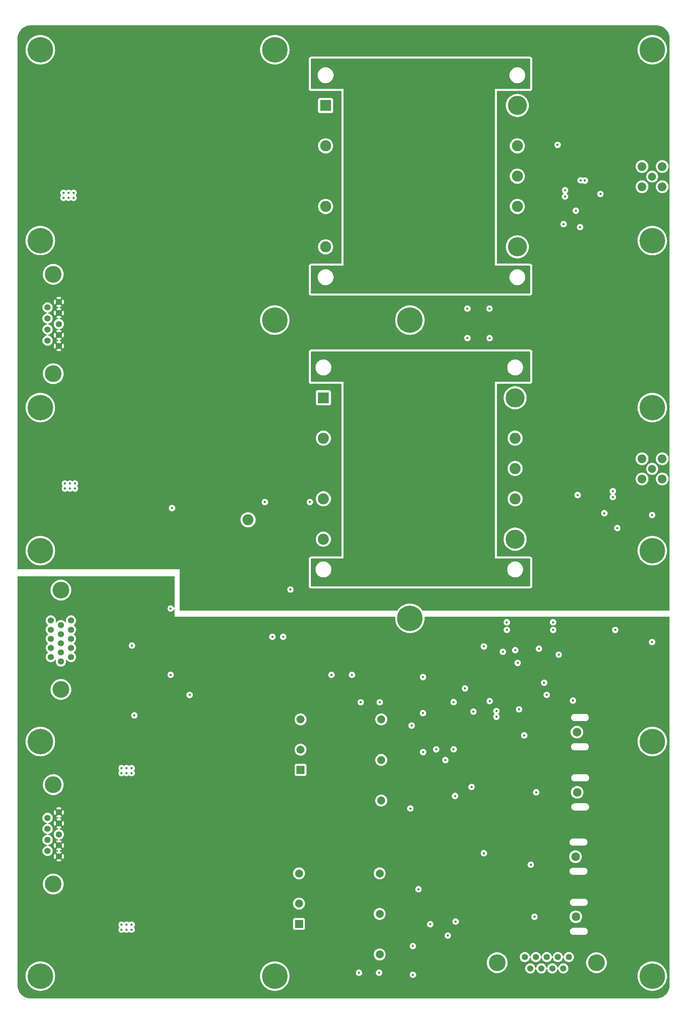
<source format=gbr>
%TF.GenerationSoftware,KiCad,Pcbnew,8.0.6*%
%TF.CreationDate,2025-06-02T15:06:51-04:00*%
%TF.ProjectId,CAEN_NEVIS_DAQ_PM5V,4341454e-5f4e-4455-9649-535f4441515f,rev?*%
%TF.SameCoordinates,Original*%
%TF.FileFunction,Copper,L2,Inr*%
%TF.FilePolarity,Positive*%
%FSLAX46Y46*%
G04 Gerber Fmt 4.6, Leading zero omitted, Abs format (unit mm)*
G04 Created by KiCad (PCBNEW 8.0.6) date 2025-06-02 15:06:51*
%MOMM*%
%LPD*%
G01*
G04 APERTURE LIST*
%TA.AperFunction,ComponentPad*%
%ADD10C,6.400000*%
%TD*%
%TA.AperFunction,ComponentPad*%
%ADD11C,2.159000*%
%TD*%
%TA.AperFunction,ComponentPad*%
%ADD12R,2.800000X2.800000*%
%TD*%
%TA.AperFunction,ComponentPad*%
%ADD13C,2.800000*%
%TD*%
%TA.AperFunction,ComponentPad*%
%ADD14C,4.800000*%
%TD*%
%TA.AperFunction,ComponentPad*%
%ADD15C,1.575000*%
%TD*%
%TA.AperFunction,ComponentPad*%
%ADD16C,4.216000*%
%TD*%
%TA.AperFunction,ComponentPad*%
%ADD17C,2.006600*%
%TD*%
%TA.AperFunction,ComponentPad*%
%ADD18C,2.209800*%
%TD*%
%TA.AperFunction,ComponentPad*%
%ADD19R,2.000000X2.000000*%
%TD*%
%TA.AperFunction,ComponentPad*%
%ADD20C,2.000000*%
%TD*%
%TA.AperFunction,ComponentPad*%
%ADD21C,1.560000*%
%TD*%
%TA.AperFunction,ViaPad*%
%ADD22C,0.600000*%
%TD*%
%TA.AperFunction,ViaPad*%
%ADD23C,1.200000*%
%TD*%
G04 APERTURE END LIST*
D10*
%TO.N,GNDPWR*%
%TO.C,H13*%
X184000000Y-262000000D03*
%TD*%
%TO.N,GNDPWR*%
%TO.C,H6*%
X125000000Y-203000000D03*
%TD*%
%TO.N,GNDPWR*%
%TO.C,H14*%
X279000000Y-119000000D03*
%TD*%
%TO.N,GNDPWR*%
%TO.C,H4*%
X125000000Y-119000000D03*
%TD*%
D11*
%TO.N,Net-(M3-Pad3)*%
%TO.C,P4*%
X260040000Y-200620000D03*
%TD*%
D12*
%TO.N,Net-(U4-+VIN)*%
%TO.C,U4*%
X196235000Y-116540000D03*
D13*
%TO.N,/Main_DC-DC_Converters/Enable_CKT/Enable*%
X196235000Y-126700000D03*
%TO.N,GNDPWR*%
X196235000Y-141940000D03*
%TO.N,/Main_DC-DC_Converters/Enable_CKT/RTN*%
X196235000Y-152100000D03*
D14*
%TO.N,/M5V*%
X244485000Y-152100000D03*
D13*
X244485000Y-141940000D03*
%TO.N,unconnected-(U4-TRIM-Pad7)*%
X244485000Y-134320000D03*
%TO.N,/PM5_RTN*%
X244485000Y-126700000D03*
D14*
X244485000Y-116540000D03*
%TD*%
D11*
%TO.N,Net-(P2-Pad1)*%
%TO.C,P2*%
X259760000Y-247070000D03*
%TD*%
D15*
%TO.N,/Enable+*%
%TO.C,J1*%
X132710000Y-181730000D03*
%TO.N,/P5V_V_MON*%
X132710000Y-179440000D03*
%TO.N,unconnected-(J1-Pad3)*%
X132710000Y-177150000D03*
%TO.N,/M5V_I_MON*%
X132710000Y-174860000D03*
%TO.N,/P5V_I_MON*%
X132710000Y-172570000D03*
%TO.N,/Enable-*%
X130170000Y-182875000D03*
%TO.N,/PM5V_TELEM_RTN*%
X130170000Y-180585000D03*
%TO.N,/M5V_V_MON*%
X130170000Y-178295000D03*
%TO.N,/PM5V_TELEM_RTN*%
X130170000Y-176005000D03*
X130170000Y-173715000D03*
X127630000Y-181730000D03*
X127630000Y-179440000D03*
%TO.N,unconnected-(J1-Pad13)*%
X127630000Y-177150000D03*
%TO.N,/PM5V_TELEM_RTN*%
X127630000Y-174860000D03*
%TO.N,/TEMP_MON*%
X127630000Y-172570000D03*
D16*
%TO.N,GNDPWR*%
X130170000Y-164909000D03*
X130170000Y-189899000D03*
%TD*%
D13*
%TO.N,/Main_DC-DC_Converters/Enable_CKT/Enable*%
%TO.C,V_{EN}1*%
X177270000Y-147230000D03*
%TD*%
D10*
%TO.N,GNDPWR*%
%TO.C,H17*%
X218000000Y-172000000D03*
%TD*%
D17*
%TO.N,/M5V_OUT*%
%TO.C,J4*%
X278970000Y-134410000D03*
D18*
%TO.N,/PM5_RTN*%
X281510000Y-131870000D03*
X276430000Y-131870000D03*
X276430000Y-136950000D03*
X281510000Y-136950000D03*
%TD*%
D12*
%TO.N,Net-(U3-+VIN)*%
%TO.C,U3*%
X196795000Y-43017500D03*
D13*
%TO.N,/Main_DC-DC_Converters/Enable_CKT/Enable*%
X196795000Y-53177500D03*
%TO.N,GNDPWR*%
X196795000Y-68417500D03*
%TO.N,/Main_DC-DC_Converters/Main_Converter/V_RTN*%
X196795000Y-78577500D03*
D14*
%TO.N,/PM5_RTN*%
X245045000Y-78577500D03*
D13*
X245045000Y-68417500D03*
%TO.N,unconnected-(U3-TRIM-Pad7)*%
X245045000Y-60797500D03*
%TO.N,/P5V*%
X245045000Y-53177500D03*
D14*
X245045000Y-43017500D03*
%TD*%
D10*
%TO.N,GNDPWR*%
%TO.C,H11*%
X279000000Y-203000000D03*
%TD*%
D19*
%TO.N,/Telemetry_PWR/Telem_5V1/V_POS*%
%TO.C,U6*%
X190093750Y-248860000D03*
D20*
%TO.N,/Telemetry_PWR/Telem_5V1/V_RTN*%
X190093750Y-243760000D03*
%TO.N,/PM5V_TELEM_RTN*%
X210393750Y-256560000D03*
%TO.N,unconnected-(U6-TRIM-Pad4)*%
X210393750Y-246360000D03*
%TO.N,/M5V_TELEM*%
X210393750Y-236160000D03*
%TO.N,unconnected-(U6-REMOTE-Pad6)*%
X190093750Y-236160000D03*
%TD*%
D10*
%TO.N,GNDPWR*%
%TO.C,H3*%
X125000000Y-77000000D03*
%TD*%
%TO.N,GNDPWR*%
%TO.C,H5*%
X125000000Y-155000000D03*
%TD*%
%TO.N,GNDPWR*%
%TO.C,H1*%
X125000000Y-29000000D03*
%TD*%
%TO.N,GNDPWR*%
%TO.C,H16*%
X218000000Y-97000000D03*
%TD*%
%TO.N,GNDPWR*%
%TO.C,H8*%
X279000000Y-262000000D03*
%TD*%
D19*
%TO.N,/Telemetry_PWR/Telem_5V/V_POS*%
%TO.C,U5*%
X190492500Y-210130000D03*
D20*
%TO.N,/Telemetry_PWR/Telem_5V/V_RTN*%
X190492500Y-205030000D03*
%TO.N,/P5V_TELEM*%
X210792500Y-217830000D03*
%TO.N,unconnected-(U5-TRIM-Pad4)*%
X210792500Y-207630000D03*
%TO.N,/PM5V_TELEM_RTN*%
X210792500Y-197430000D03*
%TO.N,unconnected-(U5-REMOTE-Pad6)*%
X190492500Y-197430000D03*
%TD*%
D10*
%TO.N,GNDPWR*%
%TO.C,H15*%
X184000000Y-29000000D03*
%TD*%
%TO.N,GNDPWR*%
%TO.C,H7*%
X125000000Y-262000000D03*
%TD*%
%TO.N,GNDPWR*%
%TO.C,H10*%
X184000000Y-97000000D03*
%TD*%
%TO.N,GNDPWR*%
%TO.C,H12*%
X279000000Y-77000000D03*
%TD*%
D21*
%TO.N,/M5V_TELEM*%
%TO.C,J6*%
X246915000Y-257210000D03*
X249685000Y-257210000D03*
%TO.N,unconnected-(J6-Pad3)*%
X252455000Y-257210000D03*
%TO.N,/P5V_TELEM*%
X255225000Y-257210000D03*
X257995000Y-257210000D03*
%TO.N,/PM5V_TELEM_RTN*%
X248300000Y-260050000D03*
X251070000Y-260050000D03*
X253840000Y-260050000D03*
X256610000Y-260050000D03*
D16*
%TO.N,GNDPWR*%
X239955000Y-258630000D03*
X264955000Y-258630000D03*
%TD*%
D11*
%TO.N,Net-(M4-Pad3)*%
%TO.C,P1*%
X259680000Y-231950000D03*
%TD*%
D17*
%TO.N,/P5V_OUT*%
%TO.C,J5*%
X278970000Y-60900000D03*
D18*
%TO.N,/PM5_RTN*%
X281510000Y-58360000D03*
X276430000Y-58360000D03*
X276430000Y-63440000D03*
X281510000Y-63440000D03*
%TD*%
D21*
%TO.N,/V_SEC_RTN*%
%TO.C,J2*%
X129660000Y-92440000D03*
X129660000Y-95210000D03*
%TO.N,unconnected-(J2-Pad3)*%
X129660000Y-97980000D03*
%TO.N,/V_SEC_RTN*%
X129660000Y-100750000D03*
X129660000Y-103520000D03*
%TO.N,/V_SEC_IN*%
X126820000Y-93825000D03*
X126820000Y-96595000D03*
X126820000Y-99365000D03*
X126820000Y-102135000D03*
D16*
%TO.N,GNDPWR*%
X128240000Y-85480000D03*
X128240000Y-110480000D03*
%TD*%
D10*
%TO.N,GNDPWR*%
%TO.C,H9*%
X279000000Y-155000000D03*
%TD*%
D21*
%TO.N,/V_TELEM_RTN*%
%TO.C,J3*%
X129660000Y-220810000D03*
X129660000Y-223580000D03*
%TO.N,unconnected-(J3-Pad3)*%
X129660000Y-226350000D03*
%TO.N,/V_TELEM_RTN*%
X129660000Y-229120000D03*
X129660000Y-231890000D03*
%TO.N,/V_TELEM_IN*%
X126820000Y-222195000D03*
X126820000Y-224965000D03*
X126820000Y-227735000D03*
X126820000Y-230505000D03*
D16*
%TO.N,GNDPWR*%
X128240000Y-213850000D03*
X128240000Y-238850000D03*
%TD*%
D11*
%TO.N,Net-(P3-Pad1)*%
%TO.C,P3*%
X260100000Y-215770000D03*
%TD*%
D10*
%TO.N,GNDPWR*%
%TO.C,H2*%
X279000000Y-29000000D03*
%TD*%
D22*
%TO.N,/V_TELEM_IN*%
X162580000Y-191275000D03*
X147975000Y-250330000D03*
X146705000Y-250330000D03*
X145435000Y-249060000D03*
X147975000Y-209690000D03*
X145435000Y-210960000D03*
X146705000Y-209690000D03*
X146705000Y-249060000D03*
X148640000Y-196410000D03*
X146705000Y-210960000D03*
X147975000Y-210960000D03*
X145435000Y-209690000D03*
X145435000Y-250330000D03*
X147975000Y-249060000D03*
%TO.N,/V_TELEM_RTN*%
X266700000Y-234950000D03*
X171450000Y-228600000D03*
X279400000Y-184150000D03*
X139700000Y-222250000D03*
X133350000Y-241300000D03*
X139700000Y-228600000D03*
X234950000Y-234950000D03*
X241300000Y-209550000D03*
X196850000Y-228600000D03*
X228600000Y-190500000D03*
X254000000Y-184150000D03*
X222250000Y-184150000D03*
X139700000Y-190500000D03*
X133350000Y-209550000D03*
X133350000Y-215900000D03*
X127000000Y-247650000D03*
X127000000Y-196850000D03*
X139700000Y-196850000D03*
X260350000Y-241300000D03*
X149880000Y-241440000D03*
X171450000Y-266700000D03*
X241300000Y-241300000D03*
X151150000Y-241440000D03*
X152400000Y-254000000D03*
X157040000Y-188760000D03*
X120650000Y-209550000D03*
X120650000Y-254000000D03*
X152400000Y-266700000D03*
X133350000Y-254000000D03*
X184150000Y-222250000D03*
X234950000Y-177800000D03*
X139700000Y-260350000D03*
X247650000Y-234950000D03*
X152420000Y-242710000D03*
X215900000Y-260350000D03*
X241300000Y-222250000D03*
X209550000Y-190500000D03*
X209550000Y-266700000D03*
X165100000Y-266700000D03*
X139700000Y-241300000D03*
X177800000Y-228600000D03*
X203200000Y-222250000D03*
X241300000Y-228600000D03*
X146050000Y-241300000D03*
X149880000Y-242710000D03*
X247650000Y-247650000D03*
X190500000Y-190500000D03*
X266700000Y-190500000D03*
X152400000Y-234950000D03*
X266700000Y-215900000D03*
X241300000Y-234950000D03*
X152420000Y-205880000D03*
X273050000Y-266700000D03*
X266700000Y-228600000D03*
X273050000Y-215900000D03*
X171450000Y-184150000D03*
X247650000Y-241300000D03*
X139700000Y-203200000D03*
X273050000Y-234950000D03*
X279400000Y-228600000D03*
X209550000Y-228600000D03*
X273050000Y-209550000D03*
X127000000Y-254000000D03*
X165100000Y-228600000D03*
X215900000Y-266700000D03*
X190500000Y-184150000D03*
X146050000Y-222250000D03*
X120650000Y-196850000D03*
X139700000Y-234950000D03*
X215900000Y-190500000D03*
X273050000Y-247650000D03*
X203200000Y-260350000D03*
X228600000Y-234950000D03*
X152400000Y-222250000D03*
X127000000Y-209550000D03*
X241300000Y-215900000D03*
X144220000Y-190100000D03*
X266700000Y-254000000D03*
X215900000Y-184150000D03*
X152400000Y-228600000D03*
X279400000Y-209550000D03*
X273050000Y-177800000D03*
X247650000Y-228600000D03*
X149880000Y-205880000D03*
X152400000Y-171450000D03*
X209550000Y-177800000D03*
X158750000Y-215900000D03*
X273050000Y-203200000D03*
X234950000Y-203200000D03*
X266700000Y-222250000D03*
X215900000Y-228600000D03*
X279400000Y-254000000D03*
X234950000Y-184150000D03*
X279400000Y-190500000D03*
X189770000Y-182940000D03*
X203200000Y-184150000D03*
X177800000Y-184150000D03*
X158750000Y-260350000D03*
X234950000Y-190500000D03*
X152400000Y-260350000D03*
X273050000Y-228600000D03*
X228600000Y-228600000D03*
X266700000Y-177800000D03*
X228600000Y-177800000D03*
X260350000Y-209550000D03*
X146050000Y-260350000D03*
X234950000Y-222250000D03*
X139700000Y-215900000D03*
X184150000Y-196850000D03*
X273050000Y-222250000D03*
X279400000Y-247650000D03*
X273050000Y-184150000D03*
X266700000Y-203200000D03*
X228600000Y-222250000D03*
X247650000Y-222250000D03*
X148670000Y-201420000D03*
X139700000Y-247650000D03*
X146050000Y-196850000D03*
X215900000Y-222250000D03*
X196850000Y-190500000D03*
X152400000Y-165100000D03*
X146050000Y-215900000D03*
X146050000Y-203200000D03*
X279400000Y-196850000D03*
X266700000Y-209550000D03*
X247650000Y-215900000D03*
X133350000Y-228600000D03*
X203200000Y-228600000D03*
X279400000Y-222250000D03*
X151150000Y-205880000D03*
X149880000Y-204610000D03*
X234950000Y-266700000D03*
X254000000Y-203200000D03*
X234950000Y-228600000D03*
X241300000Y-203200000D03*
X273050000Y-254000000D03*
X133350000Y-266700000D03*
X133350000Y-260350000D03*
X146409999Y-178886200D03*
X152400000Y-215900000D03*
X158750000Y-184150000D03*
X266700000Y-196850000D03*
X139700000Y-254000000D03*
X158750000Y-222250000D03*
X139700000Y-171450000D03*
X254000000Y-241300000D03*
X152420000Y-204610000D03*
X241300000Y-247650000D03*
X273050000Y-196850000D03*
X199180000Y-173590000D03*
X266700000Y-184150000D03*
X146050000Y-254000000D03*
X133350000Y-234950000D03*
X279400000Y-234950000D03*
X222250000Y-222250000D03*
X266700000Y-241300000D03*
X234950000Y-241300000D03*
X228600000Y-266700000D03*
X279400000Y-215900000D03*
X158750000Y-234950000D03*
X273050000Y-260350000D03*
X222250000Y-228600000D03*
X133350000Y-222250000D03*
X254000000Y-228600000D03*
X133350000Y-196850000D03*
X190500000Y-266700000D03*
X196850000Y-184150000D03*
X222250000Y-215900000D03*
X146050000Y-171450000D03*
X222250000Y-234950000D03*
X158750000Y-266700000D03*
X247650000Y-209550000D03*
X190500000Y-260350000D03*
X184150000Y-266700000D03*
X203200000Y-177800000D03*
X203200000Y-190500000D03*
X228600000Y-184150000D03*
X234950000Y-260350000D03*
X165100000Y-184150000D03*
X152420000Y-241440000D03*
X254000000Y-177800000D03*
X151150000Y-204610000D03*
X222250000Y-266700000D03*
X146050000Y-234950000D03*
X139700000Y-209550000D03*
X197180000Y-173590000D03*
X152400000Y-184150000D03*
X184150000Y-190500000D03*
X120650000Y-247650000D03*
X254000000Y-222250000D03*
X177800000Y-266700000D03*
X228600000Y-260350000D03*
X273050000Y-190500000D03*
X190500000Y-228600000D03*
X209550000Y-222250000D03*
X146050000Y-228600000D03*
X184150000Y-228600000D03*
X203200000Y-266700000D03*
X146050000Y-266700000D03*
X146050000Y-165100000D03*
X279400000Y-241300000D03*
X196850000Y-266700000D03*
X158750000Y-228600000D03*
X133350000Y-247650000D03*
X266700000Y-247650000D03*
X196850000Y-177800000D03*
X190500000Y-222250000D03*
X139700000Y-266700000D03*
X273050000Y-241300000D03*
X139700000Y-165100000D03*
X209550000Y-184150000D03*
X196850000Y-222250000D03*
X184150000Y-234950000D03*
X196850000Y-260350000D03*
X139700000Y-184150000D03*
X222250000Y-260350000D03*
X254000000Y-196850000D03*
X254000000Y-234950000D03*
X151150000Y-242710000D03*
X254000000Y-209550000D03*
X234950000Y-247650000D03*
X260350000Y-222250000D03*
X184150000Y-184150000D03*
X133350000Y-203200000D03*
%TO.N,/Main_DC-DC_Converters/V3p3*%
X148059999Y-178866200D03*
D23*
%TO.N,GNDPWR*%
X203220000Y-86500000D03*
X215920000Y-56020000D03*
X218460000Y-68720000D03*
X238780000Y-162700000D03*
X208300000Y-122060000D03*
X205760000Y-150000000D03*
X231160000Y-124600000D03*
X236240000Y-66180000D03*
X213380000Y-137300000D03*
X233700000Y-86500000D03*
X203220000Y-58560000D03*
X205760000Y-124600000D03*
X223540000Y-127140000D03*
X241320000Y-109360000D03*
X210840000Y-137300000D03*
X203220000Y-68720000D03*
X223540000Y-86500000D03*
X218460000Y-35700000D03*
X236240000Y-78880000D03*
X231160000Y-106820000D03*
X226080000Y-83960000D03*
X223540000Y-160160000D03*
X218460000Y-109360000D03*
X236240000Y-61100000D03*
X215920000Y-53480000D03*
X203220000Y-122060000D03*
X215920000Y-40780000D03*
X218460000Y-147460000D03*
X210840000Y-33160000D03*
X221000000Y-116980000D03*
X226080000Y-142380000D03*
X223540000Y-35700000D03*
X236240000Y-157620000D03*
X205760000Y-56020000D03*
X221000000Y-114440000D03*
X218460000Y-157620000D03*
X231160000Y-111900000D03*
X233700000Y-63640000D03*
X210840000Y-63640000D03*
X210840000Y-56020000D03*
X226080000Y-43320000D03*
X226080000Y-48400000D03*
X208300000Y-127140000D03*
X221000000Y-56020000D03*
X221000000Y-127140000D03*
X205760000Y-50940000D03*
X226080000Y-114440000D03*
X221000000Y-61100000D03*
X210840000Y-150000000D03*
X203220000Y-89040000D03*
X213380000Y-48400000D03*
X210840000Y-152540000D03*
X215920000Y-122060000D03*
X208300000Y-162700000D03*
X233700000Y-152540000D03*
X208300000Y-58560000D03*
X221000000Y-124600000D03*
X233700000Y-142380000D03*
X226080000Y-73800000D03*
X203220000Y-56020000D03*
X228620000Y-43320000D03*
X231160000Y-58560000D03*
X233700000Y-38240000D03*
X205760000Y-122060000D03*
X226080000Y-50940000D03*
X210840000Y-142380000D03*
D22*
X232480000Y-101510000D03*
D23*
X210840000Y-144920000D03*
X231160000Y-81420000D03*
X205760000Y-73800000D03*
X213380000Y-68720000D03*
X205760000Y-152540000D03*
X236240000Y-127140000D03*
X226080000Y-53480000D03*
X236240000Y-86500000D03*
X231160000Y-48400000D03*
X205760000Y-33160000D03*
X208300000Y-73800000D03*
X241320000Y-162700000D03*
X208300000Y-147460000D03*
X203220000Y-124600000D03*
X213380000Y-71260000D03*
X238780000Y-106820000D03*
X233700000Y-109360000D03*
X233700000Y-111900000D03*
X205760000Y-61100000D03*
X215920000Y-33160000D03*
X215920000Y-63640000D03*
X223540000Y-162700000D03*
X210840000Y-134760000D03*
X221000000Y-111900000D03*
X226080000Y-61100000D03*
X208300000Y-160160000D03*
X218460000Y-66180000D03*
X221000000Y-68720000D03*
X215920000Y-155080000D03*
X208300000Y-33160000D03*
X208300000Y-66180000D03*
X205760000Y-137300000D03*
X205760000Y-58560000D03*
X208300000Y-114440000D03*
X221000000Y-86500000D03*
X228620000Y-124600000D03*
X218460000Y-122060000D03*
X218460000Y-160160000D03*
X215920000Y-50940000D03*
X233700000Y-73800000D03*
X223540000Y-68720000D03*
X215920000Y-83960000D03*
X203220000Y-45860000D03*
X238780000Y-35700000D03*
X226080000Y-147460000D03*
X215920000Y-38240000D03*
X223540000Y-58560000D03*
X233700000Y-78880000D03*
X236240000Y-111900000D03*
X226080000Y-162700000D03*
X236240000Y-38240000D03*
X231160000Y-139840000D03*
X213380000Y-152540000D03*
X236240000Y-129680000D03*
X226080000Y-35700000D03*
X228620000Y-68720000D03*
X226080000Y-139840000D03*
X221000000Y-119520000D03*
X231160000Y-157620000D03*
X231160000Y-132220000D03*
X223540000Y-152540000D03*
D22*
X232480000Y-94120000D03*
D23*
X228620000Y-155080000D03*
X215920000Y-58560000D03*
X231160000Y-61100000D03*
X228620000Y-48400000D03*
X208300000Y-45860000D03*
X210840000Y-157620000D03*
X210840000Y-129680000D03*
X231160000Y-162700000D03*
X205760000Y-83960000D03*
X226080000Y-71260000D03*
X238780000Y-86500000D03*
X228620000Y-129680000D03*
X203220000Y-35700000D03*
X236240000Y-139840000D03*
X223540000Y-137300000D03*
X228620000Y-119520000D03*
X203220000Y-157620000D03*
X221000000Y-132220000D03*
X231160000Y-155080000D03*
X221000000Y-160160000D03*
X223540000Y-124600000D03*
X200680000Y-86500000D03*
X223540000Y-132220000D03*
X203220000Y-33160000D03*
X233700000Y-33160000D03*
X223540000Y-81420000D03*
X226080000Y-66180000D03*
X213380000Y-86500000D03*
X233700000Y-162700000D03*
X210840000Y-124600000D03*
X210840000Y-61100000D03*
X231160000Y-33160000D03*
X226080000Y-155080000D03*
X228620000Y-86500000D03*
X223540000Y-157620000D03*
X231160000Y-86500000D03*
X228620000Y-81420000D03*
X231160000Y-116980000D03*
X218460000Y-127140000D03*
X205760000Y-35700000D03*
X210840000Y-147460000D03*
X215920000Y-142380000D03*
X228620000Y-66180000D03*
X215920000Y-86500000D03*
X231160000Y-76340000D03*
X210840000Y-48400000D03*
X203220000Y-147460000D03*
X200680000Y-89040000D03*
X226080000Y-137300000D03*
X226080000Y-127140000D03*
X213380000Y-127140000D03*
X231160000Y-114440000D03*
X203220000Y-155080000D03*
X203220000Y-144920000D03*
X218460000Y-116980000D03*
X233700000Y-106820000D03*
X215920000Y-137300000D03*
X215920000Y-43320000D03*
X241320000Y-33160000D03*
X233700000Y-144920000D03*
X208300000Y-142380000D03*
X213380000Y-63640000D03*
X210840000Y-162700000D03*
X205760000Y-76340000D03*
X221000000Y-48400000D03*
X223540000Y-144920000D03*
X213380000Y-45860000D03*
X213380000Y-89040000D03*
X210840000Y-155080000D03*
X241320000Y-106820000D03*
X226080000Y-122060000D03*
X213380000Y-61100000D03*
X208300000Y-152540000D03*
X205760000Y-144920000D03*
X233700000Y-127140000D03*
X218460000Y-58560000D03*
X233700000Y-61100000D03*
X218460000Y-119520000D03*
X221000000Y-155080000D03*
X221000000Y-50940000D03*
X223540000Y-45860000D03*
X208300000Y-50940000D03*
X213380000Y-111900000D03*
X203220000Y-127140000D03*
X210840000Y-114440000D03*
X233700000Y-137300000D03*
X233700000Y-43320000D03*
X213380000Y-33160000D03*
X236240000Y-160160000D03*
X205760000Y-106820000D03*
X231160000Y-78880000D03*
X236240000Y-76340000D03*
X215920000Y-48400000D03*
X238780000Y-89040000D03*
X226080000Y-160160000D03*
X205760000Y-45860000D03*
X233700000Y-155080000D03*
X205760000Y-68720000D03*
X210840000Y-89040000D03*
X210840000Y-78880000D03*
X215920000Y-89040000D03*
X233700000Y-45860000D03*
X205760000Y-160160000D03*
X203220000Y-83960000D03*
X203220000Y-139840000D03*
X221000000Y-43320000D03*
X208300000Y-68720000D03*
X215920000Y-124600000D03*
X205760000Y-155080000D03*
X205760000Y-134760000D03*
X208300000Y-124600000D03*
X218460000Y-152540000D03*
X236240000Y-33160000D03*
X218460000Y-71260000D03*
X203220000Y-137300000D03*
X205760000Y-111900000D03*
X213380000Y-66180000D03*
X226080000Y-89040000D03*
X205760000Y-63640000D03*
X233700000Y-122060000D03*
X218460000Y-150000000D03*
X210840000Y-38240000D03*
X205760000Y-53480000D03*
X203220000Y-114440000D03*
X203220000Y-66180000D03*
X231160000Y-38240000D03*
X218460000Y-111900000D03*
X236240000Y-63640000D03*
X226080000Y-116980000D03*
X210840000Y-40780000D03*
X205760000Y-127140000D03*
X213380000Y-144920000D03*
X221000000Y-106820000D03*
X203220000Y-134760000D03*
X218460000Y-53480000D03*
X203220000Y-53480000D03*
X200680000Y-162700000D03*
X208300000Y-157620000D03*
D22*
X205190000Y-261150000D03*
D23*
X218460000Y-144920000D03*
X226080000Y-45860000D03*
X213380000Y-150000000D03*
X228620000Y-63640000D03*
X233700000Y-116980000D03*
X215920000Y-81420000D03*
X228620000Y-61100000D03*
X218460000Y-61100000D03*
X226080000Y-86500000D03*
X236240000Y-116980000D03*
X223540000Y-38240000D03*
X208300000Y-129680000D03*
X226080000Y-150000000D03*
X200680000Y-109360000D03*
X221000000Y-66180000D03*
X213380000Y-132220000D03*
X210840000Y-139840000D03*
X223540000Y-71260000D03*
X215920000Y-129680000D03*
X228620000Y-33160000D03*
X208300000Y-116980000D03*
X236240000Y-132220000D03*
X238780000Y-160160000D03*
X236240000Y-155080000D03*
X203220000Y-142380000D03*
X223540000Y-155080000D03*
X228620000Y-50940000D03*
X218460000Y-162700000D03*
X221000000Y-144920000D03*
X233700000Y-81420000D03*
X208300000Y-78880000D03*
X205760000Y-129680000D03*
X218460000Y-33160000D03*
X231160000Y-45860000D03*
X205760000Y-48400000D03*
X223540000Y-53480000D03*
X223540000Y-106820000D03*
X218460000Y-56020000D03*
X213380000Y-157620000D03*
X228620000Y-160160000D03*
X236240000Y-35700000D03*
X236240000Y-106820000D03*
X236240000Y-144920000D03*
X208300000Y-111900000D03*
X215920000Y-109360000D03*
X233700000Y-124600000D03*
X215920000Y-119520000D03*
X210840000Y-127140000D03*
X233700000Y-53480000D03*
X233700000Y-157620000D03*
X208300000Y-139840000D03*
X203220000Y-162700000D03*
X236240000Y-119520000D03*
X228620000Y-78880000D03*
X213380000Y-155080000D03*
X203220000Y-63640000D03*
X213380000Y-76340000D03*
X236240000Y-48400000D03*
X241320000Y-86500000D03*
X228620000Y-122060000D03*
X236240000Y-83960000D03*
X233700000Y-76340000D03*
X228620000Y-56020000D03*
X233700000Y-48400000D03*
X215920000Y-144920000D03*
X205760000Y-86500000D03*
X223540000Y-33160000D03*
X228620000Y-83960000D03*
X236240000Y-68720000D03*
X213380000Y-116980000D03*
X210840000Y-106820000D03*
X210840000Y-53480000D03*
X213380000Y-73800000D03*
X215920000Y-132220000D03*
X221000000Y-137300000D03*
X233700000Y-66180000D03*
X213380000Y-162700000D03*
X231160000Y-53480000D03*
X203220000Y-132220000D03*
X228620000Y-150000000D03*
X221000000Y-53480000D03*
X228620000Y-157620000D03*
X203220000Y-78880000D03*
X218460000Y-63640000D03*
X236240000Y-162700000D03*
X215920000Y-71260000D03*
X236240000Y-89040000D03*
X210840000Y-116980000D03*
X215920000Y-127140000D03*
X221000000Y-78880000D03*
X236240000Y-134760000D03*
X221000000Y-45860000D03*
X205760000Y-109360000D03*
X228620000Y-89040000D03*
X221000000Y-89040000D03*
X215920000Y-116980000D03*
X213380000Y-129680000D03*
X236240000Y-58560000D03*
X203220000Y-61100000D03*
X208300000Y-150000000D03*
X223540000Y-142380000D03*
X226080000Y-78880000D03*
X218460000Y-43320000D03*
X208300000Y-109360000D03*
X233700000Y-83960000D03*
X208300000Y-155080000D03*
X205760000Y-71260000D03*
X223540000Y-89040000D03*
X223540000Y-63640000D03*
X223540000Y-56020000D03*
X205760000Y-142380000D03*
X208300000Y-83960000D03*
X228620000Y-40780000D03*
X226080000Y-129680000D03*
X241320000Y-35700000D03*
X208300000Y-89040000D03*
X213380000Y-83960000D03*
X205760000Y-43320000D03*
X231160000Y-89040000D03*
X210840000Y-132220000D03*
X218460000Y-50940000D03*
X205760000Y-40780000D03*
X213380000Y-106820000D03*
X223540000Y-66180000D03*
X223540000Y-114440000D03*
X233700000Y-119520000D03*
X228620000Y-53480000D03*
X236240000Y-124600000D03*
X203220000Y-43320000D03*
X213380000Y-134760000D03*
X221000000Y-38240000D03*
X226080000Y-106820000D03*
X226080000Y-58560000D03*
X203220000Y-111900000D03*
X231160000Y-56020000D03*
X226080000Y-38240000D03*
X218460000Y-134760000D03*
X233700000Y-35700000D03*
X233700000Y-160160000D03*
X203220000Y-71260000D03*
X208300000Y-61100000D03*
X208300000Y-56020000D03*
X233700000Y-147460000D03*
X218460000Y-45860000D03*
X236240000Y-147460000D03*
X210840000Y-66180000D03*
X241320000Y-160160000D03*
X203220000Y-48400000D03*
X228620000Y-76340000D03*
X203220000Y-81420000D03*
X210840000Y-109360000D03*
X226080000Y-157620000D03*
X226080000Y-63640000D03*
X221000000Y-81420000D03*
X215920000Y-147460000D03*
X231160000Y-134760000D03*
X231160000Y-122060000D03*
X215920000Y-61100000D03*
X223540000Y-76340000D03*
X236240000Y-40780000D03*
X226080000Y-76340000D03*
X218460000Y-83960000D03*
X200680000Y-106820000D03*
X203220000Y-160160000D03*
X208300000Y-144920000D03*
X218460000Y-129680000D03*
X228620000Y-127140000D03*
X213380000Y-119520000D03*
X221000000Y-142380000D03*
X231160000Y-43320000D03*
X228620000Y-58560000D03*
D22*
X205620000Y-193120000D03*
D23*
X205760000Y-116980000D03*
X210840000Y-71260000D03*
X213380000Y-50940000D03*
X218460000Y-40780000D03*
X223540000Y-139840000D03*
X208300000Y-76340000D03*
X231160000Y-129680000D03*
X226080000Y-144920000D03*
X215920000Y-114440000D03*
X213380000Y-81420000D03*
X223540000Y-40780000D03*
X213380000Y-43320000D03*
X236240000Y-81420000D03*
X223540000Y-134760000D03*
X228620000Y-109360000D03*
X218460000Y-132220000D03*
X213380000Y-109360000D03*
X200680000Y-160160000D03*
X221000000Y-73800000D03*
X208300000Y-132220000D03*
X228620000Y-114440000D03*
X213380000Y-160160000D03*
X236240000Y-109360000D03*
X203220000Y-106820000D03*
X213380000Y-124600000D03*
X210840000Y-119520000D03*
X218460000Y-142380000D03*
X210840000Y-50940000D03*
X236240000Y-56020000D03*
X226080000Y-134760000D03*
X223540000Y-48400000D03*
X218460000Y-73800000D03*
X226080000Y-33160000D03*
X203220000Y-76340000D03*
X218460000Y-155080000D03*
X228620000Y-73800000D03*
X210840000Y-160160000D03*
X233700000Y-71260000D03*
X226080000Y-68720000D03*
X223540000Y-43320000D03*
X221000000Y-63640000D03*
X208300000Y-119520000D03*
X231160000Y-109360000D03*
X203220000Y-109360000D03*
X223540000Y-61100000D03*
X215920000Y-162700000D03*
X218460000Y-114440000D03*
X208300000Y-86500000D03*
X210840000Y-35700000D03*
X233700000Y-68720000D03*
X223540000Y-122060000D03*
X231160000Y-68720000D03*
X233700000Y-89040000D03*
X223540000Y-83960000D03*
X223540000Y-147460000D03*
X218460000Y-81420000D03*
X233700000Y-139840000D03*
X208300000Y-106820000D03*
X208300000Y-40780000D03*
X223540000Y-150000000D03*
X226080000Y-152540000D03*
X205760000Y-147460000D03*
X223540000Y-109360000D03*
X208300000Y-81420000D03*
X203220000Y-38240000D03*
X203220000Y-152540000D03*
X223540000Y-111900000D03*
X233700000Y-56020000D03*
X221000000Y-58560000D03*
X233700000Y-150000000D03*
X228620000Y-132220000D03*
X228620000Y-106820000D03*
X215920000Y-78880000D03*
X228620000Y-45860000D03*
X205760000Y-81420000D03*
X226080000Y-132220000D03*
X236240000Y-73800000D03*
X215920000Y-150000000D03*
X231160000Y-40780000D03*
X231160000Y-66180000D03*
X241320000Y-89040000D03*
X236240000Y-142380000D03*
X231160000Y-152540000D03*
X221000000Y-71260000D03*
X223540000Y-78880000D03*
X236240000Y-152540000D03*
X218460000Y-76340000D03*
X231160000Y-127140000D03*
X213380000Y-122060000D03*
X221000000Y-157620000D03*
X205760000Y-162700000D03*
X208300000Y-48400000D03*
X238780000Y-109360000D03*
X233700000Y-50940000D03*
X215920000Y-152540000D03*
X226080000Y-124600000D03*
X213380000Y-78880000D03*
X218460000Y-106820000D03*
X210840000Y-81420000D03*
X233700000Y-58560000D03*
X228620000Y-137300000D03*
X210840000Y-43320000D03*
X228620000Y-144920000D03*
X231160000Y-160160000D03*
X228620000Y-152540000D03*
X221000000Y-139840000D03*
X228620000Y-35700000D03*
X231160000Y-137300000D03*
X228620000Y-142380000D03*
X210840000Y-68720000D03*
X213380000Y-58560000D03*
X226080000Y-40780000D03*
X210840000Y-73800000D03*
X221000000Y-152540000D03*
X215920000Y-73800000D03*
X208300000Y-63640000D03*
X205760000Y-132220000D03*
X228620000Y-134760000D03*
X223540000Y-73800000D03*
X236240000Y-114440000D03*
X221000000Y-162700000D03*
X213380000Y-40780000D03*
X218460000Y-38240000D03*
X221000000Y-40780000D03*
X200680000Y-33160000D03*
X208300000Y-35700000D03*
X208300000Y-43320000D03*
X218460000Y-89040000D03*
X208300000Y-134760000D03*
X221000000Y-147460000D03*
X223540000Y-119520000D03*
X210840000Y-122060000D03*
X228620000Y-162700000D03*
X236240000Y-71260000D03*
X231160000Y-71260000D03*
X215920000Y-68720000D03*
X231160000Y-73800000D03*
X210840000Y-83960000D03*
X210840000Y-45860000D03*
X215920000Y-35700000D03*
X218460000Y-124600000D03*
X210840000Y-86500000D03*
X205760000Y-66180000D03*
X205760000Y-119520000D03*
X221000000Y-83960000D03*
X213380000Y-147460000D03*
X205760000Y-38240000D03*
X215920000Y-160160000D03*
X226080000Y-119520000D03*
X231160000Y-144920000D03*
X226080000Y-111900000D03*
X233700000Y-132220000D03*
X221000000Y-33160000D03*
X218460000Y-86500000D03*
X221000000Y-129680000D03*
X226080000Y-81420000D03*
X231160000Y-63640000D03*
X236240000Y-45860000D03*
X213380000Y-53480000D03*
X205760000Y-78880000D03*
X203220000Y-73800000D03*
X203220000Y-40780000D03*
X205760000Y-157620000D03*
X236240000Y-122060000D03*
X215920000Y-139840000D03*
X213380000Y-114440000D03*
X223540000Y-129680000D03*
X221000000Y-134760000D03*
X228620000Y-71260000D03*
X233700000Y-129680000D03*
X228620000Y-38240000D03*
X218460000Y-137300000D03*
X215920000Y-45860000D03*
X210840000Y-111900000D03*
X236240000Y-50940000D03*
X228620000Y-111900000D03*
X221000000Y-35700000D03*
X233700000Y-134760000D03*
X228620000Y-116980000D03*
X215920000Y-111900000D03*
X236240000Y-43320000D03*
X215920000Y-157620000D03*
X213380000Y-139840000D03*
X215920000Y-106820000D03*
X236240000Y-53480000D03*
X226080000Y-109360000D03*
X215920000Y-134760000D03*
X205760000Y-89040000D03*
X231160000Y-147460000D03*
X208300000Y-53480000D03*
X236240000Y-137300000D03*
X208300000Y-38240000D03*
X223540000Y-50940000D03*
X205760000Y-114440000D03*
X221000000Y-76340000D03*
X213380000Y-35700000D03*
X210840000Y-58560000D03*
X223540000Y-116980000D03*
X205760000Y-139840000D03*
X238780000Y-33160000D03*
X236240000Y-150000000D03*
X213380000Y-56020000D03*
X208300000Y-137300000D03*
X233700000Y-114440000D03*
X200680000Y-35700000D03*
X213380000Y-142380000D03*
X203220000Y-116980000D03*
X221000000Y-150000000D03*
X231160000Y-142380000D03*
X218460000Y-139840000D03*
X231160000Y-83960000D03*
X228620000Y-139840000D03*
X203220000Y-119520000D03*
X233700000Y-40780000D03*
X231160000Y-150000000D03*
X218460000Y-48400000D03*
X203220000Y-50940000D03*
X226080000Y-56020000D03*
X210840000Y-76340000D03*
X208300000Y-71260000D03*
X203220000Y-150000000D03*
X215920000Y-66180000D03*
X215920000Y-76340000D03*
X231160000Y-119520000D03*
X218460000Y-78880000D03*
X221000000Y-122060000D03*
X231160000Y-50940000D03*
X203220000Y-129680000D03*
X213380000Y-38240000D03*
X221000000Y-109360000D03*
X228620000Y-147460000D03*
X231160000Y-35700000D03*
D22*
%TO.N,/PM5_RTN*%
X255160000Y-52920000D03*
X238050000Y-101540000D03*
X238020000Y-94120000D03*
%TO.N,/V_SEC_RTN*%
X171450000Y-114300000D03*
X273050000Y-133350000D03*
X133350000Y-107950000D03*
X171450000Y-25400000D03*
X146050000Y-158750000D03*
X171450000Y-101600000D03*
X146050000Y-152400000D03*
X139700000Y-114300000D03*
X152400000Y-82550000D03*
X127000000Y-63500000D03*
X158750000Y-120650000D03*
X158750000Y-25400000D03*
X133350000Y-146050000D03*
X254000000Y-82550000D03*
X133350000Y-107950000D03*
X254000000Y-88900000D03*
X177800000Y-38100000D03*
X177800000Y-158750000D03*
X120650000Y-69850000D03*
X273050000Y-44450000D03*
X266700000Y-38100000D03*
X120650000Y-44450000D03*
X152400000Y-95250000D03*
X158750000Y-114300000D03*
X197170000Y-168040000D03*
X222250000Y-95250000D03*
X171450000Y-76200000D03*
X241300000Y-101600000D03*
X139700000Y-44450000D03*
X279400000Y-107950000D03*
X146050000Y-69850000D03*
X254000000Y-76200000D03*
X165100000Y-107950000D03*
X139700000Y-38100000D03*
X165100000Y-165100000D03*
X184150000Y-44450000D03*
X135920000Y-56240000D03*
X273050000Y-31750000D03*
X190500000Y-101600000D03*
X146050000Y-38100000D03*
X133350000Y-101600000D03*
X184150000Y-101600000D03*
X190500000Y-107950000D03*
X228600000Y-101600000D03*
X254000000Y-38100000D03*
X273050000Y-88900000D03*
X209550000Y-95250000D03*
X152400000Y-101600000D03*
X127000000Y-133350000D03*
X158750000Y-44450000D03*
X120650000Y-146050000D03*
X152400000Y-44450000D03*
X133350000Y-69850000D03*
X152400000Y-50800000D03*
X139700000Y-76200000D03*
X120650000Y-146050000D03*
X165100000Y-50800000D03*
X254000000Y-95250000D03*
X209550000Y-101600000D03*
X146050000Y-152400000D03*
X127000000Y-127000000D03*
X139700000Y-120650000D03*
X260350000Y-31750000D03*
X152400000Y-31750000D03*
X254000000Y-101600000D03*
X165100000Y-120650000D03*
X133350000Y-31750000D03*
X190500000Y-25400000D03*
X190500000Y-38100000D03*
X254000000Y-69850000D03*
X133350000Y-95250000D03*
X133350000Y-82550000D03*
X203200000Y-95250000D03*
X127000000Y-69850000D03*
X273050000Y-50800000D03*
X165100000Y-38100000D03*
X135180000Y-125900000D03*
X171450000Y-69850000D03*
X152400000Y-107950000D03*
X279400000Y-50800000D03*
X152400000Y-146050000D03*
X133350000Y-76200000D03*
X254000000Y-139700000D03*
X146050000Y-101600000D03*
X139700000Y-69850000D03*
X165100000Y-95250000D03*
X139700000Y-25400000D03*
X158750000Y-158750000D03*
X171450000Y-44450000D03*
X190500000Y-82550000D03*
X120650000Y-63500000D03*
X133380000Y-57510000D03*
X203200000Y-101600000D03*
X279400000Y-38100000D03*
X177800000Y-88900000D03*
X171450000Y-158750000D03*
X133350000Y-152400000D03*
X171450000Y-82550000D03*
X254000000Y-158750000D03*
X158750000Y-31750000D03*
X158750000Y-88900000D03*
X273050000Y-25400000D03*
X266700000Y-107950000D03*
X133350000Y-158750000D03*
X133350000Y-44450000D03*
X139700000Y-107950000D03*
X266700000Y-120650000D03*
X146050000Y-146050000D03*
X171450000Y-107950000D03*
X273050000Y-95250000D03*
X273050000Y-146050000D03*
X152400000Y-76200000D03*
X266700000Y-88900000D03*
X171450000Y-38100000D03*
X146050000Y-158750000D03*
X133910000Y-124630000D03*
X158750000Y-152400000D03*
X120650000Y-139700000D03*
X228600000Y-95250000D03*
X254000000Y-44450000D03*
X165100000Y-158750000D03*
X260350000Y-25400000D03*
X152400000Y-44450000D03*
X279400000Y-101600000D03*
X196850000Y-95250000D03*
X279400000Y-82550000D03*
X177800000Y-31750000D03*
X273050000Y-76200000D03*
X234950000Y-25400000D03*
X171450000Y-50800000D03*
X171450000Y-165100000D03*
X146050000Y-114300000D03*
X184150000Y-114300000D03*
X133350000Y-25400000D03*
X135180000Y-124630000D03*
X152400000Y-25400000D03*
X146050000Y-146050000D03*
X133350000Y-158750000D03*
X171450000Y-31750000D03*
X146050000Y-44450000D03*
X133350000Y-88900000D03*
X146050000Y-76200000D03*
X158750000Y-95250000D03*
X133350000Y-120650000D03*
X273050000Y-82550000D03*
X165100000Y-146050000D03*
X266700000Y-44450000D03*
X165100000Y-101600000D03*
X273050000Y-63500000D03*
X165100000Y-82550000D03*
X171450000Y-146050000D03*
X260350000Y-50800000D03*
X184150000Y-76200000D03*
X133350000Y-101600000D03*
X133350000Y-114300000D03*
X139700000Y-50800000D03*
X133350000Y-133350000D03*
X190500000Y-95250000D03*
X266700000Y-165100000D03*
X165100000Y-25400000D03*
X139700000Y-95250000D03*
X177800000Y-101600000D03*
X273050000Y-165100000D03*
X120650000Y-139700000D03*
X127000000Y-44450000D03*
X184150000Y-69850000D03*
X279400000Y-95250000D03*
X222250000Y-101600000D03*
X139700000Y-152400000D03*
X177800000Y-69850000D03*
X177800000Y-107950000D03*
X133350000Y-38100000D03*
X158750000Y-101600000D03*
X152400000Y-69850000D03*
X133350000Y-76200000D03*
X177800000Y-76200000D03*
X177800000Y-82550000D03*
X254000000Y-120650000D03*
X165100000Y-76200000D03*
X273050000Y-127000000D03*
X279400000Y-88900000D03*
X177800000Y-95250000D03*
X152400000Y-88900000D03*
X279400000Y-114300000D03*
X139700000Y-101600000D03*
X184150000Y-88900000D03*
X165100000Y-69850000D03*
X273050000Y-139700000D03*
X146050000Y-31750000D03*
X199180000Y-168040000D03*
X273050000Y-101600000D03*
X146050000Y-120650000D03*
X158750000Y-38100000D03*
X266700000Y-31750000D03*
X152400000Y-114300000D03*
X133350000Y-50800000D03*
X222250000Y-25400000D03*
X266700000Y-76200000D03*
X165100000Y-88900000D03*
X120650000Y-38100000D03*
X139700000Y-133350000D03*
X146050000Y-88900000D03*
X136450000Y-124630000D03*
X120650000Y-50800000D03*
X146050000Y-82550000D03*
X171450000Y-88900000D03*
X165100000Y-152400000D03*
X120650000Y-57150000D03*
X254000000Y-107950000D03*
X177800000Y-25400000D03*
X133350000Y-152400000D03*
X152400000Y-38100000D03*
X127000000Y-146050000D03*
X152400000Y-38100000D03*
X273050000Y-57150000D03*
X171450000Y-133350000D03*
X184150000Y-38100000D03*
X136450000Y-125900000D03*
X260350000Y-38100000D03*
X171450000Y-120650000D03*
X133350000Y-82550000D03*
X273050000Y-38100000D03*
X254000000Y-165100000D03*
X139700000Y-146050000D03*
X146050000Y-95250000D03*
X196850000Y-101600000D03*
X266700000Y-50800000D03*
X273050000Y-114300000D03*
X133350000Y-114300000D03*
X171450000Y-95250000D03*
X158750000Y-50800000D03*
X184150000Y-82550000D03*
X133350000Y-120650000D03*
X184150000Y-107950000D03*
X127000000Y-139700000D03*
X127000000Y-57150000D03*
X152400000Y-158750000D03*
X133380000Y-56240000D03*
X177800000Y-44450000D03*
X120650000Y-133350000D03*
X190500000Y-88900000D03*
X139700000Y-31750000D03*
X152400000Y-152400000D03*
X127000000Y-38100000D03*
X120650000Y-127000000D03*
X254000000Y-25400000D03*
X266700000Y-57150000D03*
X209550000Y-25400000D03*
X135920000Y-57510000D03*
X177800000Y-120650000D03*
X127000000Y-50800000D03*
X266700000Y-82550000D03*
X247650000Y-25400000D03*
X241300000Y-25400000D03*
X165100000Y-31750000D03*
X165100000Y-44450000D03*
X146050000Y-25400000D03*
X266700000Y-63500000D03*
X228600000Y-25400000D03*
X273050000Y-120650000D03*
X152400000Y-120650000D03*
X254000000Y-146050000D03*
X134650000Y-56240000D03*
X133350000Y-95250000D03*
X266700000Y-95250000D03*
X247650000Y-101600000D03*
X266700000Y-158750000D03*
X254000000Y-50800000D03*
X260350000Y-44450000D03*
X266700000Y-114300000D03*
X196850000Y-25400000D03*
X152400000Y-31750000D03*
X133350000Y-88900000D03*
X279400000Y-44450000D03*
X273050000Y-107950000D03*
X146050000Y-107950000D03*
X158750000Y-82550000D03*
X254000000Y-152400000D03*
X133350000Y-146050000D03*
X158750000Y-158750000D03*
X146050000Y-50800000D03*
X177800000Y-165100000D03*
X152400000Y-25400000D03*
X158750000Y-107950000D03*
X139700000Y-88900000D03*
X266700000Y-152400000D03*
X177800000Y-114300000D03*
X254000000Y-127000000D03*
X139700000Y-158750000D03*
X158750000Y-69850000D03*
X266700000Y-25400000D03*
X215900000Y-25400000D03*
X215900000Y-101600000D03*
X254000000Y-31750000D03*
X134650000Y-57510000D03*
X203200000Y-25400000D03*
X133910000Y-125900000D03*
X165100000Y-114300000D03*
X120650000Y-127000000D03*
X254000000Y-114300000D03*
X266700000Y-101600000D03*
X152400000Y-50800000D03*
X139700000Y-82550000D03*
X266700000Y-127000000D03*
X158750000Y-76200000D03*
X190500000Y-114300000D03*
X120650000Y-133350000D03*
X158750000Y-152400000D03*
%TO.N,/P5V*%
X260960000Y-61860000D03*
%TO.N,/Main_DC-DC_Converters/Enable_CKT/RTN*%
X187930000Y-164750000D03*
%TO.N,/PM5V_TELEM_RTN*%
X233520000Y-214420000D03*
X221330000Y-205660000D03*
X220160000Y-240150000D03*
X231870000Y-189635000D03*
X246770000Y-201450000D03*
X210430000Y-193120000D03*
X265960000Y-65270000D03*
X260220000Y-141000000D03*
X257080000Y-64330000D03*
X227540000Y-251790000D03*
X210240000Y-261150000D03*
X255460000Y-181150000D03*
X269090000Y-140040000D03*
X266930000Y-145570000D03*
X252430000Y-191250000D03*
X239780000Y-195310000D03*
X248430000Y-233980000D03*
X218460000Y-198980000D03*
X259760000Y-69490000D03*
X244515000Y-180020000D03*
%TO.N,/P5V_TELEM*%
X249790000Y-215770000D03*
X249370000Y-247070000D03*
X229020000Y-204950000D03*
X224620000Y-204960000D03*
X218110000Y-219850000D03*
X229010000Y-193080000D03*
X218750000Y-254440000D03*
%TO.N,/M5V_TELEM*%
X218760000Y-261670000D03*
%TO.N,/Telemetry_CKT/V3p3*%
X226940000Y-207660000D03*
X245115000Y-183220000D03*
X229360000Y-216690000D03*
X239780000Y-196770000D03*
X269070000Y-141530000D03*
X257050000Y-65900000D03*
%TO.N,Net-(C52-Pad2)*%
X269690000Y-174920000D03*
X254050000Y-174920000D03*
X270190000Y-149310000D03*
%TO.N,Net-(C53-Pad2)*%
X256690000Y-72860000D03*
X254040000Y-173000000D03*
%TO.N,/Telemetry_CKT/nV3p3*%
X223120000Y-248940000D03*
X229510000Y-248270000D03*
X251790000Y-188200000D03*
%TO.N,Net-(C64-Pad2)*%
X221280000Y-195850000D03*
X221280000Y-186780000D03*
X203410000Y-186230000D03*
%TO.N,/V_SEC_IN*%
X130815000Y-64985000D03*
X132085000Y-66255000D03*
X133355000Y-64985000D03*
X130815000Y-66255000D03*
X158135000Y-144285000D03*
X133715000Y-139360000D03*
X133715000Y-138090000D03*
X131175000Y-138090000D03*
X133355000Y-66255000D03*
X132085000Y-64985000D03*
X131175000Y-139360000D03*
X132445000Y-138090000D03*
X132445000Y-139360000D03*
%TO.N,/P5V_I_MON*%
X242390000Y-173000000D03*
%TO.N,/TEMP_MON*%
X157780000Y-169550000D03*
X157780000Y-186230000D03*
X198270000Y-186230000D03*
%TO.N,/P5V_V_MON*%
X245480000Y-194890000D03*
X241400000Y-180410000D03*
%TO.N,/M5V_V_MON*%
X236630000Y-231090000D03*
X236630000Y-179080000D03*
%TO.N,/M5V_I_MON*%
X242420000Y-174910000D03*
%TO.N,/P5V_OUT*%
X262040000Y-61890000D03*
%TO.N,Net-(M1-Pad1)*%
X183400000Y-176640000D03*
X186130000Y-176640000D03*
%TO.N,/Main_DC-DC_Converters/Enable_CKT/Enable*%
X192830000Y-142760000D03*
X181500000Y-142760000D03*
%TO.N,Net-(U12A-+INA)*%
X259030000Y-192680000D03*
X260820000Y-73630000D03*
%TO.N,Net-(U12B--INB)*%
X278950000Y-177960000D03*
X250480000Y-179640000D03*
X278950000Y-146030000D03*
%TO.N,Net-(U11--IN)*%
X238080000Y-192840000D03*
%TO.N,Net-(U11-OUT)*%
X233990000Y-195470000D03*
%TD*%
%TA.AperFunction,Conductor*%
%TO.N,GNDPWR*%
G36*
X248248039Y-104934685D02*
G01*
X248293794Y-104987489D01*
X248305000Y-105039000D01*
X248305000Y-112411000D01*
X248285315Y-112478039D01*
X248232511Y-112523794D01*
X248181000Y-112535000D01*
X239415000Y-112535000D01*
X239415000Y-156985000D01*
X248181000Y-156985000D01*
X248248039Y-157004685D01*
X248293794Y-157057489D01*
X248305000Y-157109000D01*
X248305000Y-163846000D01*
X248285315Y-163913039D01*
X248232511Y-163958794D01*
X248181000Y-163970000D01*
X193184000Y-163970000D01*
X193116961Y-163950315D01*
X193071206Y-163897511D01*
X193060000Y-163846000D01*
X193060000Y-159588872D01*
X194234500Y-159588872D01*
X194234500Y-159851127D01*
X194261123Y-160053339D01*
X194268730Y-160111116D01*
X194336602Y-160364418D01*
X194336605Y-160364428D01*
X194436953Y-160606690D01*
X194436958Y-160606700D01*
X194568075Y-160833803D01*
X194727718Y-161041851D01*
X194727726Y-161041860D01*
X194913140Y-161227274D01*
X194913148Y-161227281D01*
X195121196Y-161386924D01*
X195348299Y-161518041D01*
X195348309Y-161518046D01*
X195590571Y-161618394D01*
X195590581Y-161618398D01*
X195843884Y-161686270D01*
X196103880Y-161720500D01*
X196103887Y-161720500D01*
X196366113Y-161720500D01*
X196366120Y-161720500D01*
X196626116Y-161686270D01*
X196879419Y-161618398D01*
X197121697Y-161518043D01*
X197348803Y-161386924D01*
X197556851Y-161227282D01*
X197556855Y-161227277D01*
X197556860Y-161227274D01*
X197742274Y-161041860D01*
X197742277Y-161041855D01*
X197742282Y-161041851D01*
X197901924Y-160833803D01*
X198033043Y-160606697D01*
X198133398Y-160364419D01*
X198201270Y-160111116D01*
X198235500Y-159851120D01*
X198235500Y-159588880D01*
X198235499Y-159588872D01*
X242484500Y-159588872D01*
X242484500Y-159851127D01*
X242511123Y-160053339D01*
X242518730Y-160111116D01*
X242586602Y-160364418D01*
X242586605Y-160364428D01*
X242686953Y-160606690D01*
X242686958Y-160606700D01*
X242818075Y-160833803D01*
X242977718Y-161041851D01*
X242977726Y-161041860D01*
X243163140Y-161227274D01*
X243163148Y-161227281D01*
X243371196Y-161386924D01*
X243598299Y-161518041D01*
X243598309Y-161518046D01*
X243840571Y-161618394D01*
X243840581Y-161618398D01*
X244093884Y-161686270D01*
X244353880Y-161720500D01*
X244353887Y-161720500D01*
X244616113Y-161720500D01*
X244616120Y-161720500D01*
X244876116Y-161686270D01*
X245129419Y-161618398D01*
X245371697Y-161518043D01*
X245598803Y-161386924D01*
X245806851Y-161227282D01*
X245806855Y-161227277D01*
X245806860Y-161227274D01*
X245992274Y-161041860D01*
X245992277Y-161041855D01*
X245992282Y-161041851D01*
X246151924Y-160833803D01*
X246283043Y-160606697D01*
X246383398Y-160364419D01*
X246451270Y-160111116D01*
X246485500Y-159851120D01*
X246485500Y-159588880D01*
X246451270Y-159328884D01*
X246383398Y-159075581D01*
X246383394Y-159075571D01*
X246283046Y-158833309D01*
X246283041Y-158833299D01*
X246151924Y-158606196D01*
X245992281Y-158398148D01*
X245992274Y-158398140D01*
X245806860Y-158212726D01*
X245806851Y-158212718D01*
X245598803Y-158053075D01*
X245371700Y-157921958D01*
X245371690Y-157921953D01*
X245129428Y-157821605D01*
X245129421Y-157821603D01*
X245129419Y-157821602D01*
X244876116Y-157753730D01*
X244818339Y-157746123D01*
X244616127Y-157719500D01*
X244616120Y-157719500D01*
X244353880Y-157719500D01*
X244353872Y-157719500D01*
X244122772Y-157749926D01*
X244093884Y-157753730D01*
X243840581Y-157821602D01*
X243840571Y-157821605D01*
X243598309Y-157921953D01*
X243598299Y-157921958D01*
X243371196Y-158053075D01*
X243163148Y-158212718D01*
X242977718Y-158398148D01*
X242818075Y-158606196D01*
X242686958Y-158833299D01*
X242686953Y-158833309D01*
X242586605Y-159075571D01*
X242586602Y-159075581D01*
X242518730Y-159328885D01*
X242484500Y-159588872D01*
X198235499Y-159588872D01*
X198201270Y-159328884D01*
X198133398Y-159075581D01*
X198133394Y-159075571D01*
X198033046Y-158833309D01*
X198033041Y-158833299D01*
X197901924Y-158606196D01*
X197742281Y-158398148D01*
X197742274Y-158398140D01*
X197556860Y-158212726D01*
X197556851Y-158212718D01*
X197348803Y-158053075D01*
X197121700Y-157921958D01*
X197121690Y-157921953D01*
X196879428Y-157821605D01*
X196879421Y-157821603D01*
X196879419Y-157821602D01*
X196626116Y-157753730D01*
X196568339Y-157746123D01*
X196366127Y-157719500D01*
X196366120Y-157719500D01*
X196103880Y-157719500D01*
X196103872Y-157719500D01*
X195872772Y-157749926D01*
X195843884Y-157753730D01*
X195590581Y-157821602D01*
X195590571Y-157821605D01*
X195348309Y-157921953D01*
X195348299Y-157921958D01*
X195121196Y-158053075D01*
X194913148Y-158212718D01*
X194727718Y-158398148D01*
X194568075Y-158606196D01*
X194436958Y-158833299D01*
X194436953Y-158833309D01*
X194336605Y-159075571D01*
X194336602Y-159075581D01*
X194268730Y-159328885D01*
X194234500Y-159588872D01*
X193060000Y-159588872D01*
X193060000Y-157109000D01*
X193079685Y-157041961D01*
X193132489Y-156996206D01*
X193184000Y-156985000D01*
X201315000Y-156985000D01*
X201315000Y-112535000D01*
X193184000Y-112535000D01*
X193116961Y-112515315D01*
X193071206Y-112462511D01*
X193060000Y-112411000D01*
X193060000Y-108788872D01*
X194234500Y-108788872D01*
X194234500Y-109051127D01*
X194261123Y-109253339D01*
X194268730Y-109311116D01*
X194336602Y-109564418D01*
X194336605Y-109564428D01*
X194436953Y-109806690D01*
X194436958Y-109806700D01*
X194568075Y-110033803D01*
X194727718Y-110241851D01*
X194727726Y-110241860D01*
X194913140Y-110427274D01*
X194913148Y-110427281D01*
X195121196Y-110586924D01*
X195348299Y-110718041D01*
X195348309Y-110718046D01*
X195590571Y-110818394D01*
X195590581Y-110818398D01*
X195843884Y-110886270D01*
X196103880Y-110920500D01*
X196103887Y-110920500D01*
X196366113Y-110920500D01*
X196366120Y-110920500D01*
X196626116Y-110886270D01*
X196879419Y-110818398D01*
X197121697Y-110718043D01*
X197348803Y-110586924D01*
X197556851Y-110427282D01*
X197556855Y-110427277D01*
X197556860Y-110427274D01*
X197742274Y-110241860D01*
X197742277Y-110241855D01*
X197742282Y-110241851D01*
X197901924Y-110033803D01*
X198033043Y-109806697D01*
X198133398Y-109564419D01*
X198201270Y-109311116D01*
X198235500Y-109051120D01*
X198235500Y-108788880D01*
X198235499Y-108788872D01*
X242484500Y-108788872D01*
X242484500Y-109051127D01*
X242511123Y-109253339D01*
X242518730Y-109311116D01*
X242586602Y-109564418D01*
X242586605Y-109564428D01*
X242686953Y-109806690D01*
X242686958Y-109806700D01*
X242818075Y-110033803D01*
X242977718Y-110241851D01*
X242977726Y-110241860D01*
X243163140Y-110427274D01*
X243163148Y-110427281D01*
X243371196Y-110586924D01*
X243598299Y-110718041D01*
X243598309Y-110718046D01*
X243840571Y-110818394D01*
X243840581Y-110818398D01*
X244093884Y-110886270D01*
X244353880Y-110920500D01*
X244353887Y-110920500D01*
X244616113Y-110920500D01*
X244616120Y-110920500D01*
X244876116Y-110886270D01*
X245129419Y-110818398D01*
X245371697Y-110718043D01*
X245598803Y-110586924D01*
X245806851Y-110427282D01*
X245806855Y-110427277D01*
X245806860Y-110427274D01*
X245992274Y-110241860D01*
X245992277Y-110241855D01*
X245992282Y-110241851D01*
X246151924Y-110033803D01*
X246283043Y-109806697D01*
X246383398Y-109564419D01*
X246451270Y-109311116D01*
X246485500Y-109051120D01*
X246485500Y-108788880D01*
X246451270Y-108528884D01*
X246383398Y-108275581D01*
X246383394Y-108275571D01*
X246283046Y-108033309D01*
X246283041Y-108033299D01*
X246151924Y-107806196D01*
X245992281Y-107598148D01*
X245992274Y-107598140D01*
X245806860Y-107412726D01*
X245806851Y-107412718D01*
X245598803Y-107253075D01*
X245371700Y-107121958D01*
X245371690Y-107121953D01*
X245129428Y-107021605D01*
X245129421Y-107021603D01*
X245129419Y-107021602D01*
X244876116Y-106953730D01*
X244818339Y-106946123D01*
X244616127Y-106919500D01*
X244616120Y-106919500D01*
X244353880Y-106919500D01*
X244353872Y-106919500D01*
X244122772Y-106949926D01*
X244093884Y-106953730D01*
X243840581Y-107021602D01*
X243840571Y-107021605D01*
X243598309Y-107121953D01*
X243598299Y-107121958D01*
X243371196Y-107253075D01*
X243163148Y-107412718D01*
X242977718Y-107598148D01*
X242818075Y-107806196D01*
X242686958Y-108033299D01*
X242686953Y-108033309D01*
X242586605Y-108275571D01*
X242586602Y-108275581D01*
X242518730Y-108528885D01*
X242484500Y-108788872D01*
X198235499Y-108788872D01*
X198201270Y-108528884D01*
X198133398Y-108275581D01*
X198133394Y-108275571D01*
X198033046Y-108033309D01*
X198033041Y-108033299D01*
X197901924Y-107806196D01*
X197742281Y-107598148D01*
X197742274Y-107598140D01*
X197556860Y-107412726D01*
X197556851Y-107412718D01*
X197348803Y-107253075D01*
X197121700Y-107121958D01*
X197121690Y-107121953D01*
X196879428Y-107021605D01*
X196879421Y-107021603D01*
X196879419Y-107021602D01*
X196626116Y-106953730D01*
X196568339Y-106946123D01*
X196366127Y-106919500D01*
X196366120Y-106919500D01*
X196103880Y-106919500D01*
X196103872Y-106919500D01*
X195872772Y-106949926D01*
X195843884Y-106953730D01*
X195590581Y-107021602D01*
X195590571Y-107021605D01*
X195348309Y-107121953D01*
X195348299Y-107121958D01*
X195121196Y-107253075D01*
X194913148Y-107412718D01*
X194727718Y-107598148D01*
X194568075Y-107806196D01*
X194436958Y-108033299D01*
X194436953Y-108033309D01*
X194336605Y-108275571D01*
X194336602Y-108275581D01*
X194268730Y-108528885D01*
X194234500Y-108788872D01*
X193060000Y-108788872D01*
X193060000Y-105039000D01*
X193079685Y-104971961D01*
X193132489Y-104926206D01*
X193184000Y-104915000D01*
X248181000Y-104915000D01*
X248248039Y-104934685D01*
G37*
%TD.AperFunction*%
%TD*%
%TA.AperFunction,Conductor*%
%TO.N,GNDPWR*%
G36*
X248248039Y-31274685D02*
G01*
X248293794Y-31327489D01*
X248305000Y-31379000D01*
X248305000Y-38751000D01*
X248285315Y-38818039D01*
X248232511Y-38863794D01*
X248181000Y-38875000D01*
X239415000Y-38875000D01*
X239415000Y-83325000D01*
X248181000Y-83325000D01*
X248248039Y-83344685D01*
X248293794Y-83397489D01*
X248305000Y-83449000D01*
X248305000Y-90186000D01*
X248285315Y-90253039D01*
X248232511Y-90298794D01*
X248181000Y-90310000D01*
X193184000Y-90310000D01*
X193116961Y-90290315D01*
X193071206Y-90237511D01*
X193060000Y-90186000D01*
X193060000Y-86066372D01*
X194794500Y-86066372D01*
X194794500Y-86328627D01*
X194821123Y-86530839D01*
X194828730Y-86588616D01*
X194896602Y-86841918D01*
X194896605Y-86841928D01*
X194996953Y-87084190D01*
X194996958Y-87084200D01*
X195128075Y-87311303D01*
X195287718Y-87519351D01*
X195287726Y-87519360D01*
X195473140Y-87704774D01*
X195473148Y-87704781D01*
X195681196Y-87864424D01*
X195908299Y-87995541D01*
X195908309Y-87995546D01*
X196150571Y-88095894D01*
X196150581Y-88095898D01*
X196403884Y-88163770D01*
X196663880Y-88198000D01*
X196663887Y-88198000D01*
X196926113Y-88198000D01*
X196926120Y-88198000D01*
X197186116Y-88163770D01*
X197439419Y-88095898D01*
X197681697Y-87995543D01*
X197908803Y-87864424D01*
X198116851Y-87704782D01*
X198116855Y-87704777D01*
X198116860Y-87704774D01*
X198302274Y-87519360D01*
X198302277Y-87519355D01*
X198302282Y-87519351D01*
X198461924Y-87311303D01*
X198593043Y-87084197D01*
X198693398Y-86841919D01*
X198761270Y-86588616D01*
X198795500Y-86328620D01*
X198795500Y-86066380D01*
X198795499Y-86066372D01*
X243044500Y-86066372D01*
X243044500Y-86328627D01*
X243071123Y-86530839D01*
X243078730Y-86588616D01*
X243146602Y-86841918D01*
X243146605Y-86841928D01*
X243246953Y-87084190D01*
X243246958Y-87084200D01*
X243378075Y-87311303D01*
X243537718Y-87519351D01*
X243537726Y-87519360D01*
X243723140Y-87704774D01*
X243723148Y-87704781D01*
X243931196Y-87864424D01*
X244158299Y-87995541D01*
X244158309Y-87995546D01*
X244400571Y-88095894D01*
X244400581Y-88095898D01*
X244653884Y-88163770D01*
X244913880Y-88198000D01*
X244913887Y-88198000D01*
X245176113Y-88198000D01*
X245176120Y-88198000D01*
X245436116Y-88163770D01*
X245689419Y-88095898D01*
X245931697Y-87995543D01*
X246158803Y-87864424D01*
X246366851Y-87704782D01*
X246366855Y-87704777D01*
X246366860Y-87704774D01*
X246552274Y-87519360D01*
X246552277Y-87519355D01*
X246552282Y-87519351D01*
X246711924Y-87311303D01*
X246843043Y-87084197D01*
X246943398Y-86841919D01*
X247011270Y-86588616D01*
X247045500Y-86328620D01*
X247045500Y-86066380D01*
X247011270Y-85806384D01*
X246943398Y-85553081D01*
X246943394Y-85553071D01*
X246843046Y-85310809D01*
X246843041Y-85310799D01*
X246711924Y-85083696D01*
X246552281Y-84875648D01*
X246552274Y-84875640D01*
X246366860Y-84690226D01*
X246366851Y-84690218D01*
X246158803Y-84530575D01*
X245931700Y-84399458D01*
X245931690Y-84399453D01*
X245689428Y-84299105D01*
X245689421Y-84299103D01*
X245689419Y-84299102D01*
X245436116Y-84231230D01*
X245378339Y-84223623D01*
X245176127Y-84197000D01*
X245176120Y-84197000D01*
X244913880Y-84197000D01*
X244913872Y-84197000D01*
X244682772Y-84227426D01*
X244653884Y-84231230D01*
X244400581Y-84299102D01*
X244400571Y-84299105D01*
X244158309Y-84399453D01*
X244158299Y-84399458D01*
X243931196Y-84530575D01*
X243723148Y-84690218D01*
X243537718Y-84875648D01*
X243378075Y-85083696D01*
X243246958Y-85310799D01*
X243246953Y-85310809D01*
X243146605Y-85553071D01*
X243146602Y-85553081D01*
X243078730Y-85806385D01*
X243044500Y-86066372D01*
X198795499Y-86066372D01*
X198761270Y-85806384D01*
X198693398Y-85553081D01*
X198693394Y-85553071D01*
X198593046Y-85310809D01*
X198593041Y-85310799D01*
X198461924Y-85083696D01*
X198302281Y-84875648D01*
X198302274Y-84875640D01*
X198116860Y-84690226D01*
X198116851Y-84690218D01*
X197908803Y-84530575D01*
X197681700Y-84399458D01*
X197681690Y-84399453D01*
X197439428Y-84299105D01*
X197439421Y-84299103D01*
X197439419Y-84299102D01*
X197186116Y-84231230D01*
X197128339Y-84223623D01*
X196926127Y-84197000D01*
X196926120Y-84197000D01*
X196663880Y-84197000D01*
X196663872Y-84197000D01*
X196432772Y-84227426D01*
X196403884Y-84231230D01*
X196150581Y-84299102D01*
X196150571Y-84299105D01*
X195908309Y-84399453D01*
X195908299Y-84399458D01*
X195681196Y-84530575D01*
X195473148Y-84690218D01*
X195287718Y-84875648D01*
X195128075Y-85083696D01*
X194996958Y-85310799D01*
X194996953Y-85310809D01*
X194896605Y-85553071D01*
X194896602Y-85553081D01*
X194828730Y-85806385D01*
X194794500Y-86066372D01*
X193060000Y-86066372D01*
X193060000Y-83449000D01*
X193079685Y-83381961D01*
X193132489Y-83336206D01*
X193184000Y-83325000D01*
X201315000Y-83325000D01*
X201315000Y-38875000D01*
X193184000Y-38875000D01*
X193116961Y-38855315D01*
X193071206Y-38802511D01*
X193060000Y-38751000D01*
X193060000Y-35266372D01*
X194794500Y-35266372D01*
X194794500Y-35528627D01*
X194821123Y-35730839D01*
X194828730Y-35788616D01*
X194896602Y-36041918D01*
X194896605Y-36041928D01*
X194996953Y-36284190D01*
X194996958Y-36284200D01*
X195128075Y-36511303D01*
X195287718Y-36719351D01*
X195287726Y-36719360D01*
X195473140Y-36904774D01*
X195473148Y-36904781D01*
X195681196Y-37064424D01*
X195908299Y-37195541D01*
X195908309Y-37195546D01*
X196150571Y-37295894D01*
X196150581Y-37295898D01*
X196403884Y-37363770D01*
X196663880Y-37398000D01*
X196663887Y-37398000D01*
X196926113Y-37398000D01*
X196926120Y-37398000D01*
X197186116Y-37363770D01*
X197439419Y-37295898D01*
X197681697Y-37195543D01*
X197908803Y-37064424D01*
X198116851Y-36904782D01*
X198116855Y-36904777D01*
X198116860Y-36904774D01*
X198302274Y-36719360D01*
X198302277Y-36719355D01*
X198302282Y-36719351D01*
X198461924Y-36511303D01*
X198593043Y-36284197D01*
X198693398Y-36041919D01*
X198761270Y-35788616D01*
X198795500Y-35528620D01*
X198795500Y-35266380D01*
X198795499Y-35266372D01*
X243044500Y-35266372D01*
X243044500Y-35528627D01*
X243071123Y-35730839D01*
X243078730Y-35788616D01*
X243146602Y-36041918D01*
X243146605Y-36041928D01*
X243246953Y-36284190D01*
X243246958Y-36284200D01*
X243378075Y-36511303D01*
X243537718Y-36719351D01*
X243537726Y-36719360D01*
X243723140Y-36904774D01*
X243723148Y-36904781D01*
X243931196Y-37064424D01*
X244158299Y-37195541D01*
X244158309Y-37195546D01*
X244400571Y-37295894D01*
X244400581Y-37295898D01*
X244653884Y-37363770D01*
X244913880Y-37398000D01*
X244913887Y-37398000D01*
X245176113Y-37398000D01*
X245176120Y-37398000D01*
X245436116Y-37363770D01*
X245689419Y-37295898D01*
X245931697Y-37195543D01*
X246158803Y-37064424D01*
X246366851Y-36904782D01*
X246366855Y-36904777D01*
X246366860Y-36904774D01*
X246552274Y-36719360D01*
X246552277Y-36719355D01*
X246552282Y-36719351D01*
X246711924Y-36511303D01*
X246843043Y-36284197D01*
X246943398Y-36041919D01*
X247011270Y-35788616D01*
X247045500Y-35528620D01*
X247045500Y-35266380D01*
X247011270Y-35006384D01*
X246943398Y-34753081D01*
X246943394Y-34753071D01*
X246843046Y-34510809D01*
X246843041Y-34510799D01*
X246711924Y-34283696D01*
X246552281Y-34075648D01*
X246552274Y-34075640D01*
X246366860Y-33890226D01*
X246366851Y-33890218D01*
X246158803Y-33730575D01*
X245931700Y-33599458D01*
X245931690Y-33599453D01*
X245689428Y-33499105D01*
X245689421Y-33499103D01*
X245689419Y-33499102D01*
X245436116Y-33431230D01*
X245378339Y-33423623D01*
X245176127Y-33397000D01*
X245176120Y-33397000D01*
X244913880Y-33397000D01*
X244913872Y-33397000D01*
X244682772Y-33427426D01*
X244653884Y-33431230D01*
X244400581Y-33499102D01*
X244400571Y-33499105D01*
X244158309Y-33599453D01*
X244158299Y-33599458D01*
X243931196Y-33730575D01*
X243723148Y-33890218D01*
X243537718Y-34075648D01*
X243378075Y-34283696D01*
X243246958Y-34510799D01*
X243246953Y-34510809D01*
X243146605Y-34753071D01*
X243146602Y-34753081D01*
X243078730Y-35006385D01*
X243044500Y-35266372D01*
X198795499Y-35266372D01*
X198761270Y-35006384D01*
X198693398Y-34753081D01*
X198693394Y-34753071D01*
X198593046Y-34510809D01*
X198593041Y-34510799D01*
X198461924Y-34283696D01*
X198302281Y-34075648D01*
X198302274Y-34075640D01*
X198116860Y-33890226D01*
X198116851Y-33890218D01*
X197908803Y-33730575D01*
X197681700Y-33599458D01*
X197681690Y-33599453D01*
X197439428Y-33499105D01*
X197439421Y-33499103D01*
X197439419Y-33499102D01*
X197186116Y-33431230D01*
X197128339Y-33423623D01*
X196926127Y-33397000D01*
X196926120Y-33397000D01*
X196663880Y-33397000D01*
X196663872Y-33397000D01*
X196432772Y-33427426D01*
X196403884Y-33431230D01*
X196150581Y-33499102D01*
X196150571Y-33499105D01*
X195908309Y-33599453D01*
X195908299Y-33599458D01*
X195681196Y-33730575D01*
X195473148Y-33890218D01*
X195287718Y-34075648D01*
X195128075Y-34283696D01*
X194996958Y-34510799D01*
X194996953Y-34510809D01*
X194896605Y-34753071D01*
X194896602Y-34753081D01*
X194828730Y-35006385D01*
X194794500Y-35266372D01*
X193060000Y-35266372D01*
X193060000Y-31379000D01*
X193079685Y-31311961D01*
X193132489Y-31266206D01*
X193184000Y-31255000D01*
X248181000Y-31255000D01*
X248248039Y-31274685D01*
G37*
%TD.AperFunction*%
%TD*%
%TA.AperFunction,Conductor*%
%TO.N,/V_TELEM_RTN*%
G36*
X158713039Y-161449685D02*
G01*
X158758794Y-161502489D01*
X158770000Y-161554000D01*
X158770000Y-169225736D01*
X158750315Y-169292775D01*
X158697511Y-169338530D01*
X158628353Y-169348474D01*
X158564797Y-169319449D01*
X158528959Y-169266691D01*
X158505790Y-169200480D01*
X158505789Y-169200478D01*
X158409816Y-169047738D01*
X158282262Y-168920184D01*
X158163507Y-168845565D01*
X158129523Y-168824211D01*
X157959254Y-168764631D01*
X157959249Y-168764630D01*
X157780004Y-168744435D01*
X157779996Y-168744435D01*
X157600750Y-168764630D01*
X157600745Y-168764631D01*
X157430476Y-168824211D01*
X157277737Y-168920184D01*
X157150184Y-169047737D01*
X157054211Y-169200476D01*
X156994631Y-169370745D01*
X156994630Y-169370750D01*
X156974435Y-169549996D01*
X156974435Y-169550003D01*
X156994630Y-169729249D01*
X156994631Y-169729254D01*
X157054211Y-169899523D01*
X157150184Y-170052262D01*
X157277738Y-170179816D01*
X157430478Y-170275789D01*
X157600745Y-170335368D01*
X157600750Y-170335369D01*
X157779996Y-170355565D01*
X157780000Y-170355565D01*
X157780004Y-170355565D01*
X157959249Y-170335369D01*
X157959252Y-170335368D01*
X157959255Y-170335368D01*
X158129522Y-170275789D01*
X158282262Y-170179816D01*
X158409816Y-170052262D01*
X158505789Y-169899522D01*
X158528958Y-169833309D01*
X158569680Y-169776533D01*
X158634632Y-169750785D01*
X158703194Y-169764241D01*
X158753597Y-169812628D01*
X158770000Y-169874263D01*
X158770000Y-171590000D01*
X214185241Y-171590000D01*
X214252280Y-171609685D01*
X214298035Y-171662489D01*
X214309071Y-171720490D01*
X214294422Y-171999999D01*
X214294422Y-172000000D01*
X214314722Y-172387339D01*
X214343652Y-172569997D01*
X214375398Y-172770433D01*
X214449260Y-173046092D01*
X214475788Y-173145094D01*
X214614787Y-173507197D01*
X214790877Y-173852793D01*
X215002122Y-174178082D01*
X215204123Y-174427532D01*
X215246219Y-174479516D01*
X215520484Y-174753781D01*
X215651656Y-174860002D01*
X215821917Y-174997877D01*
X216116606Y-175189250D01*
X216147211Y-175209125D01*
X216492806Y-175385214D01*
X216854913Y-175524214D01*
X217229567Y-175624602D01*
X217612662Y-175685278D01*
X217978576Y-175704455D01*
X217999999Y-175705578D01*
X218000000Y-175705578D01*
X218000001Y-175705578D01*
X218020301Y-175704514D01*
X218387338Y-175685278D01*
X218770433Y-175624602D01*
X219145087Y-175524214D01*
X219507194Y-175385214D01*
X219852789Y-175209125D01*
X220178084Y-174997876D01*
X220286607Y-174909996D01*
X241614435Y-174909996D01*
X241614435Y-174910003D01*
X241634630Y-175089249D01*
X241634631Y-175089254D01*
X241694211Y-175259523D01*
X241790184Y-175412262D01*
X241917738Y-175539816D01*
X242070478Y-175635789D01*
X242240745Y-175695368D01*
X242240750Y-175695369D01*
X242419996Y-175715565D01*
X242420000Y-175715565D01*
X242420004Y-175715565D01*
X242599249Y-175695369D01*
X242599252Y-175695368D01*
X242599255Y-175695368D01*
X242769522Y-175635789D01*
X242922262Y-175539816D01*
X243049816Y-175412262D01*
X243145789Y-175259522D01*
X243205368Y-175089255D01*
X243205902Y-175084518D01*
X243224439Y-174919996D01*
X253244435Y-174919996D01*
X253244435Y-174920003D01*
X253264630Y-175099249D01*
X253264631Y-175099254D01*
X253324211Y-175269523D01*
X253371301Y-175344466D01*
X253420184Y-175422262D01*
X253547738Y-175549816D01*
X253583892Y-175572533D01*
X253684561Y-175635788D01*
X253700478Y-175645789D01*
X253870745Y-175705368D01*
X253870750Y-175705369D01*
X254049996Y-175725565D01*
X254050000Y-175725565D01*
X254050004Y-175725565D01*
X254229249Y-175705369D01*
X254229252Y-175705368D01*
X254229255Y-175705368D01*
X254399522Y-175645789D01*
X254552262Y-175549816D01*
X254679816Y-175422262D01*
X254775789Y-175269522D01*
X254835368Y-175099255D01*
X254836495Y-175089254D01*
X254855565Y-174920003D01*
X254855565Y-174919996D01*
X268884435Y-174919996D01*
X268884435Y-174920003D01*
X268904630Y-175099249D01*
X268904631Y-175099254D01*
X268964211Y-175269523D01*
X269011301Y-175344466D01*
X269060184Y-175422262D01*
X269187738Y-175549816D01*
X269223892Y-175572533D01*
X269324561Y-175635788D01*
X269340478Y-175645789D01*
X269510745Y-175705368D01*
X269510750Y-175705369D01*
X269689996Y-175725565D01*
X269690000Y-175725565D01*
X269690004Y-175725565D01*
X269869249Y-175705369D01*
X269869252Y-175705368D01*
X269869255Y-175705368D01*
X270039522Y-175645789D01*
X270192262Y-175549816D01*
X270319816Y-175422262D01*
X270415789Y-175269522D01*
X270475368Y-175099255D01*
X270476495Y-175089254D01*
X270495565Y-174920003D01*
X270495565Y-174919996D01*
X270475369Y-174740750D01*
X270475368Y-174740745D01*
X270438538Y-174635492D01*
X270415789Y-174570478D01*
X270409504Y-174560476D01*
X270376582Y-174508080D01*
X270319816Y-174417738D01*
X270192262Y-174290184D01*
X270070289Y-174213543D01*
X270039523Y-174194211D01*
X269869254Y-174134631D01*
X269869249Y-174134630D01*
X269690004Y-174114435D01*
X269689996Y-174114435D01*
X269510750Y-174134630D01*
X269510745Y-174134631D01*
X269340476Y-174194211D01*
X269187737Y-174290184D01*
X269060184Y-174417737D01*
X268964211Y-174570476D01*
X268904631Y-174740745D01*
X268904630Y-174740750D01*
X268884435Y-174919996D01*
X254855565Y-174919996D01*
X254835369Y-174740750D01*
X254835368Y-174740745D01*
X254798538Y-174635492D01*
X254775789Y-174570478D01*
X254769504Y-174560476D01*
X254736582Y-174508080D01*
X254679816Y-174417738D01*
X254552262Y-174290184D01*
X254430289Y-174213543D01*
X254399523Y-174194211D01*
X254229254Y-174134631D01*
X254229249Y-174134630D01*
X254050004Y-174114435D01*
X254049996Y-174114435D01*
X253870750Y-174134630D01*
X253870745Y-174134631D01*
X253700476Y-174194211D01*
X253547737Y-174290184D01*
X253420184Y-174417737D01*
X253324211Y-174570476D01*
X253264631Y-174740745D01*
X253264630Y-174740750D01*
X253244435Y-174919996D01*
X243224439Y-174919996D01*
X243225565Y-174910003D01*
X243225565Y-174909996D01*
X243205369Y-174730750D01*
X243205368Y-174730745D01*
X243196510Y-174705429D01*
X243145789Y-174560478D01*
X243136738Y-174546074D01*
X243094914Y-174479511D01*
X243049816Y-174407738D01*
X242922262Y-174280184D01*
X242816188Y-174213533D01*
X242769523Y-174184211D01*
X242599254Y-174124631D01*
X242599249Y-174124630D01*
X242420004Y-174104435D01*
X242419996Y-174104435D01*
X242240750Y-174124630D01*
X242240745Y-174124631D01*
X242070476Y-174184211D01*
X241917737Y-174280184D01*
X241790184Y-174407737D01*
X241694211Y-174560476D01*
X241634631Y-174730745D01*
X241634630Y-174730750D01*
X241614435Y-174909996D01*
X220286607Y-174909996D01*
X220479516Y-174753781D01*
X220753781Y-174479516D01*
X220997876Y-174178084D01*
X221209125Y-173852789D01*
X221385214Y-173507194D01*
X221524214Y-173145087D01*
X221563091Y-172999996D01*
X241584435Y-172999996D01*
X241584435Y-173000003D01*
X241604630Y-173179249D01*
X241604631Y-173179254D01*
X241664211Y-173349523D01*
X241696603Y-173401074D01*
X241760184Y-173502262D01*
X241887738Y-173629816D01*
X241948512Y-173668003D01*
X242023310Y-173715002D01*
X242040478Y-173725789D01*
X242143955Y-173761997D01*
X242210745Y-173785368D01*
X242210750Y-173785369D01*
X242389996Y-173805565D01*
X242390000Y-173805565D01*
X242390004Y-173805565D01*
X242569249Y-173785369D01*
X242569252Y-173785368D01*
X242569255Y-173785368D01*
X242739522Y-173725789D01*
X242892262Y-173629816D01*
X243019816Y-173502262D01*
X243115789Y-173349522D01*
X243175368Y-173179255D01*
X243179218Y-173145087D01*
X243195565Y-173000003D01*
X243195565Y-172999996D01*
X253234435Y-172999996D01*
X253234435Y-173000003D01*
X253254630Y-173179249D01*
X253254631Y-173179254D01*
X253314211Y-173349523D01*
X253346603Y-173401074D01*
X253410184Y-173502262D01*
X253537738Y-173629816D01*
X253598512Y-173668003D01*
X253673310Y-173715002D01*
X253690478Y-173725789D01*
X253793955Y-173761997D01*
X253860745Y-173785368D01*
X253860750Y-173785369D01*
X254039996Y-173805565D01*
X254040000Y-173805565D01*
X254040004Y-173805565D01*
X254219249Y-173785369D01*
X254219252Y-173785368D01*
X254219255Y-173785368D01*
X254389522Y-173725789D01*
X254542262Y-173629816D01*
X254669816Y-173502262D01*
X254765789Y-173349522D01*
X254825368Y-173179255D01*
X254829218Y-173145087D01*
X254845565Y-173000003D01*
X254845565Y-172999996D01*
X254825369Y-172820750D01*
X254825368Y-172820745D01*
X254807761Y-172770427D01*
X254765789Y-172650478D01*
X254669816Y-172497738D01*
X254542262Y-172370184D01*
X254502954Y-172345485D01*
X254389523Y-172274211D01*
X254219254Y-172214631D01*
X254219249Y-172214630D01*
X254040004Y-172194435D01*
X254039996Y-172194435D01*
X253860750Y-172214630D01*
X253860745Y-172214631D01*
X253690476Y-172274211D01*
X253537737Y-172370184D01*
X253410184Y-172497737D01*
X253314211Y-172650476D01*
X253254631Y-172820745D01*
X253254630Y-172820750D01*
X253234435Y-172999996D01*
X243195565Y-172999996D01*
X243175369Y-172820750D01*
X243175368Y-172820745D01*
X243157761Y-172770427D01*
X243115789Y-172650478D01*
X243019816Y-172497738D01*
X242892262Y-172370184D01*
X242852954Y-172345485D01*
X242739523Y-172274211D01*
X242569254Y-172214631D01*
X242569249Y-172214630D01*
X242390004Y-172194435D01*
X242389996Y-172194435D01*
X242210750Y-172214630D01*
X242210745Y-172214631D01*
X242040476Y-172274211D01*
X241887737Y-172370184D01*
X241760184Y-172497737D01*
X241664211Y-172650476D01*
X241604631Y-172820745D01*
X241604630Y-172820750D01*
X241584435Y-172999996D01*
X221563091Y-172999996D01*
X221624602Y-172770433D01*
X221685278Y-172387338D01*
X221705578Y-172000000D01*
X221690929Y-171720489D01*
X221707078Y-171652512D01*
X221757415Y-171604056D01*
X221814759Y-171590000D01*
X283240500Y-171590000D01*
X283307539Y-171609685D01*
X283353294Y-171662489D01*
X283364500Y-171714000D01*
X283364500Y-264296753D01*
X283364330Y-264303243D01*
X283346709Y-264639450D01*
X283345352Y-264652358D01*
X283293196Y-264981662D01*
X283290498Y-264994357D01*
X283204204Y-265316413D01*
X283200193Y-265328758D01*
X283080708Y-265640027D01*
X283075429Y-265651884D01*
X282924059Y-265948964D01*
X282917569Y-265960204D01*
X282735983Y-266239822D01*
X282728354Y-266250323D01*
X282518524Y-266509441D01*
X282509839Y-266519086D01*
X282274086Y-266754839D01*
X282264441Y-266763524D01*
X282005323Y-266973354D01*
X281994822Y-266980983D01*
X281715204Y-267162569D01*
X281703964Y-267169059D01*
X281406884Y-267320429D01*
X281395027Y-267325708D01*
X281083758Y-267445193D01*
X281071413Y-267449204D01*
X280749357Y-267535498D01*
X280736662Y-267538196D01*
X280407358Y-267590352D01*
X280394450Y-267591709D01*
X280058244Y-267609330D01*
X280051754Y-267609500D01*
X122578246Y-267609500D01*
X122571756Y-267609330D01*
X122235549Y-267591709D01*
X122222641Y-267590352D01*
X121893337Y-267538196D01*
X121880642Y-267535498D01*
X121558586Y-267449204D01*
X121546241Y-267445193D01*
X121234972Y-267325708D01*
X121223115Y-267320429D01*
X120926029Y-267169055D01*
X120914802Y-267162573D01*
X120635171Y-266980978D01*
X120624683Y-266973359D01*
X120365558Y-266763524D01*
X120355913Y-266754839D01*
X120120160Y-266519086D01*
X120111475Y-266509441D01*
X120022648Y-266399749D01*
X119901638Y-266250313D01*
X119894023Y-266239832D01*
X119712423Y-265960191D01*
X119705947Y-265948976D01*
X119554565Y-265651873D01*
X119549296Y-265640038D01*
X119429803Y-265328749D01*
X119425798Y-265316422D01*
X119339497Y-264994342D01*
X119336806Y-264981677D01*
X119284647Y-264652358D01*
X119283290Y-264639450D01*
X119265670Y-264303243D01*
X119265500Y-264296753D01*
X119265500Y-261999999D01*
X121294422Y-261999999D01*
X121294422Y-262000000D01*
X121314722Y-262387339D01*
X121375397Y-262770427D01*
X121375397Y-262770429D01*
X121475788Y-263145094D01*
X121614787Y-263507197D01*
X121790877Y-263852793D01*
X122002122Y-264178082D01*
X122103476Y-264303243D01*
X122246219Y-264479516D01*
X122520484Y-264753781D01*
X122520488Y-264753784D01*
X122821917Y-264997877D01*
X123147206Y-265209122D01*
X123147211Y-265209125D01*
X123492806Y-265385214D01*
X123854913Y-265524214D01*
X124229567Y-265624602D01*
X124612662Y-265685278D01*
X124978576Y-265704455D01*
X124999999Y-265705578D01*
X125000000Y-265705578D01*
X125000001Y-265705578D01*
X125020301Y-265704514D01*
X125387338Y-265685278D01*
X125770433Y-265624602D01*
X126145087Y-265524214D01*
X126507194Y-265385214D01*
X126852789Y-265209125D01*
X127178084Y-264997876D01*
X127479516Y-264753781D01*
X127753781Y-264479516D01*
X127997876Y-264178084D01*
X128209125Y-263852789D01*
X128385214Y-263507194D01*
X128524214Y-263145087D01*
X128624602Y-262770433D01*
X128685278Y-262387338D01*
X128705578Y-262000000D01*
X128705578Y-261999999D01*
X180294422Y-261999999D01*
X180294422Y-262000000D01*
X180314722Y-262387339D01*
X180375397Y-262770427D01*
X180375397Y-262770429D01*
X180475788Y-263145094D01*
X180614787Y-263507197D01*
X180790877Y-263852793D01*
X181002122Y-264178082D01*
X181103476Y-264303243D01*
X181246219Y-264479516D01*
X181520484Y-264753781D01*
X181520488Y-264753784D01*
X181821917Y-264997877D01*
X182147206Y-265209122D01*
X182147211Y-265209125D01*
X182492806Y-265385214D01*
X182854913Y-265524214D01*
X183229567Y-265624602D01*
X183612662Y-265685278D01*
X183978576Y-265704455D01*
X183999999Y-265705578D01*
X184000000Y-265705578D01*
X184000001Y-265705578D01*
X184020301Y-265704514D01*
X184387338Y-265685278D01*
X184770433Y-265624602D01*
X185145087Y-265524214D01*
X185507194Y-265385214D01*
X185852789Y-265209125D01*
X186178084Y-264997876D01*
X186479516Y-264753781D01*
X186753781Y-264479516D01*
X186997876Y-264178084D01*
X187209125Y-263852789D01*
X187385214Y-263507194D01*
X187524214Y-263145087D01*
X187624602Y-262770433D01*
X187685278Y-262387338D01*
X187705578Y-262000000D01*
X187685278Y-261612662D01*
X187624602Y-261229567D01*
X187603281Y-261149996D01*
X204384435Y-261149996D01*
X204384435Y-261150003D01*
X204404630Y-261329249D01*
X204404631Y-261329254D01*
X204464211Y-261499523D01*
X204560184Y-261652262D01*
X204687738Y-261779816D01*
X204840478Y-261875789D01*
X205010745Y-261935368D01*
X205010750Y-261935369D01*
X205189996Y-261955565D01*
X205190000Y-261955565D01*
X205190004Y-261955565D01*
X205369249Y-261935369D01*
X205369252Y-261935368D01*
X205369255Y-261935368D01*
X205539522Y-261875789D01*
X205692262Y-261779816D01*
X205819816Y-261652262D01*
X205915789Y-261499522D01*
X205975368Y-261329255D01*
X205983411Y-261257870D01*
X205995565Y-261150003D01*
X205995565Y-261149996D01*
X209434435Y-261149996D01*
X209434435Y-261150003D01*
X209454630Y-261329249D01*
X209454631Y-261329254D01*
X209514211Y-261499523D01*
X209610184Y-261652262D01*
X209737738Y-261779816D01*
X209890478Y-261875789D01*
X210060745Y-261935368D01*
X210060750Y-261935369D01*
X210239996Y-261955565D01*
X210240000Y-261955565D01*
X210240004Y-261955565D01*
X210419249Y-261935369D01*
X210419252Y-261935368D01*
X210419255Y-261935368D01*
X210589522Y-261875789D01*
X210742262Y-261779816D01*
X210852082Y-261669996D01*
X217954435Y-261669996D01*
X217954435Y-261670003D01*
X217974630Y-261849249D01*
X217974631Y-261849254D01*
X218034211Y-262019523D01*
X218130184Y-262172262D01*
X218257738Y-262299816D01*
X218410478Y-262395789D01*
X218580745Y-262455368D01*
X218580750Y-262455369D01*
X218759996Y-262475565D01*
X218760000Y-262475565D01*
X218760004Y-262475565D01*
X218939249Y-262455369D01*
X218939252Y-262455368D01*
X218939255Y-262455368D01*
X219109522Y-262395789D01*
X219262262Y-262299816D01*
X219389816Y-262172262D01*
X219485789Y-262019522D01*
X219492620Y-261999999D01*
X275294422Y-261999999D01*
X275294422Y-262000000D01*
X275314722Y-262387339D01*
X275375397Y-262770427D01*
X275375397Y-262770429D01*
X275475788Y-263145094D01*
X275614787Y-263507197D01*
X275790877Y-263852793D01*
X276002122Y-264178082D01*
X276103476Y-264303243D01*
X276246219Y-264479516D01*
X276520484Y-264753781D01*
X276520488Y-264753784D01*
X276821917Y-264997877D01*
X277147206Y-265209122D01*
X277147211Y-265209125D01*
X277492806Y-265385214D01*
X277854913Y-265524214D01*
X278229567Y-265624602D01*
X278612662Y-265685278D01*
X278978576Y-265704455D01*
X278999999Y-265705578D01*
X279000000Y-265705578D01*
X279000001Y-265705578D01*
X279020301Y-265704514D01*
X279387338Y-265685278D01*
X279770433Y-265624602D01*
X280145087Y-265524214D01*
X280507194Y-265385214D01*
X280852789Y-265209125D01*
X281178084Y-264997876D01*
X281479516Y-264753781D01*
X281753781Y-264479516D01*
X281997876Y-264178084D01*
X282209125Y-263852789D01*
X282385214Y-263507194D01*
X282524214Y-263145087D01*
X282624602Y-262770433D01*
X282685278Y-262387338D01*
X282705578Y-262000000D01*
X282685278Y-261612662D01*
X282624602Y-261229567D01*
X282524214Y-260854913D01*
X282385214Y-260492806D01*
X282209125Y-260147211D01*
X282187889Y-260114510D01*
X281997877Y-259821917D01*
X281889737Y-259688375D01*
X281753781Y-259520484D01*
X281479516Y-259246219D01*
X281178084Y-259002124D01*
X281178082Y-259002122D01*
X280852793Y-258790877D01*
X280507197Y-258614787D01*
X280145094Y-258475788D01*
X280145087Y-258475786D01*
X279770433Y-258375398D01*
X279770429Y-258375397D01*
X279770428Y-258375397D01*
X279387339Y-258314722D01*
X279000001Y-258294422D01*
X278999999Y-258294422D01*
X278612660Y-258314722D01*
X278229572Y-258375397D01*
X278229570Y-258375397D01*
X277854905Y-258475788D01*
X277492802Y-258614787D01*
X277147206Y-258790877D01*
X276821917Y-259002122D01*
X276520488Y-259246215D01*
X276520480Y-259246222D01*
X276246222Y-259520480D01*
X276246215Y-259520488D01*
X276002122Y-259821917D01*
X275790877Y-260147206D01*
X275614787Y-260492802D01*
X275475788Y-260854905D01*
X275375397Y-261229570D01*
X275375397Y-261229572D01*
X275314722Y-261612660D01*
X275294422Y-261999999D01*
X219492620Y-261999999D01*
X219545368Y-261849255D01*
X219565565Y-261670000D01*
X219563566Y-261652262D01*
X219545369Y-261490750D01*
X219545368Y-261490745D01*
X219485788Y-261320476D01*
X219389815Y-261167737D01*
X219262262Y-261040184D01*
X219109523Y-260944211D01*
X218939254Y-260884631D01*
X218939249Y-260884630D01*
X218760004Y-260864435D01*
X218759996Y-260864435D01*
X218580750Y-260884630D01*
X218580745Y-260884631D01*
X218410476Y-260944211D01*
X218257737Y-261040184D01*
X218130184Y-261167737D01*
X218034211Y-261320476D01*
X217974631Y-261490745D01*
X217974630Y-261490750D01*
X217954435Y-261669996D01*
X210852082Y-261669996D01*
X210869816Y-261652262D01*
X210965789Y-261499522D01*
X211025368Y-261329255D01*
X211033411Y-261257870D01*
X211045565Y-261150003D01*
X211045565Y-261149996D01*
X211025369Y-260970750D01*
X211025368Y-260970745D01*
X210992295Y-260876228D01*
X210965789Y-260800478D01*
X210869816Y-260647738D01*
X210742262Y-260520184D01*
X210698684Y-260492802D01*
X210589523Y-260424211D01*
X210419254Y-260364631D01*
X210419249Y-260364630D01*
X210240004Y-260344435D01*
X210239996Y-260344435D01*
X210060750Y-260364630D01*
X210060745Y-260364631D01*
X209890476Y-260424211D01*
X209737737Y-260520184D01*
X209610184Y-260647737D01*
X209514211Y-260800476D01*
X209454631Y-260970745D01*
X209454630Y-260970750D01*
X209434435Y-261149996D01*
X205995565Y-261149996D01*
X205975369Y-260970750D01*
X205975368Y-260970745D01*
X205942295Y-260876228D01*
X205915789Y-260800478D01*
X205819816Y-260647738D01*
X205692262Y-260520184D01*
X205648684Y-260492802D01*
X205539523Y-260424211D01*
X205369254Y-260364631D01*
X205369249Y-260364630D01*
X205190004Y-260344435D01*
X205189996Y-260344435D01*
X205010750Y-260364630D01*
X205010745Y-260364631D01*
X204840476Y-260424211D01*
X204687737Y-260520184D01*
X204560184Y-260647737D01*
X204464211Y-260800476D01*
X204404631Y-260970745D01*
X204404630Y-260970750D01*
X204384435Y-261149996D01*
X187603281Y-261149996D01*
X187524214Y-260854913D01*
X187385214Y-260492806D01*
X187209125Y-260147211D01*
X187187889Y-260114510D01*
X186997877Y-259821917D01*
X186889737Y-259688375D01*
X186753781Y-259520484D01*
X186479516Y-259246219D01*
X186178084Y-259002124D01*
X186178082Y-259002122D01*
X185852793Y-258790877D01*
X185537054Y-258630000D01*
X237341732Y-258630000D01*
X237360785Y-258944989D01*
X237360785Y-258944994D01*
X237360786Y-258944995D01*
X237417669Y-259255396D01*
X237417670Y-259255400D01*
X237417671Y-259255404D01*
X237511545Y-259556659D01*
X237511549Y-259556670D01*
X237511550Y-259556673D01*
X237511552Y-259556678D01*
X237633124Y-259826799D01*
X237641066Y-259844446D01*
X237804326Y-260114510D01*
X237998943Y-260362920D01*
X238222079Y-260586056D01*
X238470489Y-260780673D01*
X238470492Y-260780675D01*
X238470495Y-260780677D01*
X238740554Y-260943934D01*
X239028322Y-261073448D01*
X239028332Y-261073451D01*
X239028340Y-261073454D01*
X239229176Y-261136036D01*
X239329604Y-261167331D01*
X239640005Y-261224214D01*
X239955000Y-261243268D01*
X240269995Y-261224214D01*
X240580396Y-261167331D01*
X240881678Y-261073448D01*
X241169446Y-260943934D01*
X241439505Y-260780677D01*
X241687917Y-260586059D01*
X241911059Y-260362917D01*
X242105677Y-260114505D01*
X242144673Y-260049998D01*
X247014609Y-260049998D01*
X247014609Y-260050001D01*
X247034136Y-260273200D01*
X247034137Y-260273208D01*
X247092126Y-260489625D01*
X247092127Y-260489627D01*
X247092128Y-260489630D01*
X247165854Y-260647737D01*
X247186819Y-260692696D01*
X247186821Y-260692700D01*
X247315329Y-260876228D01*
X247315334Y-260876234D01*
X247473765Y-261034665D01*
X247473771Y-261034670D01*
X247657299Y-261163178D01*
X247657301Y-261163179D01*
X247657304Y-261163181D01*
X247860370Y-261257872D01*
X248076794Y-261315863D01*
X248229797Y-261329249D01*
X248299998Y-261335391D01*
X248300000Y-261335391D01*
X248300002Y-261335391D01*
X248355801Y-261330509D01*
X248523206Y-261315863D01*
X248739630Y-261257872D01*
X248942696Y-261163181D01*
X249126233Y-261034667D01*
X249284667Y-260876233D01*
X249413181Y-260692696D01*
X249507872Y-260489630D01*
X249565225Y-260275585D01*
X249601590Y-260215925D01*
X249664437Y-260185396D01*
X249733812Y-260193691D01*
X249787690Y-260238176D01*
X249804775Y-260275586D01*
X249862125Y-260489622D01*
X249862127Y-260489626D01*
X249862128Y-260489630D01*
X249935854Y-260647737D01*
X249956819Y-260692696D01*
X249956821Y-260692700D01*
X250085329Y-260876228D01*
X250085334Y-260876234D01*
X250243765Y-261034665D01*
X250243771Y-261034670D01*
X250427299Y-261163178D01*
X250427301Y-261163179D01*
X250427304Y-261163181D01*
X250630370Y-261257872D01*
X250846794Y-261315863D01*
X250999797Y-261329249D01*
X251069998Y-261335391D01*
X251070000Y-261335391D01*
X251070002Y-261335391D01*
X251125801Y-261330509D01*
X251293206Y-261315863D01*
X251509630Y-261257872D01*
X251712696Y-261163181D01*
X251896233Y-261034667D01*
X252054667Y-260876233D01*
X252183181Y-260692696D01*
X252277872Y-260489630D01*
X252335225Y-260275585D01*
X252371590Y-260215925D01*
X252434437Y-260185396D01*
X252503812Y-260193691D01*
X252557690Y-260238176D01*
X252574775Y-260275586D01*
X252632125Y-260489622D01*
X252632127Y-260489626D01*
X252632128Y-260489630D01*
X252705854Y-260647737D01*
X252726819Y-260692696D01*
X252726821Y-260692700D01*
X252855329Y-260876228D01*
X252855334Y-260876234D01*
X253013765Y-261034665D01*
X253013771Y-261034670D01*
X253197299Y-261163178D01*
X253197301Y-261163179D01*
X253197304Y-261163181D01*
X253400370Y-261257872D01*
X253616794Y-261315863D01*
X253769797Y-261329249D01*
X253839998Y-261335391D01*
X253840000Y-261335391D01*
X253840002Y-261335391D01*
X253895801Y-261330509D01*
X254063206Y-261315863D01*
X254279630Y-261257872D01*
X254482696Y-261163181D01*
X254666233Y-261034667D01*
X254824667Y-260876233D01*
X254953181Y-260692696D01*
X255047872Y-260489630D01*
X255105225Y-260275585D01*
X255141590Y-260215925D01*
X255204437Y-260185396D01*
X255273812Y-260193691D01*
X255327690Y-260238176D01*
X255344775Y-260275586D01*
X255402125Y-260489622D01*
X255402127Y-260489626D01*
X255402128Y-260489630D01*
X255475854Y-260647737D01*
X255496819Y-260692696D01*
X255496821Y-260692700D01*
X255625329Y-260876228D01*
X255625334Y-260876234D01*
X255783765Y-261034665D01*
X255783771Y-261034670D01*
X255967299Y-261163178D01*
X255967301Y-261163179D01*
X255967304Y-261163181D01*
X256170370Y-261257872D01*
X256386794Y-261315863D01*
X256539797Y-261329249D01*
X256609998Y-261335391D01*
X256610000Y-261335391D01*
X256610002Y-261335391D01*
X256665801Y-261330509D01*
X256833206Y-261315863D01*
X257049630Y-261257872D01*
X257252696Y-261163181D01*
X257436233Y-261034667D01*
X257594667Y-260876233D01*
X257723181Y-260692696D01*
X257817872Y-260489630D01*
X257875863Y-260273206D01*
X257895391Y-260050000D01*
X257875863Y-259826794D01*
X257817872Y-259610370D01*
X257723181Y-259407305D01*
X257658924Y-259315536D01*
X257594668Y-259223768D01*
X257594664Y-259223764D01*
X257436233Y-259065333D01*
X257436229Y-259065330D01*
X257436228Y-259065329D01*
X257252700Y-258936821D01*
X257252696Y-258936819D01*
X257252694Y-258936818D01*
X257049630Y-258842128D01*
X257049627Y-258842127D01*
X257049625Y-258842126D01*
X256833208Y-258784137D01*
X256833200Y-258784136D01*
X256610002Y-258764609D01*
X256609998Y-258764609D01*
X256386799Y-258784136D01*
X256386791Y-258784137D01*
X256170374Y-258842126D01*
X256170368Y-258842129D01*
X255967306Y-258936818D01*
X255967304Y-258936819D01*
X255783764Y-259065334D01*
X255625334Y-259223764D01*
X255496819Y-259407304D01*
X255496818Y-259407306D01*
X255402129Y-259610368D01*
X255402126Y-259610374D01*
X255344775Y-259824414D01*
X255308410Y-259884074D01*
X255245563Y-259914603D01*
X255176187Y-259906308D01*
X255122309Y-259861823D01*
X255105225Y-259824414D01*
X255047873Y-259610374D01*
X255047872Y-259610370D01*
X254953181Y-259407305D01*
X254888924Y-259315536D01*
X254824668Y-259223768D01*
X254824664Y-259223764D01*
X254666233Y-259065333D01*
X254666229Y-259065330D01*
X254666228Y-259065329D01*
X254482700Y-258936821D01*
X254482696Y-258936819D01*
X254482694Y-258936818D01*
X254279630Y-258842128D01*
X254279627Y-258842127D01*
X254279625Y-258842126D01*
X254063208Y-258784137D01*
X254063200Y-258784136D01*
X253840002Y-258764609D01*
X253839998Y-258764609D01*
X253616799Y-258784136D01*
X253616791Y-258784137D01*
X253400374Y-258842126D01*
X253400368Y-258842129D01*
X253197306Y-258936818D01*
X253197304Y-258936819D01*
X253013764Y-259065334D01*
X252855334Y-259223764D01*
X252726819Y-259407304D01*
X252726818Y-259407306D01*
X252632129Y-259610368D01*
X252632126Y-259610374D01*
X252574775Y-259824414D01*
X252538410Y-259884074D01*
X252475563Y-259914603D01*
X252406187Y-259906308D01*
X252352309Y-259861823D01*
X252335225Y-259824414D01*
X252277873Y-259610374D01*
X252277872Y-259610370D01*
X252183181Y-259407305D01*
X252118924Y-259315536D01*
X252054668Y-259223768D01*
X252054664Y-259223764D01*
X251896233Y-259065333D01*
X251896229Y-259065330D01*
X251896228Y-259065329D01*
X251712700Y-258936821D01*
X251712696Y-258936819D01*
X251712694Y-258936818D01*
X251509630Y-258842128D01*
X251509627Y-258842127D01*
X251509625Y-258842126D01*
X251293208Y-258784137D01*
X251293200Y-258784136D01*
X251070002Y-258764609D01*
X251069998Y-258764609D01*
X250846799Y-258784136D01*
X250846791Y-258784137D01*
X250630374Y-258842126D01*
X250630368Y-258842129D01*
X250427306Y-258936818D01*
X250427304Y-258936819D01*
X250243764Y-259065334D01*
X250085334Y-259223764D01*
X249956819Y-259407304D01*
X249956818Y-259407306D01*
X249862129Y-259610368D01*
X249862126Y-259610374D01*
X249804775Y-259824414D01*
X249768410Y-259884074D01*
X249705563Y-259914603D01*
X249636187Y-259906308D01*
X249582309Y-259861823D01*
X249565225Y-259824414D01*
X249507873Y-259610374D01*
X249507872Y-259610370D01*
X249413181Y-259407305D01*
X249348924Y-259315536D01*
X249284668Y-259223768D01*
X249284664Y-259223764D01*
X249126233Y-259065333D01*
X249126229Y-259065330D01*
X249126228Y-259065329D01*
X248942700Y-258936821D01*
X248942696Y-258936819D01*
X248942694Y-258936818D01*
X248739630Y-258842128D01*
X248739627Y-258842127D01*
X248739625Y-258842126D01*
X248523208Y-258784137D01*
X248523200Y-258784136D01*
X248300002Y-258764609D01*
X248299998Y-258764609D01*
X248076799Y-258784136D01*
X248076791Y-258784137D01*
X247860374Y-258842126D01*
X247860368Y-258842129D01*
X247657306Y-258936818D01*
X247657304Y-258936819D01*
X247473764Y-259065334D01*
X247315334Y-259223764D01*
X247186819Y-259407304D01*
X247186818Y-259407306D01*
X247092129Y-259610368D01*
X247092126Y-259610374D01*
X247034137Y-259826791D01*
X247034136Y-259826799D01*
X247014609Y-260049998D01*
X242144673Y-260049998D01*
X242268934Y-259844446D01*
X242398448Y-259556678D01*
X242492331Y-259255396D01*
X242549214Y-258944995D01*
X242568268Y-258630000D01*
X262341732Y-258630000D01*
X262360785Y-258944989D01*
X262360785Y-258944994D01*
X262360786Y-258944995D01*
X262417669Y-259255396D01*
X262417670Y-259255400D01*
X262417671Y-259255404D01*
X262511545Y-259556659D01*
X262511549Y-259556670D01*
X262511550Y-259556673D01*
X262511552Y-259556678D01*
X262633124Y-259826799D01*
X262641066Y-259844446D01*
X262804326Y-260114510D01*
X262998943Y-260362920D01*
X263222079Y-260586056D01*
X263470489Y-260780673D01*
X263470492Y-260780675D01*
X263470495Y-260780677D01*
X263740554Y-260943934D01*
X264028322Y-261073448D01*
X264028332Y-261073451D01*
X264028340Y-261073454D01*
X264229176Y-261136036D01*
X264329604Y-261167331D01*
X264640005Y-261224214D01*
X264955000Y-261243268D01*
X265269995Y-261224214D01*
X265580396Y-261167331D01*
X265881678Y-261073448D01*
X266169446Y-260943934D01*
X266439505Y-260780677D01*
X266687917Y-260586059D01*
X266911059Y-260362917D01*
X267105677Y-260114505D01*
X267268934Y-259844446D01*
X267398448Y-259556678D01*
X267492331Y-259255396D01*
X267549214Y-258944995D01*
X267568268Y-258630000D01*
X267549214Y-258315005D01*
X267492331Y-258004604D01*
X267398448Y-257703322D01*
X267268934Y-257415554D01*
X267105677Y-257145495D01*
X267105675Y-257145492D01*
X267105673Y-257145489D01*
X266911056Y-256897079D01*
X266687920Y-256673943D01*
X266439510Y-256479326D01*
X266169446Y-256316066D01*
X266160801Y-256312175D01*
X265881678Y-256186552D01*
X265881673Y-256186550D01*
X265881670Y-256186549D01*
X265881659Y-256186545D01*
X265580404Y-256092671D01*
X265580400Y-256092670D01*
X265580396Y-256092669D01*
X265269995Y-256035786D01*
X265269994Y-256035785D01*
X265269989Y-256035785D01*
X264955000Y-256016732D01*
X264640010Y-256035785D01*
X264640005Y-256035786D01*
X264329604Y-256092669D01*
X264329601Y-256092669D01*
X264329595Y-256092671D01*
X264028340Y-256186545D01*
X264028329Y-256186549D01*
X263740553Y-256316066D01*
X263470489Y-256479326D01*
X263222079Y-256673943D01*
X262998943Y-256897079D01*
X262804326Y-257145489D01*
X262641066Y-257415553D01*
X262511549Y-257703329D01*
X262511545Y-257703340D01*
X262417671Y-258004595D01*
X262417669Y-258004601D01*
X262417669Y-258004604D01*
X262411874Y-258036228D01*
X262360785Y-258315010D01*
X262341732Y-258630000D01*
X242568268Y-258630000D01*
X242549214Y-258315005D01*
X242492331Y-258004604D01*
X242398448Y-257703322D01*
X242268934Y-257415554D01*
X242144671Y-257209998D01*
X245629609Y-257209998D01*
X245629609Y-257210001D01*
X245649136Y-257433200D01*
X245649137Y-257433208D01*
X245707126Y-257649625D01*
X245707127Y-257649627D01*
X245707128Y-257649630D01*
X245786794Y-257820474D01*
X245801819Y-257852696D01*
X245801821Y-257852700D01*
X245930329Y-258036228D01*
X245930334Y-258036234D01*
X246088765Y-258194665D01*
X246088771Y-258194670D01*
X246272299Y-258323178D01*
X246272301Y-258323179D01*
X246272304Y-258323181D01*
X246475370Y-258417872D01*
X246691794Y-258475863D01*
X246851226Y-258489811D01*
X246914998Y-258495391D01*
X246915000Y-258495391D01*
X246915002Y-258495391D01*
X246970801Y-258490509D01*
X247138206Y-258475863D01*
X247354630Y-258417872D01*
X247557696Y-258323181D01*
X247741233Y-258194667D01*
X247899667Y-258036233D01*
X248028181Y-257852696D01*
X248122872Y-257649630D01*
X248180225Y-257435585D01*
X248216590Y-257375925D01*
X248279437Y-257345396D01*
X248348812Y-257353691D01*
X248402690Y-257398176D01*
X248419775Y-257435586D01*
X248477125Y-257649622D01*
X248477127Y-257649626D01*
X248477128Y-257649630D01*
X248556794Y-257820474D01*
X248571819Y-257852696D01*
X248571821Y-257852700D01*
X248700329Y-258036228D01*
X248700334Y-258036234D01*
X248858765Y-258194665D01*
X248858771Y-258194670D01*
X249042299Y-258323178D01*
X249042301Y-258323179D01*
X249042304Y-258323181D01*
X249245370Y-258417872D01*
X249461794Y-258475863D01*
X249621226Y-258489811D01*
X249684998Y-258495391D01*
X249685000Y-258495391D01*
X249685002Y-258495391D01*
X249740801Y-258490509D01*
X249908206Y-258475863D01*
X250124630Y-258417872D01*
X250327696Y-258323181D01*
X250511233Y-258194667D01*
X250669667Y-258036233D01*
X250798181Y-257852696D01*
X250892872Y-257649630D01*
X250950225Y-257435585D01*
X250986590Y-257375925D01*
X251049437Y-257345396D01*
X251118812Y-257353691D01*
X251172690Y-257398176D01*
X251189775Y-257435586D01*
X251247125Y-257649622D01*
X251247127Y-257649626D01*
X251247128Y-257649630D01*
X251326794Y-257820474D01*
X251341819Y-257852696D01*
X251341821Y-257852700D01*
X251470329Y-258036228D01*
X251470334Y-258036234D01*
X251628765Y-258194665D01*
X251628771Y-258194670D01*
X251812299Y-258323178D01*
X251812301Y-258323179D01*
X251812304Y-258323181D01*
X252015370Y-258417872D01*
X252231794Y-258475863D01*
X252391226Y-258489811D01*
X252454998Y-258495391D01*
X252455000Y-258495391D01*
X252455002Y-258495391D01*
X252510801Y-258490509D01*
X252678206Y-258475863D01*
X252894630Y-258417872D01*
X253097696Y-258323181D01*
X253281233Y-258194667D01*
X253439667Y-258036233D01*
X253568181Y-257852696D01*
X253662872Y-257649630D01*
X253720225Y-257435585D01*
X253756590Y-257375925D01*
X253819437Y-257345396D01*
X253888812Y-257353691D01*
X253942690Y-257398176D01*
X253959775Y-257435586D01*
X254017125Y-257649622D01*
X254017127Y-257649626D01*
X254017128Y-257649630D01*
X254096794Y-257820474D01*
X254111819Y-257852696D01*
X254111821Y-257852700D01*
X254240329Y-258036228D01*
X254240334Y-258036234D01*
X254398765Y-258194665D01*
X254398771Y-258194670D01*
X254582299Y-258323178D01*
X254582301Y-258323179D01*
X254582304Y-258323181D01*
X254785370Y-258417872D01*
X255001794Y-258475863D01*
X255161226Y-258489811D01*
X255224998Y-258495391D01*
X255225000Y-258495391D01*
X255225002Y-258495391D01*
X255280801Y-258490509D01*
X255448206Y-258475863D01*
X255664630Y-258417872D01*
X255867696Y-258323181D01*
X256051233Y-258194667D01*
X256209667Y-258036233D01*
X256338181Y-257852696D01*
X256432872Y-257649630D01*
X256490225Y-257435585D01*
X256526590Y-257375925D01*
X256589437Y-257345396D01*
X256658812Y-257353691D01*
X256712690Y-257398176D01*
X256729775Y-257435586D01*
X256787125Y-257649622D01*
X256787127Y-257649626D01*
X256787128Y-257649630D01*
X256866794Y-257820474D01*
X256881819Y-257852696D01*
X256881821Y-257852700D01*
X257010329Y-258036228D01*
X257010334Y-258036234D01*
X257168765Y-258194665D01*
X257168771Y-258194670D01*
X257352299Y-258323178D01*
X257352301Y-258323179D01*
X257352304Y-258323181D01*
X257555370Y-258417872D01*
X257771794Y-258475863D01*
X257931226Y-258489811D01*
X257994998Y-258495391D01*
X257995000Y-258495391D01*
X257995002Y-258495391D01*
X258050801Y-258490509D01*
X258218206Y-258475863D01*
X258434630Y-258417872D01*
X258637696Y-258323181D01*
X258821233Y-258194667D01*
X258979667Y-258036233D01*
X259108181Y-257852696D01*
X259202872Y-257649630D01*
X259260863Y-257433206D01*
X259280391Y-257210000D01*
X259260863Y-256986794D01*
X259202872Y-256770370D01*
X259108181Y-256567305D01*
X258979667Y-256383767D01*
X258821233Y-256225333D01*
X258821229Y-256225330D01*
X258821228Y-256225329D01*
X258637700Y-256096821D01*
X258637696Y-256096819D01*
X258582580Y-256071118D01*
X258434630Y-256002128D01*
X258434627Y-256002127D01*
X258434625Y-256002126D01*
X258218208Y-255944137D01*
X258218200Y-255944136D01*
X257995002Y-255924609D01*
X257994998Y-255924609D01*
X257771799Y-255944136D01*
X257771791Y-255944137D01*
X257555374Y-256002126D01*
X257555368Y-256002129D01*
X257352306Y-256096818D01*
X257352304Y-256096819D01*
X257168764Y-256225334D01*
X257010334Y-256383764D01*
X256881819Y-256567304D01*
X256881818Y-256567306D01*
X256787129Y-256770368D01*
X256787126Y-256770374D01*
X256729775Y-256984414D01*
X256693410Y-257044074D01*
X256630563Y-257074603D01*
X256561187Y-257066308D01*
X256507309Y-257021823D01*
X256490225Y-256984414D01*
X256432873Y-256770374D01*
X256432872Y-256770370D01*
X256338181Y-256567305D01*
X256209667Y-256383767D01*
X256051233Y-256225333D01*
X256051229Y-256225330D01*
X256051228Y-256225329D01*
X255867700Y-256096821D01*
X255867696Y-256096819D01*
X255812580Y-256071118D01*
X255664630Y-256002128D01*
X255664627Y-256002127D01*
X255664625Y-256002126D01*
X255448208Y-255944137D01*
X255448200Y-255944136D01*
X255225002Y-255924609D01*
X255224998Y-255924609D01*
X255001799Y-255944136D01*
X255001791Y-255944137D01*
X254785374Y-256002126D01*
X254785368Y-256002129D01*
X254582306Y-256096818D01*
X254582304Y-256096819D01*
X254398764Y-256225334D01*
X254240334Y-256383764D01*
X254111819Y-256567304D01*
X254111818Y-256567306D01*
X254017129Y-256770368D01*
X254017126Y-256770374D01*
X253959775Y-256984414D01*
X253923410Y-257044074D01*
X253860563Y-257074603D01*
X253791187Y-257066308D01*
X253737309Y-257021823D01*
X253720225Y-256984414D01*
X253662873Y-256770374D01*
X253662872Y-256770370D01*
X253568181Y-256567305D01*
X253439667Y-256383767D01*
X253281233Y-256225333D01*
X253281229Y-256225330D01*
X253281228Y-256225329D01*
X253097700Y-256096821D01*
X253097696Y-256096819D01*
X253042580Y-256071118D01*
X252894630Y-256002128D01*
X252894627Y-256002127D01*
X252894625Y-256002126D01*
X252678208Y-255944137D01*
X252678200Y-255944136D01*
X252455002Y-255924609D01*
X252454998Y-255924609D01*
X252231799Y-255944136D01*
X252231791Y-255944137D01*
X252015374Y-256002126D01*
X252015368Y-256002129D01*
X251812306Y-256096818D01*
X251812304Y-256096819D01*
X251628764Y-256225334D01*
X251470334Y-256383764D01*
X251341819Y-256567304D01*
X251341818Y-256567306D01*
X251247129Y-256770368D01*
X251247126Y-256770374D01*
X251189775Y-256984414D01*
X251153410Y-257044074D01*
X251090563Y-257074603D01*
X251021187Y-257066308D01*
X250967309Y-257021823D01*
X250950225Y-256984414D01*
X250892873Y-256770374D01*
X250892872Y-256770370D01*
X250798181Y-256567305D01*
X250669667Y-256383767D01*
X250511233Y-256225333D01*
X250511229Y-256225330D01*
X250511228Y-256225329D01*
X250327700Y-256096821D01*
X250327696Y-256096819D01*
X250272580Y-256071118D01*
X250124630Y-256002128D01*
X250124627Y-256002127D01*
X250124625Y-256002126D01*
X249908208Y-255944137D01*
X249908200Y-255944136D01*
X249685002Y-255924609D01*
X249684998Y-255924609D01*
X249461799Y-255944136D01*
X249461791Y-255944137D01*
X249245374Y-256002126D01*
X249245368Y-256002129D01*
X249042306Y-256096818D01*
X249042304Y-256096819D01*
X248858764Y-256225334D01*
X248700334Y-256383764D01*
X248571819Y-256567304D01*
X248571818Y-256567306D01*
X248477129Y-256770368D01*
X248477126Y-256770374D01*
X248419775Y-256984414D01*
X248383410Y-257044074D01*
X248320563Y-257074603D01*
X248251187Y-257066308D01*
X248197309Y-257021823D01*
X248180225Y-256984414D01*
X248122873Y-256770374D01*
X248122872Y-256770370D01*
X248028181Y-256567305D01*
X247899667Y-256383767D01*
X247741233Y-256225333D01*
X247741229Y-256225330D01*
X247741228Y-256225329D01*
X247557700Y-256096821D01*
X247557696Y-256096819D01*
X247502580Y-256071118D01*
X247354630Y-256002128D01*
X247354627Y-256002127D01*
X247354625Y-256002126D01*
X247138208Y-255944137D01*
X247138200Y-255944136D01*
X246915002Y-255924609D01*
X246914998Y-255924609D01*
X246691799Y-255944136D01*
X246691791Y-255944137D01*
X246475374Y-256002126D01*
X246475368Y-256002129D01*
X246272306Y-256096818D01*
X246272304Y-256096819D01*
X246088764Y-256225334D01*
X245930334Y-256383764D01*
X245801819Y-256567304D01*
X245801818Y-256567306D01*
X245707129Y-256770368D01*
X245707126Y-256770374D01*
X245649137Y-256986791D01*
X245649136Y-256986799D01*
X245629609Y-257209998D01*
X242144671Y-257209998D01*
X242105677Y-257145495D01*
X242105675Y-257145492D01*
X242105673Y-257145489D01*
X241911056Y-256897079D01*
X241687920Y-256673943D01*
X241439510Y-256479326D01*
X241169446Y-256316066D01*
X241160801Y-256312175D01*
X240881678Y-256186552D01*
X240881673Y-256186550D01*
X240881670Y-256186549D01*
X240881659Y-256186545D01*
X240580404Y-256092671D01*
X240580400Y-256092670D01*
X240580396Y-256092669D01*
X240269995Y-256035786D01*
X240269994Y-256035785D01*
X240269989Y-256035785D01*
X239955000Y-256016732D01*
X239640010Y-256035785D01*
X239640005Y-256035786D01*
X239329604Y-256092669D01*
X239329601Y-256092669D01*
X239329595Y-256092671D01*
X239028340Y-256186545D01*
X239028329Y-256186549D01*
X238740553Y-256316066D01*
X238470489Y-256479326D01*
X238222079Y-256673943D01*
X237998943Y-256897079D01*
X237804326Y-257145489D01*
X237641066Y-257415553D01*
X237511549Y-257703329D01*
X237511545Y-257703340D01*
X237417671Y-258004595D01*
X237417669Y-258004601D01*
X237417669Y-258004604D01*
X237411874Y-258036228D01*
X237360785Y-258315010D01*
X237341732Y-258630000D01*
X185537054Y-258630000D01*
X185507197Y-258614787D01*
X185145094Y-258475788D01*
X185145087Y-258475786D01*
X184770433Y-258375398D01*
X184770429Y-258375397D01*
X184770428Y-258375397D01*
X184387339Y-258314722D01*
X184000001Y-258294422D01*
X183999999Y-258294422D01*
X183612660Y-258314722D01*
X183229572Y-258375397D01*
X183229570Y-258375397D01*
X182854905Y-258475788D01*
X182492802Y-258614787D01*
X182147206Y-258790877D01*
X181821917Y-259002122D01*
X181520488Y-259246215D01*
X181520480Y-259246222D01*
X181246222Y-259520480D01*
X181246215Y-259520488D01*
X181002122Y-259821917D01*
X180790877Y-260147206D01*
X180614787Y-260492802D01*
X180475788Y-260854905D01*
X180375397Y-261229570D01*
X180375397Y-261229572D01*
X180314722Y-261612660D01*
X180294422Y-261999999D01*
X128705578Y-261999999D01*
X128685278Y-261612662D01*
X128624602Y-261229567D01*
X128524214Y-260854913D01*
X128385214Y-260492806D01*
X128209125Y-260147211D01*
X128187889Y-260114510D01*
X127997877Y-259821917D01*
X127889737Y-259688375D01*
X127753781Y-259520484D01*
X127479516Y-259246219D01*
X127178084Y-259002124D01*
X127178082Y-259002122D01*
X126852793Y-258790877D01*
X126507197Y-258614787D01*
X126145094Y-258475788D01*
X126145087Y-258475786D01*
X125770433Y-258375398D01*
X125770429Y-258375397D01*
X125770428Y-258375397D01*
X125387339Y-258314722D01*
X125000001Y-258294422D01*
X124999999Y-258294422D01*
X124612660Y-258314722D01*
X124229572Y-258375397D01*
X124229570Y-258375397D01*
X123854905Y-258475788D01*
X123492802Y-258614787D01*
X123147206Y-258790877D01*
X122821917Y-259002122D01*
X122520488Y-259246215D01*
X122520480Y-259246222D01*
X122246222Y-259520480D01*
X122246215Y-259520488D01*
X122002122Y-259821917D01*
X121790877Y-260147206D01*
X121614787Y-260492802D01*
X121475788Y-260854905D01*
X121375397Y-261229570D01*
X121375397Y-261229572D01*
X121314722Y-261612660D01*
X121294422Y-261999999D01*
X119265500Y-261999999D01*
X119265500Y-256559994D01*
X208888107Y-256559994D01*
X208888107Y-256560005D01*
X208908640Y-256807812D01*
X208908642Y-256807824D01*
X208969686Y-257048881D01*
X209069576Y-257276606D01*
X209205583Y-257484782D01*
X209205586Y-257484785D01*
X209374006Y-257667738D01*
X209570241Y-257820474D01*
X209788940Y-257938828D01*
X210024136Y-258019571D01*
X210269415Y-258060500D01*
X210518085Y-258060500D01*
X210763364Y-258019571D01*
X210998560Y-257938828D01*
X211217259Y-257820474D01*
X211413494Y-257667738D01*
X211581914Y-257484785D01*
X211717923Y-257276607D01*
X211817813Y-257048881D01*
X211878858Y-256807821D01*
X211881961Y-256770374D01*
X211899393Y-256560005D01*
X211899393Y-256559994D01*
X211878859Y-256312187D01*
X211878857Y-256312175D01*
X211817813Y-256071118D01*
X211717923Y-255843393D01*
X211581916Y-255635217D01*
X211560307Y-255611744D01*
X211413494Y-255452262D01*
X211217259Y-255299526D01*
X211217257Y-255299525D01*
X211217256Y-255299524D01*
X210998561Y-255181172D01*
X210998552Y-255181169D01*
X210763366Y-255100429D01*
X210518085Y-255059500D01*
X210269415Y-255059500D01*
X210024133Y-255100429D01*
X209788947Y-255181169D01*
X209788938Y-255181172D01*
X209570243Y-255299524D01*
X209374007Y-255452261D01*
X209205583Y-255635217D01*
X209069576Y-255843393D01*
X208969686Y-256071118D01*
X208908642Y-256312175D01*
X208908640Y-256312187D01*
X208888107Y-256559994D01*
X119265500Y-256559994D01*
X119265500Y-254439996D01*
X217944435Y-254439996D01*
X217944435Y-254440003D01*
X217964630Y-254619249D01*
X217964631Y-254619254D01*
X218024211Y-254789523D01*
X218120184Y-254942262D01*
X218247738Y-255069816D01*
X218400478Y-255165789D01*
X218570745Y-255225368D01*
X218570750Y-255225369D01*
X218749996Y-255245565D01*
X218750000Y-255245565D01*
X218750004Y-255245565D01*
X218929249Y-255225369D01*
X218929252Y-255225368D01*
X218929255Y-255225368D01*
X219099522Y-255165789D01*
X219252262Y-255069816D01*
X219379816Y-254942262D01*
X219475789Y-254789522D01*
X219535368Y-254619255D01*
X219555565Y-254440000D01*
X219535368Y-254260745D01*
X219475789Y-254090478D01*
X219379816Y-253937738D01*
X219252262Y-253810184D01*
X219099523Y-253714211D01*
X218929254Y-253654631D01*
X218929249Y-253654630D01*
X218750004Y-253634435D01*
X218749996Y-253634435D01*
X218570750Y-253654630D01*
X218570745Y-253654631D01*
X218400476Y-253714211D01*
X218247737Y-253810184D01*
X218120184Y-253937737D01*
X218024211Y-254090476D01*
X217964631Y-254260745D01*
X217964630Y-254260750D01*
X217944435Y-254439996D01*
X119265500Y-254439996D01*
X119265500Y-251789996D01*
X226734435Y-251789996D01*
X226734435Y-251790003D01*
X226754630Y-251969249D01*
X226754631Y-251969254D01*
X226814211Y-252139523D01*
X226910184Y-252292262D01*
X227037738Y-252419816D01*
X227190478Y-252515789D01*
X227360745Y-252575368D01*
X227360750Y-252575369D01*
X227539996Y-252595565D01*
X227540000Y-252595565D01*
X227540004Y-252595565D01*
X227719249Y-252575369D01*
X227719252Y-252575368D01*
X227719255Y-252575368D01*
X227889522Y-252515789D01*
X228042262Y-252419816D01*
X228169816Y-252292262D01*
X228265789Y-252139522D01*
X228325368Y-251969255D01*
X228345565Y-251790000D01*
X228328461Y-251638200D01*
X228325369Y-251610750D01*
X228325368Y-251610745D01*
X228322896Y-251603681D01*
X228265789Y-251440478D01*
X228169816Y-251287738D01*
X228042262Y-251160184D01*
X228003081Y-251135565D01*
X227889523Y-251064211D01*
X227719254Y-251004631D01*
X227719249Y-251004630D01*
X227540004Y-250984435D01*
X227539996Y-250984435D01*
X227360750Y-251004630D01*
X227360745Y-251004631D01*
X227190476Y-251064211D01*
X227037737Y-251160184D01*
X226910184Y-251287737D01*
X226814211Y-251440476D01*
X226754631Y-251610745D01*
X226754630Y-251610750D01*
X226734435Y-251789996D01*
X119265500Y-251789996D01*
X119265500Y-249059996D01*
X144629435Y-249059996D01*
X144629435Y-249060003D01*
X144649630Y-249239249D01*
X144649631Y-249239254D01*
X144709211Y-249409523D01*
X144805184Y-249562262D01*
X144805185Y-249562263D01*
X144850241Y-249607320D01*
X144883725Y-249668643D01*
X144878740Y-249738335D01*
X144850241Y-249782680D01*
X144805184Y-249827737D01*
X144709211Y-249980476D01*
X144649631Y-250150745D01*
X144649630Y-250150750D01*
X144629435Y-250329996D01*
X144629435Y-250330003D01*
X144649630Y-250509249D01*
X144649631Y-250509254D01*
X144709211Y-250679523D01*
X144800000Y-250824011D01*
X144805184Y-250832262D01*
X144932738Y-250959816D01*
X145085478Y-251055789D01*
X145109547Y-251064211D01*
X145255745Y-251115368D01*
X145255750Y-251115369D01*
X145434996Y-251135565D01*
X145435000Y-251135565D01*
X145435004Y-251135565D01*
X145614249Y-251115369D01*
X145614252Y-251115368D01*
X145614255Y-251115368D01*
X145784522Y-251055789D01*
X145937262Y-250959816D01*
X145982319Y-250914759D01*
X146043642Y-250881274D01*
X146113334Y-250886258D01*
X146157681Y-250914759D01*
X146202738Y-250959816D01*
X146355478Y-251055789D01*
X146379547Y-251064211D01*
X146525745Y-251115368D01*
X146525750Y-251115369D01*
X146704996Y-251135565D01*
X146705000Y-251135565D01*
X146705004Y-251135565D01*
X146884249Y-251115369D01*
X146884252Y-251115368D01*
X146884255Y-251115368D01*
X147054522Y-251055789D01*
X147207262Y-250959816D01*
X147252319Y-250914759D01*
X147313642Y-250881274D01*
X147383334Y-250886258D01*
X147427681Y-250914759D01*
X147472738Y-250959816D01*
X147625478Y-251055789D01*
X147649547Y-251064211D01*
X147795745Y-251115368D01*
X147795750Y-251115369D01*
X147974996Y-251135565D01*
X147975000Y-251135565D01*
X147975004Y-251135565D01*
X148154249Y-251115369D01*
X148154252Y-251115368D01*
X148154255Y-251115368D01*
X148324522Y-251055789D01*
X148477262Y-250959816D01*
X148604816Y-250832262D01*
X148700789Y-250679522D01*
X148710584Y-250651530D01*
X258269500Y-250651530D01*
X258269500Y-250828469D01*
X258304015Y-251001987D01*
X258304018Y-251001999D01*
X258371722Y-251165452D01*
X258371723Y-251165454D01*
X258470022Y-251312568D01*
X258470025Y-251312572D01*
X258595127Y-251437674D01*
X258595131Y-251437677D01*
X258742243Y-251535975D01*
X258742244Y-251535975D01*
X258742245Y-251535976D01*
X258742247Y-251535977D01*
X258905700Y-251603681D01*
X258905705Y-251603683D01*
X259079230Y-251638199D01*
X259079234Y-251638200D01*
X259079235Y-251638200D01*
X261960766Y-251638200D01*
X261960767Y-251638199D01*
X262134295Y-251603683D01*
X262297757Y-251535975D01*
X262444869Y-251437677D01*
X262569977Y-251312569D01*
X262668275Y-251165457D01*
X262735983Y-251001995D01*
X262770500Y-250828465D01*
X262770500Y-250651535D01*
X262735983Y-250478005D01*
X262687310Y-250360498D01*
X262668277Y-250314547D01*
X262668276Y-250314545D01*
X262661094Y-250303797D01*
X262569977Y-250167431D01*
X262569974Y-250167427D01*
X262444872Y-250042325D01*
X262444868Y-250042322D01*
X262297754Y-249944023D01*
X262297752Y-249944022D01*
X262134299Y-249876318D01*
X262134287Y-249876315D01*
X261960769Y-249841800D01*
X261960765Y-249841800D01*
X259079235Y-249841800D01*
X259079230Y-249841800D01*
X258905712Y-249876315D01*
X258905700Y-249876318D01*
X258742247Y-249944022D01*
X258742245Y-249944023D01*
X258595131Y-250042322D01*
X258595127Y-250042325D01*
X258470025Y-250167427D01*
X258470022Y-250167431D01*
X258371723Y-250314545D01*
X258371722Y-250314547D01*
X258304018Y-250478000D01*
X258304015Y-250478012D01*
X258269500Y-250651530D01*
X148710584Y-250651530D01*
X148760368Y-250509255D01*
X148760369Y-250509249D01*
X148780565Y-250330003D01*
X148780565Y-250329996D01*
X148760369Y-250150750D01*
X148760368Y-250150745D01*
X148722430Y-250042325D01*
X148700789Y-249980478D01*
X148604816Y-249827738D01*
X148559758Y-249782680D01*
X148526274Y-249721358D01*
X148531258Y-249651666D01*
X148559759Y-249607319D01*
X148604816Y-249562262D01*
X148700789Y-249409522D01*
X148760368Y-249239255D01*
X148773889Y-249119254D01*
X148780565Y-249060003D01*
X148780565Y-249059996D01*
X148760369Y-248880750D01*
X148760368Y-248880745D01*
X148700788Y-248710476D01*
X148625388Y-248590478D01*
X148604816Y-248557738D01*
X148477262Y-248430184D01*
X148324523Y-248334211D01*
X148154254Y-248274631D01*
X148154249Y-248274630D01*
X147975004Y-248254435D01*
X147974996Y-248254435D01*
X147795750Y-248274630D01*
X147795745Y-248274631D01*
X147625476Y-248334211D01*
X147472737Y-248430184D01*
X147427680Y-248475241D01*
X147366357Y-248508725D01*
X147296665Y-248503740D01*
X147252320Y-248475241D01*
X147207263Y-248430185D01*
X147207262Y-248430184D01*
X147054523Y-248334211D01*
X146884254Y-248274631D01*
X146884249Y-248274630D01*
X146705004Y-248254435D01*
X146704996Y-248254435D01*
X146525750Y-248274630D01*
X146525745Y-248274631D01*
X146355476Y-248334211D01*
X146202737Y-248430184D01*
X146157680Y-248475241D01*
X146096357Y-248508725D01*
X146026665Y-248503740D01*
X145982320Y-248475241D01*
X145937263Y-248430185D01*
X145937262Y-248430184D01*
X145784523Y-248334211D01*
X145614254Y-248274631D01*
X145614249Y-248274630D01*
X145435004Y-248254435D01*
X145434996Y-248254435D01*
X145255750Y-248274630D01*
X145255745Y-248274631D01*
X145085476Y-248334211D01*
X144932737Y-248430184D01*
X144805184Y-248557737D01*
X144709211Y-248710476D01*
X144649631Y-248880745D01*
X144649630Y-248880750D01*
X144629435Y-249059996D01*
X119265500Y-249059996D01*
X119265500Y-247812135D01*
X188593250Y-247812135D01*
X188593250Y-249907870D01*
X188593251Y-249907876D01*
X188599658Y-249967483D01*
X188649952Y-250102328D01*
X188649956Y-250102335D01*
X188736202Y-250217544D01*
X188736205Y-250217547D01*
X188851414Y-250303793D01*
X188851421Y-250303797D01*
X188986267Y-250354091D01*
X188986266Y-250354091D01*
X188993194Y-250354835D01*
X189045877Y-250360500D01*
X191141622Y-250360499D01*
X191201233Y-250354091D01*
X191336081Y-250303796D01*
X191451296Y-250217546D01*
X191537546Y-250102331D01*
X191587841Y-249967483D01*
X191594250Y-249907873D01*
X191594250Y-248939996D01*
X222314435Y-248939996D01*
X222314435Y-248940003D01*
X222334630Y-249119249D01*
X222334631Y-249119254D01*
X222394211Y-249289523D01*
X222469612Y-249409522D01*
X222490184Y-249442262D01*
X222617738Y-249569816D01*
X222770478Y-249665789D01*
X222929285Y-249721358D01*
X222940745Y-249725368D01*
X222940750Y-249725369D01*
X223119996Y-249745565D01*
X223120000Y-249745565D01*
X223120004Y-249745565D01*
X223299249Y-249725369D01*
X223299252Y-249725368D01*
X223299255Y-249725368D01*
X223469522Y-249665789D01*
X223622262Y-249569816D01*
X223749816Y-249442262D01*
X223845789Y-249289522D01*
X223905368Y-249119255D01*
X223912044Y-249060003D01*
X223925565Y-248940003D01*
X223925565Y-248939996D01*
X223905369Y-248760750D01*
X223905368Y-248760745D01*
X223845788Y-248590476D01*
X223773381Y-248475241D01*
X223749816Y-248437738D01*
X223622262Y-248310184D01*
X223558304Y-248269996D01*
X228704435Y-248269996D01*
X228704435Y-248270003D01*
X228724630Y-248449249D01*
X228724631Y-248449254D01*
X228784211Y-248619523D01*
X228880184Y-248772262D01*
X229007738Y-248899816D01*
X229160478Y-248995789D01*
X229330745Y-249055368D01*
X229330750Y-249055369D01*
X229509996Y-249075565D01*
X229510000Y-249075565D01*
X229510004Y-249075565D01*
X229689249Y-249055369D01*
X229689252Y-249055368D01*
X229689255Y-249055368D01*
X229859522Y-248995789D01*
X230012262Y-248899816D01*
X230139816Y-248772262D01*
X230235789Y-248619522D01*
X230295368Y-248449255D01*
X230306303Y-248352202D01*
X230315565Y-248270003D01*
X230315565Y-248269996D01*
X230295369Y-248090750D01*
X230295368Y-248090745D01*
X230264164Y-248001570D01*
X230235789Y-247920478D01*
X230139816Y-247767738D01*
X230012262Y-247640184D01*
X229859523Y-247544211D01*
X229689254Y-247484631D01*
X229689249Y-247484630D01*
X229510004Y-247464435D01*
X229509996Y-247464435D01*
X229330750Y-247484630D01*
X229330745Y-247484631D01*
X229160476Y-247544211D01*
X229007737Y-247640184D01*
X228880184Y-247767737D01*
X228784211Y-247920476D01*
X228724631Y-248090745D01*
X228724630Y-248090750D01*
X228704435Y-248269996D01*
X223558304Y-248269996D01*
X223469523Y-248214211D01*
X223299254Y-248154631D01*
X223299249Y-248154630D01*
X223120004Y-248134435D01*
X223119996Y-248134435D01*
X222940750Y-248154630D01*
X222940745Y-248154631D01*
X222770476Y-248214211D01*
X222617737Y-248310184D01*
X222490184Y-248437737D01*
X222394211Y-248590476D01*
X222334631Y-248760745D01*
X222334630Y-248760750D01*
X222314435Y-248939996D01*
X191594250Y-248939996D01*
X191594249Y-247812128D01*
X191587841Y-247752517D01*
X191582735Y-247738828D01*
X191537547Y-247617671D01*
X191537543Y-247617664D01*
X191451297Y-247502455D01*
X191451294Y-247502452D01*
X191336085Y-247416206D01*
X191336078Y-247416202D01*
X191201232Y-247365908D01*
X191201233Y-247365908D01*
X191141633Y-247359501D01*
X191141631Y-247359500D01*
X191141623Y-247359500D01*
X191141614Y-247359500D01*
X189045879Y-247359500D01*
X189045873Y-247359501D01*
X188986266Y-247365908D01*
X188851421Y-247416202D01*
X188851414Y-247416206D01*
X188736205Y-247502452D01*
X188736202Y-247502455D01*
X188649956Y-247617664D01*
X188649952Y-247617671D01*
X188599658Y-247752517D01*
X188593251Y-247812116D01*
X188593251Y-247812123D01*
X188593250Y-247812135D01*
X119265500Y-247812135D01*
X119265500Y-246359994D01*
X208888107Y-246359994D01*
X208888107Y-246360005D01*
X208908640Y-246607812D01*
X208908642Y-246607824D01*
X208969686Y-246848881D01*
X209069576Y-247076606D01*
X209205583Y-247284782D01*
X209205586Y-247284785D01*
X209374006Y-247467738D01*
X209570241Y-247620474D01*
X209788940Y-247738828D01*
X210024136Y-247819571D01*
X210269415Y-247860500D01*
X210518085Y-247860500D01*
X210763364Y-247819571D01*
X210998560Y-247738828D01*
X211217259Y-247620474D01*
X211413494Y-247467738D01*
X211581914Y-247284785D01*
X211717923Y-247076607D01*
X211720823Y-247069996D01*
X248564435Y-247069996D01*
X248564435Y-247070003D01*
X248584630Y-247249249D01*
X248584631Y-247249254D01*
X248644211Y-247419523D01*
X248696321Y-247502455D01*
X248740184Y-247572262D01*
X248867738Y-247699816D01*
X248951611Y-247752517D01*
X249010505Y-247789523D01*
X249020478Y-247795789D01*
X249190745Y-247855368D01*
X249190750Y-247855369D01*
X249369996Y-247875565D01*
X249370000Y-247875565D01*
X249370004Y-247875565D01*
X249549249Y-247855369D01*
X249549252Y-247855368D01*
X249549255Y-247855368D01*
X249719522Y-247795789D01*
X249872262Y-247699816D01*
X249999816Y-247572262D01*
X250095789Y-247419522D01*
X250155368Y-247249255D01*
X250175565Y-247070000D01*
X258175114Y-247070000D01*
X258194627Y-247317934D01*
X258252684Y-247559759D01*
X258347855Y-247789523D01*
X258477796Y-248001568D01*
X258477797Y-248001570D01*
X258477800Y-248001573D01*
X258639316Y-248190684D01*
X258737607Y-248274632D01*
X258828429Y-248352202D01*
X258828431Y-248352203D01*
X259040476Y-248482144D01*
X259270240Y-248577315D01*
X259270241Y-248577315D01*
X259270243Y-248577316D01*
X259512069Y-248635373D01*
X259760000Y-248654886D01*
X260007931Y-248635373D01*
X260249757Y-248577316D01*
X260479523Y-248482144D01*
X260691573Y-248352200D01*
X260880684Y-248190684D01*
X261042200Y-248001573D01*
X261172144Y-247789523D01*
X261267316Y-247559757D01*
X261325373Y-247317931D01*
X261344886Y-247070000D01*
X261325373Y-246822069D01*
X261267316Y-246580243D01*
X261267315Y-246580240D01*
X261172144Y-246350476D01*
X261042203Y-246138431D01*
X261042202Y-246138429D01*
X261005713Y-246095706D01*
X260880684Y-245949316D01*
X260755653Y-245842530D01*
X260691570Y-245787797D01*
X260691568Y-245787796D01*
X260479523Y-245657855D01*
X260249759Y-245562684D01*
X260007934Y-245504627D01*
X259760000Y-245485114D01*
X259512065Y-245504627D01*
X259270240Y-245562684D01*
X259040476Y-245657855D01*
X258828431Y-245787796D01*
X258828429Y-245787797D01*
X258639316Y-245949316D01*
X258477797Y-246138429D01*
X258477796Y-246138431D01*
X258347855Y-246350476D01*
X258252684Y-246580240D01*
X258194627Y-246822065D01*
X258175114Y-247070000D01*
X250175565Y-247070000D01*
X250155368Y-246890745D01*
X250095789Y-246720478D01*
X249999816Y-246567738D01*
X249872262Y-246440184D01*
X249719523Y-246344211D01*
X249549254Y-246284631D01*
X249549249Y-246284630D01*
X249370004Y-246264435D01*
X249369996Y-246264435D01*
X249190750Y-246284630D01*
X249190745Y-246284631D01*
X249020476Y-246344211D01*
X248867737Y-246440184D01*
X248740184Y-246567737D01*
X248644211Y-246720476D01*
X248584631Y-246890745D01*
X248584630Y-246890750D01*
X248564435Y-247069996D01*
X211720823Y-247069996D01*
X211817813Y-246848881D01*
X211878858Y-246607821D01*
X211881143Y-246580243D01*
X211899393Y-246360005D01*
X211899393Y-246359994D01*
X211878859Y-246112187D01*
X211878857Y-246112175D01*
X211817813Y-245871118D01*
X211717923Y-245643393D01*
X211581916Y-245435217D01*
X211560307Y-245411744D01*
X211413494Y-245252262D01*
X211217259Y-245099526D01*
X211217257Y-245099525D01*
X211217256Y-245099524D01*
X210998561Y-244981172D01*
X210998552Y-244981169D01*
X210763366Y-244900429D01*
X210518085Y-244859500D01*
X210269415Y-244859500D01*
X210024133Y-244900429D01*
X209788947Y-244981169D01*
X209788938Y-244981172D01*
X209570243Y-245099524D01*
X209374007Y-245252261D01*
X209205583Y-245435217D01*
X209069576Y-245643393D01*
X208969686Y-245871118D01*
X208908642Y-246112175D01*
X208908640Y-246112187D01*
X208888107Y-246359994D01*
X119265500Y-246359994D01*
X119265500Y-243759994D01*
X188588107Y-243759994D01*
X188588107Y-243760005D01*
X188608640Y-244007812D01*
X188608642Y-244007824D01*
X188669686Y-244248881D01*
X188769576Y-244476606D01*
X188905583Y-244684782D01*
X188905586Y-244684785D01*
X189074006Y-244867738D01*
X189270241Y-245020474D01*
X189488940Y-245138828D01*
X189724136Y-245219571D01*
X189969415Y-245260500D01*
X190218085Y-245260500D01*
X190463364Y-245219571D01*
X190698560Y-245138828D01*
X190917259Y-245020474D01*
X191113494Y-244867738D01*
X191281914Y-244684785D01*
X191417923Y-244476607D01*
X191517813Y-244248881D01*
X191578858Y-244007821D01*
X191592312Y-243845454D01*
X191599393Y-243760005D01*
X191599393Y-243759994D01*
X191578859Y-243512187D01*
X191578857Y-243512175D01*
X191533111Y-243331530D01*
X258269500Y-243331530D01*
X258269500Y-243508469D01*
X258304015Y-243681987D01*
X258304018Y-243681999D01*
X258371722Y-243845452D01*
X258371723Y-243845454D01*
X258470022Y-243992568D01*
X258470025Y-243992572D01*
X258595127Y-244117674D01*
X258595131Y-244117677D01*
X258742243Y-244215975D01*
X258742244Y-244215975D01*
X258742245Y-244215976D01*
X258742247Y-244215977D01*
X258821685Y-244248881D01*
X258905705Y-244283683D01*
X259079230Y-244318199D01*
X259079234Y-244318200D01*
X259079235Y-244318200D01*
X261960766Y-244318200D01*
X261960767Y-244318199D01*
X262134295Y-244283683D01*
X262297757Y-244215975D01*
X262444869Y-244117677D01*
X262569977Y-243992569D01*
X262668275Y-243845457D01*
X262735983Y-243681995D01*
X262770500Y-243508465D01*
X262770500Y-243331535D01*
X262735983Y-243158005D01*
X262735981Y-243158000D01*
X262668277Y-242994547D01*
X262668276Y-242994545D01*
X262569977Y-242847431D01*
X262569974Y-242847427D01*
X262444872Y-242722325D01*
X262444868Y-242722322D01*
X262297754Y-242624023D01*
X262297752Y-242624022D01*
X262134299Y-242556318D01*
X262134287Y-242556315D01*
X261960769Y-242521800D01*
X261960765Y-242521800D01*
X259079235Y-242521800D01*
X259079230Y-242521800D01*
X258905712Y-242556315D01*
X258905700Y-242556318D01*
X258742247Y-242624022D01*
X258742245Y-242624023D01*
X258595131Y-242722322D01*
X258595127Y-242722325D01*
X258470025Y-242847427D01*
X258470022Y-242847431D01*
X258371723Y-242994545D01*
X258371722Y-242994547D01*
X258304018Y-243158000D01*
X258304015Y-243158012D01*
X258269500Y-243331530D01*
X191533111Y-243331530D01*
X191517813Y-243271118D01*
X191417923Y-243043393D01*
X191281916Y-242835217D01*
X191177991Y-242722325D01*
X191113494Y-242652262D01*
X190917259Y-242499526D01*
X190917257Y-242499525D01*
X190917256Y-242499524D01*
X190698561Y-242381172D01*
X190698552Y-242381169D01*
X190463366Y-242300429D01*
X190218085Y-242259500D01*
X189969415Y-242259500D01*
X189724133Y-242300429D01*
X189488947Y-242381169D01*
X189488938Y-242381172D01*
X189270243Y-242499524D01*
X189074007Y-242652261D01*
X188905583Y-242835217D01*
X188769576Y-243043393D01*
X188669686Y-243271118D01*
X188608642Y-243512175D01*
X188608640Y-243512187D01*
X188588107Y-243759994D01*
X119265500Y-243759994D01*
X119265500Y-238850000D01*
X125626732Y-238850000D01*
X125645785Y-239164989D01*
X125645785Y-239164994D01*
X125645786Y-239164995D01*
X125702669Y-239475396D01*
X125702670Y-239475400D01*
X125702671Y-239475404D01*
X125796545Y-239776659D01*
X125796549Y-239776670D01*
X125796550Y-239776673D01*
X125796552Y-239776678D01*
X125807263Y-239800476D01*
X125926066Y-240064446D01*
X126089326Y-240334510D01*
X126283943Y-240582920D01*
X126507079Y-240806056D01*
X126755489Y-241000673D01*
X126755492Y-241000675D01*
X126755495Y-241000677D01*
X127025554Y-241163934D01*
X127313322Y-241293448D01*
X127313332Y-241293451D01*
X127313340Y-241293454D01*
X127514176Y-241356036D01*
X127614604Y-241387331D01*
X127925005Y-241444214D01*
X128240000Y-241463268D01*
X128554995Y-241444214D01*
X128865396Y-241387331D01*
X129166678Y-241293448D01*
X129454446Y-241163934D01*
X129724505Y-241000677D01*
X129972917Y-240806059D01*
X130196059Y-240582917D01*
X130390677Y-240334505D01*
X130502217Y-240149996D01*
X219354435Y-240149996D01*
X219354435Y-240150003D01*
X219374630Y-240329249D01*
X219374631Y-240329254D01*
X219434211Y-240499523D01*
X219486613Y-240582920D01*
X219530184Y-240652262D01*
X219657738Y-240779816D01*
X219810478Y-240875789D01*
X219980745Y-240935368D01*
X219980750Y-240935369D01*
X220159996Y-240955565D01*
X220160000Y-240955565D01*
X220160004Y-240955565D01*
X220339249Y-240935369D01*
X220339252Y-240935368D01*
X220339255Y-240935368D01*
X220509522Y-240875789D01*
X220662262Y-240779816D01*
X220789816Y-240652262D01*
X220885789Y-240499522D01*
X220945368Y-240329255D01*
X220965565Y-240150000D01*
X220955925Y-240064446D01*
X220945369Y-239970750D01*
X220945368Y-239970745D01*
X220885788Y-239800476D01*
X220789815Y-239647737D01*
X220662262Y-239520184D01*
X220509523Y-239424211D01*
X220339254Y-239364631D01*
X220339249Y-239364630D01*
X220160004Y-239344435D01*
X220159996Y-239344435D01*
X219980750Y-239364630D01*
X219980745Y-239364631D01*
X219810476Y-239424211D01*
X219657737Y-239520184D01*
X219530184Y-239647737D01*
X219434211Y-239800476D01*
X219374631Y-239970745D01*
X219374630Y-239970750D01*
X219354435Y-240149996D01*
X130502217Y-240149996D01*
X130553934Y-240064446D01*
X130683448Y-239776678D01*
X130777331Y-239475396D01*
X130834214Y-239164995D01*
X130853268Y-238850000D01*
X130834214Y-238535005D01*
X130777331Y-238224604D01*
X130683448Y-237923322D01*
X130553934Y-237635554D01*
X130390677Y-237365495D01*
X130390675Y-237365492D01*
X130390673Y-237365489D01*
X130196056Y-237117079D01*
X129972920Y-236893943D01*
X129724510Y-236699326D01*
X129454446Y-236536066D01*
X129338058Y-236483684D01*
X129166678Y-236406552D01*
X129166673Y-236406550D01*
X129166670Y-236406549D01*
X129166659Y-236406545D01*
X128865404Y-236312671D01*
X128865400Y-236312670D01*
X128865396Y-236312669D01*
X128554995Y-236255786D01*
X128554994Y-236255785D01*
X128554989Y-236255785D01*
X128240000Y-236236732D01*
X127925010Y-236255785D01*
X127925005Y-236255786D01*
X127614604Y-236312669D01*
X127614601Y-236312669D01*
X127614595Y-236312671D01*
X127313340Y-236406545D01*
X127313329Y-236406549D01*
X127313323Y-236406551D01*
X127313322Y-236406552D01*
X127310496Y-236407824D01*
X127025553Y-236536066D01*
X126755489Y-236699326D01*
X126507079Y-236893943D01*
X126283943Y-237117079D01*
X126089326Y-237365489D01*
X125926066Y-237635553D01*
X125796549Y-237923329D01*
X125796545Y-237923340D01*
X125702671Y-238224595D01*
X125645785Y-238535010D01*
X125626732Y-238850000D01*
X119265500Y-238850000D01*
X119265500Y-236159994D01*
X188588107Y-236159994D01*
X188588107Y-236160005D01*
X188608640Y-236407812D01*
X188608642Y-236407824D01*
X188669686Y-236648881D01*
X188769576Y-236876606D01*
X188905583Y-237084782D01*
X188905586Y-237084785D01*
X189074006Y-237267738D01*
X189270241Y-237420474D01*
X189488940Y-237538828D01*
X189724136Y-237619571D01*
X189969415Y-237660500D01*
X190218085Y-237660500D01*
X190463364Y-237619571D01*
X190698560Y-237538828D01*
X190917259Y-237420474D01*
X191113494Y-237267738D01*
X191281914Y-237084785D01*
X191417923Y-236876607D01*
X191517813Y-236648881D01*
X191578858Y-236407821D01*
X191578963Y-236406552D01*
X191599393Y-236160005D01*
X191599393Y-236159994D01*
X208888107Y-236159994D01*
X208888107Y-236160005D01*
X208908640Y-236407812D01*
X208908642Y-236407824D01*
X208969686Y-236648881D01*
X209069576Y-236876606D01*
X209205583Y-237084782D01*
X209205586Y-237084785D01*
X209374006Y-237267738D01*
X209570241Y-237420474D01*
X209788940Y-237538828D01*
X210024136Y-237619571D01*
X210269415Y-237660500D01*
X210518085Y-237660500D01*
X210763364Y-237619571D01*
X210998560Y-237538828D01*
X211217259Y-237420474D01*
X211413494Y-237267738D01*
X211581914Y-237084785D01*
X211717923Y-236876607D01*
X211817813Y-236648881D01*
X211878858Y-236407821D01*
X211878963Y-236406552D01*
X211899393Y-236160005D01*
X211899393Y-236159994D01*
X211878859Y-235912187D01*
X211878857Y-235912175D01*
X211817813Y-235671118D01*
X211756584Y-235531530D01*
X258189500Y-235531530D01*
X258189500Y-235708469D01*
X258224015Y-235881987D01*
X258224018Y-235881999D01*
X258291722Y-236045452D01*
X258291723Y-236045454D01*
X258390022Y-236192568D01*
X258390025Y-236192572D01*
X258515127Y-236317674D01*
X258515131Y-236317677D01*
X258662243Y-236415975D01*
X258662244Y-236415975D01*
X258662245Y-236415976D01*
X258662247Y-236415977D01*
X258825700Y-236483681D01*
X258825705Y-236483683D01*
X258999230Y-236518199D01*
X258999234Y-236518200D01*
X258999235Y-236518200D01*
X261880766Y-236518200D01*
X261880767Y-236518199D01*
X262054295Y-236483683D01*
X262217757Y-236415975D01*
X262364869Y-236317677D01*
X262489977Y-236192569D01*
X262588275Y-236045457D01*
X262655983Y-235881995D01*
X262690500Y-235708465D01*
X262690500Y-235531535D01*
X262655983Y-235358005D01*
X262588275Y-235194543D01*
X262489977Y-235047431D01*
X262489974Y-235047427D01*
X262364872Y-234922325D01*
X262364868Y-234922322D01*
X262217754Y-234824023D01*
X262217752Y-234824022D01*
X262054299Y-234756318D01*
X262054287Y-234756315D01*
X261880769Y-234721800D01*
X261880765Y-234721800D01*
X258999235Y-234721800D01*
X258999230Y-234721800D01*
X258825712Y-234756315D01*
X258825700Y-234756318D01*
X258662247Y-234824022D01*
X258662245Y-234824023D01*
X258515131Y-234922322D01*
X258515127Y-234922325D01*
X258390025Y-235047427D01*
X258390022Y-235047431D01*
X258291723Y-235194545D01*
X258291722Y-235194547D01*
X258224018Y-235358000D01*
X258224015Y-235358012D01*
X258189500Y-235531530D01*
X211756584Y-235531530D01*
X211717923Y-235443393D01*
X211581916Y-235235217D01*
X211544473Y-235194543D01*
X211413494Y-235052262D01*
X211217259Y-234899526D01*
X211217257Y-234899525D01*
X211217256Y-234899524D01*
X210998561Y-234781172D01*
X210998552Y-234781169D01*
X210763366Y-234700429D01*
X210518085Y-234659500D01*
X210269415Y-234659500D01*
X210024133Y-234700429D01*
X209788947Y-234781169D01*
X209788938Y-234781172D01*
X209570243Y-234899524D01*
X209374007Y-235052261D01*
X209205583Y-235235217D01*
X209069576Y-235443393D01*
X208969686Y-235671118D01*
X208908642Y-235912175D01*
X208908640Y-235912187D01*
X208888107Y-236159994D01*
X191599393Y-236159994D01*
X191578859Y-235912187D01*
X191578857Y-235912175D01*
X191517813Y-235671118D01*
X191417923Y-235443393D01*
X191281916Y-235235217D01*
X191244473Y-235194543D01*
X191113494Y-235052262D01*
X190917259Y-234899526D01*
X190917257Y-234899525D01*
X190917256Y-234899524D01*
X190698561Y-234781172D01*
X190698552Y-234781169D01*
X190463366Y-234700429D01*
X190218085Y-234659500D01*
X189969415Y-234659500D01*
X189724133Y-234700429D01*
X189488947Y-234781169D01*
X189488938Y-234781172D01*
X189270243Y-234899524D01*
X189074007Y-235052261D01*
X188905583Y-235235217D01*
X188769576Y-235443393D01*
X188669686Y-235671118D01*
X188608642Y-235912175D01*
X188608640Y-235912187D01*
X188588107Y-236159994D01*
X119265500Y-236159994D01*
X119265500Y-233979996D01*
X247624435Y-233979996D01*
X247624435Y-233980003D01*
X247644630Y-234159249D01*
X247644631Y-234159254D01*
X247704211Y-234329523D01*
X247800184Y-234482262D01*
X247927738Y-234609816D01*
X248006810Y-234659500D01*
X248071947Y-234700429D01*
X248080478Y-234705789D01*
X248126235Y-234721800D01*
X248250745Y-234765368D01*
X248250750Y-234765369D01*
X248429996Y-234785565D01*
X248430000Y-234785565D01*
X248430004Y-234785565D01*
X248609249Y-234765369D01*
X248609252Y-234765368D01*
X248609255Y-234765368D01*
X248779522Y-234705789D01*
X248932262Y-234609816D01*
X249059816Y-234482262D01*
X249155789Y-234329522D01*
X249215368Y-234159255D01*
X249235565Y-233980000D01*
X249215368Y-233800745D01*
X249155789Y-233630478D01*
X249059816Y-233477738D01*
X248932262Y-233350184D01*
X248779523Y-233254211D01*
X248609254Y-233194631D01*
X248609249Y-233194630D01*
X248430004Y-233174435D01*
X248429996Y-233174435D01*
X248250750Y-233194630D01*
X248250745Y-233194631D01*
X248080476Y-233254211D01*
X247927737Y-233350184D01*
X247800184Y-233477737D01*
X247704211Y-233630476D01*
X247644631Y-233800745D01*
X247644630Y-233800750D01*
X247624435Y-233979996D01*
X119265500Y-233979996D01*
X119265500Y-222194998D01*
X125534609Y-222194998D01*
X125534609Y-222195001D01*
X125554136Y-222418200D01*
X125554137Y-222418208D01*
X125612126Y-222634625D01*
X125612127Y-222634627D01*
X125612128Y-222634630D01*
X125706819Y-222837696D01*
X125706821Y-222837700D01*
X125835329Y-223021228D01*
X125835334Y-223021234D01*
X125993765Y-223179665D01*
X125993771Y-223179670D01*
X126177299Y-223308178D01*
X126177301Y-223308179D01*
X126177304Y-223308181D01*
X126380370Y-223402872D01*
X126594414Y-223460225D01*
X126654074Y-223496590D01*
X126684603Y-223559437D01*
X126676308Y-223628813D01*
X126631823Y-223682691D01*
X126594415Y-223699774D01*
X126545230Y-223712953D01*
X126380374Y-223757126D01*
X126380368Y-223757129D01*
X126177306Y-223851818D01*
X126177304Y-223851819D01*
X125993764Y-223980334D01*
X125835334Y-224138764D01*
X125706819Y-224322304D01*
X125706818Y-224322306D01*
X125612129Y-224525368D01*
X125612126Y-224525374D01*
X125554137Y-224741791D01*
X125554136Y-224741799D01*
X125534609Y-224964998D01*
X125534609Y-224965001D01*
X125554136Y-225188200D01*
X125554137Y-225188208D01*
X125612126Y-225404625D01*
X125612127Y-225404627D01*
X125612128Y-225404630D01*
X125667683Y-225523768D01*
X125706819Y-225607696D01*
X125706821Y-225607700D01*
X125835329Y-225791228D01*
X125835334Y-225791234D01*
X125993765Y-225949665D01*
X125993771Y-225949670D01*
X126177299Y-226078178D01*
X126177301Y-226078179D01*
X126177304Y-226078181D01*
X126380370Y-226172872D01*
X126594414Y-226230225D01*
X126654074Y-226266590D01*
X126684603Y-226329437D01*
X126676308Y-226398813D01*
X126631823Y-226452691D01*
X126594415Y-226469774D01*
X126545230Y-226482953D01*
X126380374Y-226527126D01*
X126380368Y-226527129D01*
X126177306Y-226621818D01*
X126177304Y-226621819D01*
X125993764Y-226750334D01*
X125835334Y-226908764D01*
X125706819Y-227092304D01*
X125706818Y-227092306D01*
X125612129Y-227295368D01*
X125612126Y-227295374D01*
X125554137Y-227511791D01*
X125554136Y-227511799D01*
X125534609Y-227734998D01*
X125534609Y-227735001D01*
X125554136Y-227958200D01*
X125554137Y-227958208D01*
X125612126Y-228174625D01*
X125612127Y-228174627D01*
X125612128Y-228174630D01*
X125629335Y-228211530D01*
X125706819Y-228377696D01*
X125706821Y-228377700D01*
X125835329Y-228561228D01*
X125835334Y-228561234D01*
X125993765Y-228719665D01*
X125993771Y-228719670D01*
X126177299Y-228848178D01*
X126177301Y-228848179D01*
X126177304Y-228848181D01*
X126380370Y-228942872D01*
X126594414Y-229000225D01*
X126654074Y-229036590D01*
X126684603Y-229099437D01*
X126676308Y-229168813D01*
X126631823Y-229222691D01*
X126594415Y-229239774D01*
X126545230Y-229252953D01*
X126380374Y-229297126D01*
X126380368Y-229297129D01*
X126177306Y-229391818D01*
X126177304Y-229391819D01*
X125993764Y-229520334D01*
X125835334Y-229678764D01*
X125706819Y-229862304D01*
X125706818Y-229862306D01*
X125612129Y-230065368D01*
X125612126Y-230065374D01*
X125554137Y-230281791D01*
X125554136Y-230281799D01*
X125534609Y-230504998D01*
X125534609Y-230505001D01*
X125554136Y-230728200D01*
X125554137Y-230728208D01*
X125612126Y-230944625D01*
X125612127Y-230944627D01*
X125612128Y-230944630D01*
X125706819Y-231147696D01*
X125706821Y-231147700D01*
X125835329Y-231331228D01*
X125835334Y-231331234D01*
X125993765Y-231489665D01*
X125993771Y-231489670D01*
X126177299Y-231618178D01*
X126177301Y-231618179D01*
X126177304Y-231618181D01*
X126380370Y-231712872D01*
X126596794Y-231770863D01*
X126756226Y-231784811D01*
X126819998Y-231790391D01*
X126820000Y-231790391D01*
X126820002Y-231790391D01*
X126875801Y-231785509D01*
X127043206Y-231770863D01*
X127259630Y-231712872D01*
X127462696Y-231618181D01*
X127646233Y-231489667D01*
X127804667Y-231331233D01*
X127933181Y-231147696D01*
X128027872Y-230944630D01*
X128085863Y-230728206D01*
X128105391Y-230505000D01*
X128085863Y-230281794D01*
X128027872Y-230065370D01*
X127933181Y-229862305D01*
X127804667Y-229678767D01*
X127646233Y-229520333D01*
X127646229Y-229520330D01*
X127646228Y-229520329D01*
X127462700Y-229391821D01*
X127462696Y-229391819D01*
X127462694Y-229391818D01*
X127259630Y-229297128D01*
X127259626Y-229297127D01*
X127259622Y-229297125D01*
X127097884Y-229253788D01*
X127045585Y-229239774D01*
X126985925Y-229203410D01*
X126955396Y-229140563D01*
X126963691Y-229071188D01*
X127008176Y-229017310D01*
X127045584Y-229000225D01*
X127259630Y-228942872D01*
X127462696Y-228848181D01*
X127646233Y-228719667D01*
X127804667Y-228561233D01*
X127933181Y-228377696D01*
X128027872Y-228174630D01*
X128085863Y-227958206D01*
X128105391Y-227735000D01*
X128104728Y-227727427D01*
X128094968Y-227615863D01*
X128085863Y-227511794D01*
X128027872Y-227295370D01*
X127933181Y-227092305D01*
X127804667Y-226908767D01*
X127646233Y-226750333D01*
X127646229Y-226750330D01*
X127646228Y-226750329D01*
X127462700Y-226621821D01*
X127462696Y-226621819D01*
X127358449Y-226573208D01*
X127259630Y-226527128D01*
X127259626Y-226527127D01*
X127259622Y-226527125D01*
X127097884Y-226483788D01*
X127045585Y-226469774D01*
X126985925Y-226433410D01*
X126955396Y-226370563D01*
X126957855Y-226349998D01*
X128374609Y-226349998D01*
X128374609Y-226350001D01*
X128394136Y-226573200D01*
X128394137Y-226573208D01*
X128452126Y-226789625D01*
X128452127Y-226789627D01*
X128452128Y-226789630D01*
X128507683Y-226908768D01*
X128546819Y-226992696D01*
X128546821Y-226992700D01*
X128675329Y-227176228D01*
X128675334Y-227176234D01*
X128833765Y-227334665D01*
X128833771Y-227334670D01*
X129017299Y-227463178D01*
X129017301Y-227463179D01*
X129017304Y-227463181D01*
X129220370Y-227557872D01*
X129435379Y-227615484D01*
X129495039Y-227651848D01*
X129525568Y-227714695D01*
X129517273Y-227784070D01*
X129472788Y-227837948D01*
X129435379Y-227855033D01*
X129220547Y-227912597D01*
X129220540Y-227912600D01*
X129017556Y-228007253D01*
X128948887Y-228055334D01*
X129514260Y-228620707D01*
X129459288Y-228635437D01*
X129340713Y-228703896D01*
X129243896Y-228800713D01*
X129175437Y-228919288D01*
X129160707Y-228974260D01*
X128595334Y-228408887D01*
X128547253Y-228477556D01*
X128452600Y-228680540D01*
X128452596Y-228680549D01*
X128394632Y-228896875D01*
X128394630Y-228896886D01*
X128375111Y-229119997D01*
X128375111Y-229120002D01*
X128394630Y-229343113D01*
X128394632Y-229343124D01*
X128452596Y-229559450D01*
X128452600Y-229559459D01*
X128547252Y-229762443D01*
X128547253Y-229762445D01*
X128595334Y-229831112D01*
X129160707Y-229265739D01*
X129175437Y-229320712D01*
X129243896Y-229439287D01*
X129340713Y-229536104D01*
X129459288Y-229604563D01*
X129514259Y-229619292D01*
X128948886Y-230184664D01*
X129017555Y-230232746D01*
X129220540Y-230327399D01*
X129220546Y-230327402D01*
X129436344Y-230385225D01*
X129496004Y-230421590D01*
X129526533Y-230484437D01*
X129518238Y-230553813D01*
X129473753Y-230607690D01*
X129436344Y-230624775D01*
X129220546Y-230682597D01*
X129220540Y-230682600D01*
X129017556Y-230777253D01*
X128948887Y-230825334D01*
X129514260Y-231390707D01*
X129459288Y-231405437D01*
X129340713Y-231473896D01*
X129243896Y-231570713D01*
X129175437Y-231689288D01*
X129160707Y-231744260D01*
X128595334Y-231178887D01*
X128547253Y-231247556D01*
X128452600Y-231450540D01*
X128452596Y-231450549D01*
X128394632Y-231666875D01*
X128394630Y-231666886D01*
X128375111Y-231889997D01*
X128375111Y-231890002D01*
X128394630Y-232113113D01*
X128394632Y-232113124D01*
X128452596Y-232329450D01*
X128452600Y-232329459D01*
X128547252Y-232532443D01*
X128547253Y-232532445D01*
X128595334Y-232601112D01*
X129160707Y-232035739D01*
X129175437Y-232090712D01*
X129243896Y-232209287D01*
X129340713Y-232306104D01*
X129459288Y-232374563D01*
X129514259Y-232389292D01*
X128948886Y-232954664D01*
X129017555Y-233002746D01*
X129220540Y-233097399D01*
X129220549Y-233097403D01*
X129436875Y-233155367D01*
X129436886Y-233155369D01*
X129659998Y-233174889D01*
X129660002Y-233174889D01*
X129883113Y-233155369D01*
X129883124Y-233155367D01*
X130099450Y-233097403D01*
X130099459Y-233097399D01*
X130302445Y-233002746D01*
X130302451Y-233002742D01*
X130371112Y-232954665D01*
X129805739Y-232389292D01*
X129860712Y-232374563D01*
X129979287Y-232306104D01*
X130076104Y-232209287D01*
X130144563Y-232090712D01*
X130159292Y-232035739D01*
X130724665Y-232601112D01*
X130772742Y-232532451D01*
X130772746Y-232532445D01*
X130867399Y-232329459D01*
X130867403Y-232329450D01*
X130925367Y-232113124D01*
X130925369Y-232113113D01*
X130939640Y-231950000D01*
X258095114Y-231950000D01*
X258114627Y-232197934D01*
X258172684Y-232439759D01*
X258267855Y-232669523D01*
X258397796Y-232881568D01*
X258397797Y-232881570D01*
X258397800Y-232881573D01*
X258559316Y-233070684D01*
X258704438Y-233194630D01*
X258748429Y-233232202D01*
X258748431Y-233232203D01*
X258960476Y-233362144D01*
X259190240Y-233457315D01*
X259190241Y-233457315D01*
X259190243Y-233457316D01*
X259432069Y-233515373D01*
X259680000Y-233534886D01*
X259927931Y-233515373D01*
X260169757Y-233457316D01*
X260399523Y-233362144D01*
X260611573Y-233232200D01*
X260800684Y-233070684D01*
X260962200Y-232881573D01*
X261092144Y-232669523D01*
X261187316Y-232439757D01*
X261245373Y-232197931D01*
X261264886Y-231950000D01*
X261245373Y-231702069D01*
X261187316Y-231460243D01*
X261164615Y-231405437D01*
X261092144Y-231230476D01*
X260962203Y-231018431D01*
X260962202Y-231018429D01*
X260870235Y-230910750D01*
X260800684Y-230829316D01*
X260628897Y-230682596D01*
X260611570Y-230667797D01*
X260611568Y-230667796D01*
X260399523Y-230537855D01*
X260169759Y-230442684D01*
X259927934Y-230384627D01*
X259680000Y-230365114D01*
X259432065Y-230384627D01*
X259190240Y-230442684D01*
X258960476Y-230537855D01*
X258748431Y-230667796D01*
X258748429Y-230667797D01*
X258559316Y-230829316D01*
X258397797Y-231018429D01*
X258397796Y-231018431D01*
X258267855Y-231230476D01*
X258172684Y-231460240D01*
X258114627Y-231702065D01*
X258095114Y-231950000D01*
X130939640Y-231950000D01*
X130944889Y-231890002D01*
X130944889Y-231889997D01*
X130925369Y-231666886D01*
X130925367Y-231666875D01*
X130867403Y-231450549D01*
X130867399Y-231450540D01*
X130772747Y-231247557D01*
X130772746Y-231247555D01*
X130724664Y-231178887D01*
X130724664Y-231178886D01*
X130159292Y-231744259D01*
X130144563Y-231689288D01*
X130076104Y-231570713D01*
X129979287Y-231473896D01*
X129860712Y-231405437D01*
X129805740Y-231390707D01*
X130106450Y-231089996D01*
X235824435Y-231089996D01*
X235824435Y-231090003D01*
X235844630Y-231269249D01*
X235844631Y-231269254D01*
X235904211Y-231439523D01*
X235935718Y-231489665D01*
X236000184Y-231592262D01*
X236127738Y-231719816D01*
X236280478Y-231815789D01*
X236450745Y-231875368D01*
X236450750Y-231875369D01*
X236629996Y-231895565D01*
X236630000Y-231895565D01*
X236630004Y-231895565D01*
X236809249Y-231875369D01*
X236809252Y-231875368D01*
X236809255Y-231875368D01*
X236979522Y-231815789D01*
X237132262Y-231719816D01*
X237259816Y-231592262D01*
X237355789Y-231439522D01*
X237415368Y-231269255D01*
X237417813Y-231247555D01*
X237435565Y-231090003D01*
X237435565Y-231089996D01*
X237415369Y-230910750D01*
X237415368Y-230910745D01*
X237355788Y-230740476D01*
X237283088Y-230624775D01*
X237259816Y-230587738D01*
X237132262Y-230460184D01*
X237070840Y-230421590D01*
X236979523Y-230364211D01*
X236809254Y-230304631D01*
X236809249Y-230304630D01*
X236630004Y-230284435D01*
X236629996Y-230284435D01*
X236450750Y-230304630D01*
X236450745Y-230304631D01*
X236280476Y-230364211D01*
X236127737Y-230460184D01*
X236000184Y-230587737D01*
X235904211Y-230740476D01*
X235844631Y-230910745D01*
X235844630Y-230910750D01*
X235824435Y-231089996D01*
X130106450Y-231089996D01*
X130371112Y-230825334D01*
X130371112Y-230825333D01*
X130302445Y-230777253D01*
X130302443Y-230777252D01*
X130099459Y-230682600D01*
X130099450Y-230682596D01*
X129883656Y-230624775D01*
X129823995Y-230588410D01*
X129793466Y-230525563D01*
X129801761Y-230456188D01*
X129846246Y-230402310D01*
X129883656Y-230385225D01*
X130099450Y-230327403D01*
X130099459Y-230327399D01*
X130302445Y-230232746D01*
X130302451Y-230232742D01*
X130371112Y-230184665D01*
X129805739Y-229619292D01*
X129860712Y-229604563D01*
X129979287Y-229536104D01*
X130076104Y-229439287D01*
X130144563Y-229320712D01*
X130159292Y-229265739D01*
X130724665Y-229831112D01*
X130772742Y-229762451D01*
X130772746Y-229762445D01*
X130867399Y-229559459D01*
X130867403Y-229559450D01*
X130925367Y-229343124D01*
X130925369Y-229343113D01*
X130944889Y-229120002D01*
X130944889Y-229119997D01*
X130925369Y-228896886D01*
X130925367Y-228896875D01*
X130867403Y-228680549D01*
X130867399Y-228680540D01*
X130772747Y-228477557D01*
X130772746Y-228477555D01*
X130724664Y-228408887D01*
X130724664Y-228408886D01*
X130159292Y-228974259D01*
X130144563Y-228919288D01*
X130076104Y-228800713D01*
X129979287Y-228703896D01*
X129860712Y-228635437D01*
X129805740Y-228620707D01*
X130214916Y-228211530D01*
X258189500Y-228211530D01*
X258189500Y-228388469D01*
X258224015Y-228561987D01*
X258224018Y-228561999D01*
X258291722Y-228725452D01*
X258291723Y-228725454D01*
X258390022Y-228872568D01*
X258390025Y-228872572D01*
X258515127Y-228997674D01*
X258515131Y-228997677D01*
X258662243Y-229095975D01*
X258662244Y-229095975D01*
X258662245Y-229095976D01*
X258662247Y-229095977D01*
X258720249Y-229120002D01*
X258825705Y-229163683D01*
X258999230Y-229198199D01*
X258999234Y-229198200D01*
X258999235Y-229198200D01*
X261880766Y-229198200D01*
X261880767Y-229198199D01*
X262054295Y-229163683D01*
X262217757Y-229095975D01*
X262364869Y-228997677D01*
X262489977Y-228872569D01*
X262588275Y-228725457D01*
X262655983Y-228561995D01*
X262690500Y-228388465D01*
X262690500Y-228211535D01*
X262655983Y-228038005D01*
X262604039Y-227912600D01*
X262588277Y-227874547D01*
X262588276Y-227874545D01*
X262575238Y-227855033D01*
X262489977Y-227727431D01*
X262489974Y-227727427D01*
X262364872Y-227602325D01*
X262364868Y-227602322D01*
X262217754Y-227504023D01*
X262217752Y-227504022D01*
X262054299Y-227436318D01*
X262054287Y-227436315D01*
X261880769Y-227401800D01*
X261880765Y-227401800D01*
X258999235Y-227401800D01*
X258999230Y-227401800D01*
X258825712Y-227436315D01*
X258825700Y-227436318D01*
X258662247Y-227504022D01*
X258662245Y-227504023D01*
X258515131Y-227602322D01*
X258515127Y-227602325D01*
X258390025Y-227727427D01*
X258390022Y-227727431D01*
X258291723Y-227874545D01*
X258291722Y-227874547D01*
X258224018Y-228038000D01*
X258224015Y-228038012D01*
X258189500Y-228211530D01*
X130214916Y-228211530D01*
X130371112Y-228055334D01*
X130371112Y-228055333D01*
X130302445Y-228007253D01*
X130302443Y-228007252D01*
X130099459Y-227912600D01*
X130099453Y-227912597D01*
X129884620Y-227855033D01*
X129824960Y-227818668D01*
X129794431Y-227755821D01*
X129802726Y-227686445D01*
X129847211Y-227632567D01*
X129884616Y-227615485D01*
X130099630Y-227557872D01*
X130302696Y-227463181D01*
X130486233Y-227334667D01*
X130644667Y-227176233D01*
X130773181Y-226992696D01*
X130867872Y-226789630D01*
X130925863Y-226573206D01*
X130945391Y-226350000D01*
X130925863Y-226126794D01*
X130867872Y-225910370D01*
X130773181Y-225707305D01*
X130644667Y-225523767D01*
X130486233Y-225365333D01*
X130486229Y-225365330D01*
X130486228Y-225365329D01*
X130302700Y-225236821D01*
X130302696Y-225236819D01*
X130198449Y-225188208D01*
X130099630Y-225142128D01*
X130099627Y-225142127D01*
X130099625Y-225142126D01*
X129884620Y-225084516D01*
X129824960Y-225048151D01*
X129794431Y-224985304D01*
X129802726Y-224915928D01*
X129847211Y-224862050D01*
X129884621Y-224844966D01*
X130099450Y-224787403D01*
X130099459Y-224787399D01*
X130302445Y-224692746D01*
X130302451Y-224692742D01*
X130371112Y-224644665D01*
X129805739Y-224079292D01*
X129860712Y-224064563D01*
X129979287Y-223996104D01*
X130076104Y-223899287D01*
X130144563Y-223780712D01*
X130159292Y-223725739D01*
X130724665Y-224291112D01*
X130772742Y-224222451D01*
X130772746Y-224222445D01*
X130867399Y-224019459D01*
X130867403Y-224019450D01*
X130925367Y-223803124D01*
X130925369Y-223803113D01*
X130944889Y-223580002D01*
X130944889Y-223579997D01*
X130925369Y-223356886D01*
X130925367Y-223356875D01*
X130867403Y-223140549D01*
X130867399Y-223140540D01*
X130772747Y-222937557D01*
X130772746Y-222937555D01*
X130724664Y-222868887D01*
X130724664Y-222868886D01*
X130159292Y-223434259D01*
X130144563Y-223379288D01*
X130076104Y-223260713D01*
X129979287Y-223163896D01*
X129860712Y-223095437D01*
X129805740Y-223080707D01*
X130371112Y-222515334D01*
X130371112Y-222515333D01*
X130302445Y-222467253D01*
X130302443Y-222467252D01*
X130099459Y-222372600D01*
X130099450Y-222372596D01*
X129883656Y-222314775D01*
X129823995Y-222278410D01*
X129793466Y-222215563D01*
X129801761Y-222146188D01*
X129846246Y-222092310D01*
X129883656Y-222075225D01*
X130099450Y-222017403D01*
X130099459Y-222017399D01*
X130302445Y-221922746D01*
X130302451Y-221922742D01*
X130371112Y-221874665D01*
X129805739Y-221309292D01*
X129860712Y-221294563D01*
X129979287Y-221226104D01*
X130076104Y-221129287D01*
X130144563Y-221010712D01*
X130159292Y-220955739D01*
X130724665Y-221521112D01*
X130772742Y-221452451D01*
X130772746Y-221452445D01*
X130867399Y-221249459D01*
X130867403Y-221249450D01*
X130925367Y-221033124D01*
X130925369Y-221033113D01*
X130944889Y-220810002D01*
X130944889Y-220809997D01*
X130925369Y-220586886D01*
X130925367Y-220586875D01*
X130867403Y-220370549D01*
X130867399Y-220370540D01*
X130772747Y-220167557D01*
X130772746Y-220167555D01*
X130724664Y-220098887D01*
X130724664Y-220098886D01*
X130159292Y-220664259D01*
X130144563Y-220609288D01*
X130076104Y-220490713D01*
X129979287Y-220393896D01*
X129860712Y-220325437D01*
X129805740Y-220310707D01*
X130266450Y-219849996D01*
X217304435Y-219849996D01*
X217304435Y-219850003D01*
X217324630Y-220029249D01*
X217324631Y-220029254D01*
X217384211Y-220199523D01*
X217449660Y-220303683D01*
X217480184Y-220352262D01*
X217607738Y-220479816D01*
X217760478Y-220575789D01*
X217856213Y-220609288D01*
X217930745Y-220635368D01*
X217930750Y-220635369D01*
X218109996Y-220655565D01*
X218110000Y-220655565D01*
X218110004Y-220655565D01*
X218289249Y-220635369D01*
X218289252Y-220635368D01*
X218289255Y-220635368D01*
X218459522Y-220575789D01*
X218612262Y-220479816D01*
X218739816Y-220352262D01*
X218835789Y-220199522D01*
X218895368Y-220029255D01*
X218897248Y-220012568D01*
X218915565Y-219850003D01*
X218915565Y-219849996D01*
X218895369Y-219670750D01*
X218895368Y-219670745D01*
X218835788Y-219500476D01*
X218796582Y-219438080D01*
X218742199Y-219351530D01*
X258609500Y-219351530D01*
X258609500Y-219528469D01*
X258644015Y-219701987D01*
X258644018Y-219701999D01*
X258711722Y-219865452D01*
X258711723Y-219865454D01*
X258810022Y-220012568D01*
X258810025Y-220012572D01*
X258935127Y-220137674D01*
X258935131Y-220137677D01*
X259082243Y-220235975D01*
X259082244Y-220235975D01*
X259082245Y-220235976D01*
X259082247Y-220235977D01*
X259212671Y-220290000D01*
X259245705Y-220303683D01*
X259355071Y-220325437D01*
X259419230Y-220338199D01*
X259419234Y-220338200D01*
X259419235Y-220338200D01*
X262300766Y-220338200D01*
X262300767Y-220338199D01*
X262474295Y-220303683D01*
X262637757Y-220235975D01*
X262784869Y-220137677D01*
X262909977Y-220012569D01*
X263008275Y-219865457D01*
X263075983Y-219701995D01*
X263110500Y-219528465D01*
X263110500Y-219351535D01*
X263075983Y-219178005D01*
X263039727Y-219090474D01*
X263008277Y-219014547D01*
X263008276Y-219014545D01*
X262909977Y-218867431D01*
X262909974Y-218867427D01*
X262784872Y-218742325D01*
X262784868Y-218742322D01*
X262637754Y-218644023D01*
X262637752Y-218644022D01*
X262474299Y-218576318D01*
X262474287Y-218576315D01*
X262300769Y-218541800D01*
X262300765Y-218541800D01*
X259419235Y-218541800D01*
X259419230Y-218541800D01*
X259245712Y-218576315D01*
X259245700Y-218576318D01*
X259082247Y-218644022D01*
X259082245Y-218644023D01*
X258935131Y-218742322D01*
X258935127Y-218742325D01*
X258810025Y-218867427D01*
X258810022Y-218867431D01*
X258711723Y-219014545D01*
X258711722Y-219014547D01*
X258644018Y-219178000D01*
X258644015Y-219178012D01*
X258609500Y-219351530D01*
X218742199Y-219351530D01*
X218739816Y-219347738D01*
X218612262Y-219220184D01*
X218594189Y-219208828D01*
X218459523Y-219124211D01*
X218289254Y-219064631D01*
X218289249Y-219064630D01*
X218110004Y-219044435D01*
X218109996Y-219044435D01*
X217930750Y-219064630D01*
X217930745Y-219064631D01*
X217760476Y-219124211D01*
X217607737Y-219220184D01*
X217480184Y-219347737D01*
X217384211Y-219500476D01*
X217324631Y-219670745D01*
X217324630Y-219670750D01*
X217304435Y-219849996D01*
X130266450Y-219849996D01*
X130371112Y-219745334D01*
X130371112Y-219745333D01*
X130302445Y-219697253D01*
X130302443Y-219697252D01*
X130099459Y-219602600D01*
X130099450Y-219602596D01*
X129883124Y-219544632D01*
X129883113Y-219544630D01*
X129660002Y-219525111D01*
X129659998Y-219525111D01*
X129436886Y-219544630D01*
X129436875Y-219544632D01*
X129220549Y-219602596D01*
X129220540Y-219602600D01*
X129017556Y-219697253D01*
X128948887Y-219745334D01*
X129514260Y-220310707D01*
X129459288Y-220325437D01*
X129340713Y-220393896D01*
X129243896Y-220490713D01*
X129175437Y-220609288D01*
X129160707Y-220664260D01*
X128595334Y-220098887D01*
X128547253Y-220167556D01*
X128452600Y-220370540D01*
X128452596Y-220370549D01*
X128394632Y-220586875D01*
X128394630Y-220586886D01*
X128375111Y-220809997D01*
X128375111Y-220810002D01*
X128394630Y-221033113D01*
X128394632Y-221033124D01*
X128452596Y-221249450D01*
X128452600Y-221249459D01*
X128547252Y-221452443D01*
X128547253Y-221452445D01*
X128595334Y-221521112D01*
X129160707Y-220955739D01*
X129175437Y-221010712D01*
X129243896Y-221129287D01*
X129340713Y-221226104D01*
X129459288Y-221294563D01*
X129514259Y-221309292D01*
X128948886Y-221874664D01*
X129017555Y-221922746D01*
X129220540Y-222017399D01*
X129220546Y-222017402D01*
X129436344Y-222075225D01*
X129496004Y-222111590D01*
X129526533Y-222174437D01*
X129518238Y-222243813D01*
X129473753Y-222297690D01*
X129436344Y-222314775D01*
X129220546Y-222372597D01*
X129220540Y-222372600D01*
X129017556Y-222467253D01*
X128948887Y-222515334D01*
X129514260Y-223080707D01*
X129459288Y-223095437D01*
X129340713Y-223163896D01*
X129243896Y-223260713D01*
X129175437Y-223379288D01*
X129160707Y-223434260D01*
X128595334Y-222868887D01*
X128547253Y-222937556D01*
X128452600Y-223140540D01*
X128452596Y-223140549D01*
X128394632Y-223356875D01*
X128394630Y-223356886D01*
X128375111Y-223579997D01*
X128375111Y-223580002D01*
X128394630Y-223803113D01*
X128394632Y-223803124D01*
X128452596Y-224019450D01*
X128452600Y-224019459D01*
X128547252Y-224222443D01*
X128547253Y-224222445D01*
X128595334Y-224291112D01*
X129160707Y-223725739D01*
X129175437Y-223780712D01*
X129243896Y-223899287D01*
X129340713Y-223996104D01*
X129459288Y-224064563D01*
X129514259Y-224079292D01*
X128948886Y-224644664D01*
X129017555Y-224692746D01*
X129220540Y-224787399D01*
X129220549Y-224787403D01*
X129435378Y-224844966D01*
X129495039Y-224881331D01*
X129525568Y-224944178D01*
X129517273Y-225013553D01*
X129472788Y-225067431D01*
X129435379Y-225084516D01*
X129220375Y-225142126D01*
X129220368Y-225142129D01*
X129017306Y-225236818D01*
X129017304Y-225236819D01*
X128833764Y-225365334D01*
X128675334Y-225523764D01*
X128546819Y-225707304D01*
X128546818Y-225707306D01*
X128452129Y-225910368D01*
X128452126Y-225910374D01*
X128394137Y-226126791D01*
X128394136Y-226126799D01*
X128374609Y-226349998D01*
X126957855Y-226349998D01*
X126963691Y-226301188D01*
X127008176Y-226247310D01*
X127045584Y-226230225D01*
X127259630Y-226172872D01*
X127462696Y-226078181D01*
X127646233Y-225949667D01*
X127804667Y-225791233D01*
X127933181Y-225607696D01*
X128027872Y-225404630D01*
X128085863Y-225188206D01*
X128105391Y-224965000D01*
X128085863Y-224741794D01*
X128027872Y-224525370D01*
X127933181Y-224322305D01*
X127804667Y-224138767D01*
X127646233Y-223980333D01*
X127646229Y-223980330D01*
X127646228Y-223980329D01*
X127462700Y-223851821D01*
X127462696Y-223851819D01*
X127462694Y-223851818D01*
X127259630Y-223757128D01*
X127259626Y-223757127D01*
X127259622Y-223757125D01*
X127097884Y-223713788D01*
X127045585Y-223699774D01*
X126985925Y-223663410D01*
X126955396Y-223600563D01*
X126963691Y-223531188D01*
X127008176Y-223477310D01*
X127045584Y-223460225D01*
X127259630Y-223402872D01*
X127462696Y-223308181D01*
X127646233Y-223179667D01*
X127804667Y-223021233D01*
X127933181Y-222837696D01*
X128027872Y-222634630D01*
X128085863Y-222418206D01*
X128105391Y-222195000D01*
X128085863Y-221971794D01*
X128027872Y-221755370D01*
X127933181Y-221552305D01*
X127804667Y-221368767D01*
X127646233Y-221210333D01*
X127646229Y-221210330D01*
X127646228Y-221210329D01*
X127462700Y-221081821D01*
X127462696Y-221081819D01*
X127462694Y-221081818D01*
X127259630Y-220987128D01*
X127259627Y-220987127D01*
X127259625Y-220987126D01*
X127043208Y-220929137D01*
X127043200Y-220929136D01*
X126820002Y-220909609D01*
X126819998Y-220909609D01*
X126596799Y-220929136D01*
X126596791Y-220929137D01*
X126380374Y-220987126D01*
X126380368Y-220987129D01*
X126177306Y-221081818D01*
X126177304Y-221081819D01*
X125993764Y-221210334D01*
X125835334Y-221368764D01*
X125706819Y-221552304D01*
X125706818Y-221552306D01*
X125612129Y-221755368D01*
X125612126Y-221755374D01*
X125554137Y-221971791D01*
X125554136Y-221971799D01*
X125534609Y-222194998D01*
X119265500Y-222194998D01*
X119265500Y-217829994D01*
X209286857Y-217829994D01*
X209286857Y-217830005D01*
X209307390Y-218077812D01*
X209307392Y-218077824D01*
X209368436Y-218318881D01*
X209468326Y-218546606D01*
X209604333Y-218754782D01*
X209604336Y-218754785D01*
X209772756Y-218937738D01*
X209968991Y-219090474D01*
X210187690Y-219208828D01*
X210422886Y-219289571D01*
X210668165Y-219330500D01*
X210916835Y-219330500D01*
X211162114Y-219289571D01*
X211397310Y-219208828D01*
X211616009Y-219090474D01*
X211812244Y-218937738D01*
X211980664Y-218754785D01*
X212116673Y-218546607D01*
X212216563Y-218318881D01*
X212277608Y-218077821D01*
X212298143Y-217830000D01*
X212277608Y-217582179D01*
X212235472Y-217415788D01*
X212216563Y-217341118D01*
X212116673Y-217113393D01*
X211980666Y-216905217D01*
X211959057Y-216881744D01*
X211812244Y-216722262D01*
X211770789Y-216689996D01*
X228554435Y-216689996D01*
X228554435Y-216690003D01*
X228574630Y-216869249D01*
X228574631Y-216869254D01*
X228634211Y-217039523D01*
X228680627Y-217113393D01*
X228730184Y-217192262D01*
X228857738Y-217319816D01*
X229010478Y-217415789D01*
X229180745Y-217475368D01*
X229180750Y-217475369D01*
X229359996Y-217495565D01*
X229360000Y-217495565D01*
X229360004Y-217495565D01*
X229539249Y-217475369D01*
X229539252Y-217475368D01*
X229539255Y-217475368D01*
X229709522Y-217415789D01*
X229862262Y-217319816D01*
X229989816Y-217192262D01*
X230085789Y-217039522D01*
X230145368Y-216869255D01*
X230164261Y-216701573D01*
X230165565Y-216690003D01*
X230165565Y-216689996D01*
X230145369Y-216510750D01*
X230145368Y-216510745D01*
X230128755Y-216463267D01*
X230085789Y-216340478D01*
X229989816Y-216187738D01*
X229862262Y-216060184D01*
X229795017Y-216017931D01*
X229709523Y-215964211D01*
X229539254Y-215904631D01*
X229539249Y-215904630D01*
X229360004Y-215884435D01*
X229359996Y-215884435D01*
X229180750Y-215904630D01*
X229180745Y-215904631D01*
X229010476Y-215964211D01*
X228857737Y-216060184D01*
X228730184Y-216187737D01*
X228634211Y-216340476D01*
X228574631Y-216510745D01*
X228574630Y-216510750D01*
X228554435Y-216689996D01*
X211770789Y-216689996D01*
X211616009Y-216569526D01*
X211616007Y-216569525D01*
X211616006Y-216569524D01*
X211397311Y-216451172D01*
X211397302Y-216451169D01*
X211162116Y-216370429D01*
X210916835Y-216329500D01*
X210668165Y-216329500D01*
X210422883Y-216370429D01*
X210187697Y-216451169D01*
X210187688Y-216451172D01*
X209968993Y-216569524D01*
X209772757Y-216722261D01*
X209604333Y-216905217D01*
X209468326Y-217113393D01*
X209368436Y-217341118D01*
X209307392Y-217582175D01*
X209307390Y-217582187D01*
X209286857Y-217829994D01*
X119265500Y-217829994D01*
X119265500Y-213850000D01*
X125626732Y-213850000D01*
X125645785Y-214164989D01*
X125645785Y-214164994D01*
X125645786Y-214164995D01*
X125702669Y-214475396D01*
X125702670Y-214475400D01*
X125702671Y-214475404D01*
X125796545Y-214776659D01*
X125796549Y-214776670D01*
X125796550Y-214776673D01*
X125796552Y-214776678D01*
X125824343Y-214838427D01*
X125926066Y-215064446D01*
X126089326Y-215334510D01*
X126283943Y-215582920D01*
X126507079Y-215806056D01*
X126755489Y-216000673D01*
X126755492Y-216000675D01*
X126755495Y-216000677D01*
X127025554Y-216163934D01*
X127313322Y-216293448D01*
X127313332Y-216293451D01*
X127313340Y-216293454D01*
X127464247Y-216340478D01*
X127614604Y-216387331D01*
X127925005Y-216444214D01*
X128240000Y-216463268D01*
X128554995Y-216444214D01*
X128865396Y-216387331D01*
X129166678Y-216293448D01*
X129454446Y-216163934D01*
X129724505Y-216000677D01*
X129972917Y-215806059D01*
X130008980Y-215769996D01*
X248984435Y-215769996D01*
X248984435Y-215770003D01*
X249004630Y-215949249D01*
X249004631Y-215949254D01*
X249064211Y-216119523D01*
X249107073Y-216187737D01*
X249160184Y-216272262D01*
X249287738Y-216399816D01*
X249358397Y-216444214D01*
X249430505Y-216489523D01*
X249440478Y-216495789D01*
X249610745Y-216555368D01*
X249610750Y-216555369D01*
X249789996Y-216575565D01*
X249790000Y-216575565D01*
X249790004Y-216575565D01*
X249969249Y-216555369D01*
X249969252Y-216555368D01*
X249969255Y-216555368D01*
X250139522Y-216495789D01*
X250292262Y-216399816D01*
X250419816Y-216272262D01*
X250515789Y-216119522D01*
X250575368Y-215949255D01*
X250580396Y-215904630D01*
X250595565Y-215770003D01*
X250595565Y-215770000D01*
X258515114Y-215770000D01*
X258534627Y-216017934D01*
X258592684Y-216259759D01*
X258687855Y-216489523D01*
X258817796Y-216701568D01*
X258817797Y-216701570D01*
X258817800Y-216701573D01*
X258979316Y-216890684D01*
X259125706Y-217015713D01*
X259168429Y-217052202D01*
X259168431Y-217052203D01*
X259380476Y-217182144D01*
X259610240Y-217277315D01*
X259610241Y-217277315D01*
X259610243Y-217277316D01*
X259852069Y-217335373D01*
X260100000Y-217354886D01*
X260347931Y-217335373D01*
X260589757Y-217277316D01*
X260819523Y-217182144D01*
X261031573Y-217052200D01*
X261220684Y-216890684D01*
X261382200Y-216701573D01*
X261512144Y-216489523D01*
X261607316Y-216259757D01*
X261665373Y-216017931D01*
X261684886Y-215770000D01*
X261665373Y-215522069D01*
X261607316Y-215280243D01*
X261607315Y-215280240D01*
X261512144Y-215050476D01*
X261382203Y-214838431D01*
X261382202Y-214838429D01*
X261329461Y-214776678D01*
X261220684Y-214649316D01*
X261095653Y-214542530D01*
X261031570Y-214487797D01*
X261031568Y-214487796D01*
X260819523Y-214357855D01*
X260589759Y-214262684D01*
X260347934Y-214204627D01*
X260100000Y-214185114D01*
X259852065Y-214204627D01*
X259610240Y-214262684D01*
X259380476Y-214357855D01*
X259168431Y-214487796D01*
X259168429Y-214487797D01*
X258979316Y-214649316D01*
X258817797Y-214838429D01*
X258817796Y-214838431D01*
X258687855Y-215050476D01*
X258592684Y-215280240D01*
X258534627Y-215522065D01*
X258515114Y-215770000D01*
X250595565Y-215770000D01*
X250595565Y-215769996D01*
X250575369Y-215590750D01*
X250575368Y-215590745D01*
X250515788Y-215420476D01*
X250461772Y-215334510D01*
X250419816Y-215267738D01*
X250292262Y-215140184D01*
X250139523Y-215044211D01*
X249969254Y-214984631D01*
X249969249Y-214984630D01*
X249790004Y-214964435D01*
X249789996Y-214964435D01*
X249610750Y-214984630D01*
X249610745Y-214984631D01*
X249440476Y-215044211D01*
X249287737Y-215140184D01*
X249160184Y-215267737D01*
X249064211Y-215420476D01*
X249004631Y-215590745D01*
X249004630Y-215590750D01*
X248984435Y-215769996D01*
X130008980Y-215769996D01*
X130196059Y-215582917D01*
X130390677Y-215334505D01*
X130553934Y-215064446D01*
X130683448Y-214776678D01*
X130777331Y-214475396D01*
X130787483Y-214419996D01*
X232714435Y-214419996D01*
X232714435Y-214420003D01*
X232734630Y-214599249D01*
X232734631Y-214599254D01*
X232794211Y-214769523D01*
X232798695Y-214776659D01*
X232890184Y-214922262D01*
X233017738Y-215049816D01*
X233108080Y-215106582D01*
X233161557Y-215140184D01*
X233170478Y-215145789D01*
X233340745Y-215205368D01*
X233340750Y-215205369D01*
X233519996Y-215225565D01*
X233520000Y-215225565D01*
X233520004Y-215225565D01*
X233699249Y-215205369D01*
X233699252Y-215205368D01*
X233699255Y-215205368D01*
X233869522Y-215145789D01*
X234022262Y-215049816D01*
X234149816Y-214922262D01*
X234245789Y-214769522D01*
X234305368Y-214599255D01*
X234317926Y-214487800D01*
X234325565Y-214420003D01*
X234325565Y-214419996D01*
X234305369Y-214240750D01*
X234305368Y-214240745D01*
X234245788Y-214070476D01*
X234149815Y-213917737D01*
X234022262Y-213790184D01*
X233869523Y-213694211D01*
X233699254Y-213634631D01*
X233699249Y-213634630D01*
X233520004Y-213614435D01*
X233519996Y-213614435D01*
X233340750Y-213634630D01*
X233340745Y-213634631D01*
X233170476Y-213694211D01*
X233017737Y-213790184D01*
X232890184Y-213917737D01*
X232794211Y-214070476D01*
X232734631Y-214240745D01*
X232734630Y-214240750D01*
X232714435Y-214419996D01*
X130787483Y-214419996D01*
X130834214Y-214164995D01*
X130853268Y-213850000D01*
X130834214Y-213535005D01*
X130777331Y-213224604D01*
X130683448Y-212923322D01*
X130553934Y-212635554D01*
X130390677Y-212365495D01*
X130390675Y-212365492D01*
X130390673Y-212365489D01*
X130196056Y-212117079D01*
X130110507Y-212031530D01*
X258609500Y-212031530D01*
X258609500Y-212208469D01*
X258644015Y-212381987D01*
X258644018Y-212381999D01*
X258711722Y-212545452D01*
X258711723Y-212545454D01*
X258810022Y-212692568D01*
X258810025Y-212692572D01*
X258935127Y-212817674D01*
X258935131Y-212817677D01*
X259082243Y-212915975D01*
X259082244Y-212915975D01*
X259082245Y-212915976D01*
X259082247Y-212915977D01*
X259245700Y-212983681D01*
X259245705Y-212983683D01*
X259419230Y-213018199D01*
X259419234Y-213018200D01*
X259419235Y-213018200D01*
X262300766Y-213018200D01*
X262300767Y-213018199D01*
X262474295Y-212983683D01*
X262637757Y-212915975D01*
X262784869Y-212817677D01*
X262909977Y-212692569D01*
X263008275Y-212545457D01*
X263075983Y-212381995D01*
X263110500Y-212208465D01*
X263110500Y-212031535D01*
X263075983Y-211858005D01*
X263029328Y-211745369D01*
X263008277Y-211694547D01*
X263008276Y-211694545D01*
X263002425Y-211685789D01*
X262909977Y-211547431D01*
X262909974Y-211547427D01*
X262784872Y-211422325D01*
X262784868Y-211422322D01*
X262637754Y-211324023D01*
X262637752Y-211324022D01*
X262474299Y-211256318D01*
X262474287Y-211256315D01*
X262300769Y-211221800D01*
X262300765Y-211221800D01*
X259419235Y-211221800D01*
X259419230Y-211221800D01*
X259245712Y-211256315D01*
X259245700Y-211256318D01*
X259082247Y-211324022D01*
X259082245Y-211324023D01*
X258935131Y-211422322D01*
X258935127Y-211422325D01*
X258810025Y-211547427D01*
X258810022Y-211547431D01*
X258711723Y-211694545D01*
X258711722Y-211694547D01*
X258644018Y-211858000D01*
X258644015Y-211858012D01*
X258609500Y-212031530D01*
X130110507Y-212031530D01*
X129972920Y-211893943D01*
X129724510Y-211699326D01*
X129454446Y-211536066D01*
X129346639Y-211487546D01*
X129166678Y-211406552D01*
X129166673Y-211406550D01*
X129166670Y-211406549D01*
X129166659Y-211406545D01*
X128865404Y-211312671D01*
X128865400Y-211312670D01*
X128865396Y-211312669D01*
X128554995Y-211255786D01*
X128554994Y-211255785D01*
X128554989Y-211255785D01*
X128240000Y-211236732D01*
X127925010Y-211255785D01*
X127925005Y-211255786D01*
X127614604Y-211312669D01*
X127614601Y-211312669D01*
X127614595Y-211312671D01*
X127313340Y-211406545D01*
X127313329Y-211406549D01*
X127025553Y-211536066D01*
X126755489Y-211699326D01*
X126507079Y-211893943D01*
X126283943Y-212117079D01*
X126089326Y-212365489D01*
X125926066Y-212635553D01*
X125796549Y-212923329D01*
X125796545Y-212923340D01*
X125702671Y-213224595D01*
X125645785Y-213535010D01*
X125626732Y-213850000D01*
X119265500Y-213850000D01*
X119265500Y-209689996D01*
X144629435Y-209689996D01*
X144629435Y-209690003D01*
X144649630Y-209869249D01*
X144649631Y-209869254D01*
X144709211Y-210039523D01*
X144805184Y-210192262D01*
X144805185Y-210192263D01*
X144850241Y-210237320D01*
X144883725Y-210298643D01*
X144878740Y-210368335D01*
X144850241Y-210412680D01*
X144805184Y-210457737D01*
X144709211Y-210610476D01*
X144649631Y-210780745D01*
X144649630Y-210780750D01*
X144629435Y-210959996D01*
X144629435Y-210960003D01*
X144649630Y-211139249D01*
X144649631Y-211139254D01*
X144709211Y-211309523D01*
X144780090Y-211422325D01*
X144805184Y-211462262D01*
X144932738Y-211589816D01*
X145085478Y-211685789D01*
X145124165Y-211699326D01*
X145255745Y-211745368D01*
X145255750Y-211745369D01*
X145434996Y-211765565D01*
X145435000Y-211765565D01*
X145435004Y-211765565D01*
X145614249Y-211745369D01*
X145614252Y-211745368D01*
X145614255Y-211745368D01*
X145784522Y-211685789D01*
X145937262Y-211589816D01*
X145982319Y-211544759D01*
X146043642Y-211511274D01*
X146113334Y-211516258D01*
X146157681Y-211544759D01*
X146202738Y-211589816D01*
X146355478Y-211685789D01*
X146394165Y-211699326D01*
X146525745Y-211745368D01*
X146525750Y-211745369D01*
X146704996Y-211765565D01*
X146705000Y-211765565D01*
X146705004Y-211765565D01*
X146884249Y-211745369D01*
X146884252Y-211745368D01*
X146884255Y-211745368D01*
X147054522Y-211685789D01*
X147207262Y-211589816D01*
X147252319Y-211544759D01*
X147313642Y-211511274D01*
X147383334Y-211516258D01*
X147427681Y-211544759D01*
X147472738Y-211589816D01*
X147625478Y-211685789D01*
X147664165Y-211699326D01*
X147795745Y-211745368D01*
X147795750Y-211745369D01*
X147974996Y-211765565D01*
X147975000Y-211765565D01*
X147975004Y-211765565D01*
X148154249Y-211745369D01*
X148154252Y-211745368D01*
X148154255Y-211745368D01*
X148324522Y-211685789D01*
X148477262Y-211589816D01*
X148604816Y-211462262D01*
X148700789Y-211309522D01*
X148760368Y-211139255D01*
X148780565Y-210960000D01*
X148760368Y-210780745D01*
X148700789Y-210610478D01*
X148604816Y-210457738D01*
X148559758Y-210412680D01*
X148526274Y-210351358D01*
X148531258Y-210281666D01*
X148559759Y-210237319D01*
X148604816Y-210192262D01*
X148700789Y-210039522D01*
X148760368Y-209869255D01*
X148780565Y-209690000D01*
X148760368Y-209510745D01*
X148700789Y-209340478D01*
X148604816Y-209187738D01*
X148499213Y-209082135D01*
X188992000Y-209082135D01*
X188992000Y-211177870D01*
X188992001Y-211177876D01*
X188998408Y-211237483D01*
X189048702Y-211372328D01*
X189048706Y-211372335D01*
X189134952Y-211487544D01*
X189134955Y-211487547D01*
X189250164Y-211573793D01*
X189250171Y-211573797D01*
X189385017Y-211624091D01*
X189385016Y-211624091D01*
X189391944Y-211624835D01*
X189444627Y-211630500D01*
X191540372Y-211630499D01*
X191599983Y-211624091D01*
X191734831Y-211573796D01*
X191850046Y-211487546D01*
X191936296Y-211372331D01*
X191986591Y-211237483D01*
X191993000Y-211177873D01*
X191992999Y-209082128D01*
X191986591Y-209022517D01*
X191981485Y-209008828D01*
X191936297Y-208887671D01*
X191936293Y-208887664D01*
X191850047Y-208772455D01*
X191850044Y-208772452D01*
X191734835Y-208686206D01*
X191734828Y-208686202D01*
X191599982Y-208635908D01*
X191599983Y-208635908D01*
X191540383Y-208629501D01*
X191540381Y-208629500D01*
X191540373Y-208629500D01*
X191540364Y-208629500D01*
X189444629Y-208629500D01*
X189444623Y-208629501D01*
X189385016Y-208635908D01*
X189250171Y-208686202D01*
X189250164Y-208686206D01*
X189134955Y-208772452D01*
X189134952Y-208772455D01*
X189048706Y-208887664D01*
X189048702Y-208887671D01*
X188998408Y-209022517D01*
X188994359Y-209060184D01*
X188992001Y-209082123D01*
X188992000Y-209082135D01*
X148499213Y-209082135D01*
X148477262Y-209060184D01*
X148324523Y-208964211D01*
X148154254Y-208904631D01*
X148154249Y-208904630D01*
X147975004Y-208884435D01*
X147974996Y-208884435D01*
X147795750Y-208904630D01*
X147795745Y-208904631D01*
X147625476Y-208964211D01*
X147472737Y-209060184D01*
X147427680Y-209105241D01*
X147366357Y-209138725D01*
X147296665Y-209133740D01*
X147252320Y-209105241D01*
X147207263Y-209060185D01*
X147207262Y-209060184D01*
X147054523Y-208964211D01*
X146884254Y-208904631D01*
X146884249Y-208904630D01*
X146705004Y-208884435D01*
X146704996Y-208884435D01*
X146525750Y-208904630D01*
X146525745Y-208904631D01*
X146355476Y-208964211D01*
X146202737Y-209060184D01*
X146157680Y-209105241D01*
X146096357Y-209138725D01*
X146026665Y-209133740D01*
X145982320Y-209105241D01*
X145937263Y-209060185D01*
X145937262Y-209060184D01*
X145784523Y-208964211D01*
X145614254Y-208904631D01*
X145614249Y-208904630D01*
X145435004Y-208884435D01*
X145434996Y-208884435D01*
X145255750Y-208904630D01*
X145255745Y-208904631D01*
X145085476Y-208964211D01*
X144932737Y-209060184D01*
X144805184Y-209187737D01*
X144709211Y-209340476D01*
X144649631Y-209510745D01*
X144649630Y-209510750D01*
X144629435Y-209689996D01*
X119265500Y-209689996D01*
X119265500Y-207629994D01*
X209286857Y-207629994D01*
X209286857Y-207630005D01*
X209307390Y-207877812D01*
X209307392Y-207877824D01*
X209368436Y-208118881D01*
X209468326Y-208346606D01*
X209604333Y-208554782D01*
X209604336Y-208554785D01*
X209772756Y-208737738D01*
X209968991Y-208890474D01*
X210187690Y-209008828D01*
X210422886Y-209089571D01*
X210668165Y-209130500D01*
X210916835Y-209130500D01*
X211162114Y-209089571D01*
X211397310Y-209008828D01*
X211616009Y-208890474D01*
X211812244Y-208737738D01*
X211980664Y-208554785D01*
X212116673Y-208346607D01*
X212216563Y-208118881D01*
X212277608Y-207877821D01*
X212295657Y-207660003D01*
X212295658Y-207659996D01*
X226134435Y-207659996D01*
X226134435Y-207660003D01*
X226154630Y-207839249D01*
X226154631Y-207839254D01*
X226214211Y-208009523D01*
X226282926Y-208118881D01*
X226310184Y-208162262D01*
X226437738Y-208289816D01*
X226590478Y-208385789D01*
X226760745Y-208445368D01*
X226760750Y-208445369D01*
X226939996Y-208465565D01*
X226940000Y-208465565D01*
X226940004Y-208465565D01*
X227119249Y-208445369D01*
X227119252Y-208445368D01*
X227119255Y-208445368D01*
X227289522Y-208385789D01*
X227442262Y-208289816D01*
X227569816Y-208162262D01*
X227665789Y-208009522D01*
X227725368Y-207839255D01*
X227745565Y-207660000D01*
X227742185Y-207630005D01*
X227725369Y-207480750D01*
X227725368Y-207480745D01*
X227665788Y-207310476D01*
X227569815Y-207157737D01*
X227442262Y-207030184D01*
X227289523Y-206934211D01*
X227119254Y-206874631D01*
X227119249Y-206874630D01*
X226940004Y-206854435D01*
X226939996Y-206854435D01*
X226760750Y-206874630D01*
X226760745Y-206874631D01*
X226590476Y-206934211D01*
X226437737Y-207030184D01*
X226310184Y-207157737D01*
X226214211Y-207310476D01*
X226154631Y-207480745D01*
X226154630Y-207480750D01*
X226134435Y-207659996D01*
X212295658Y-207659996D01*
X212298143Y-207630005D01*
X212298143Y-207629994D01*
X212277609Y-207382187D01*
X212277607Y-207382175D01*
X212216563Y-207141118D01*
X212116673Y-206913393D01*
X211980666Y-206705217D01*
X211959057Y-206681744D01*
X211812244Y-206522262D01*
X211616009Y-206369526D01*
X211616007Y-206369525D01*
X211616006Y-206369524D01*
X211397311Y-206251172D01*
X211397302Y-206251169D01*
X211162116Y-206170429D01*
X210916835Y-206129500D01*
X210668165Y-206129500D01*
X210422883Y-206170429D01*
X210187697Y-206251169D01*
X210187688Y-206251172D01*
X209968993Y-206369524D01*
X209772757Y-206522261D01*
X209604333Y-206705217D01*
X209468326Y-206913393D01*
X209368436Y-207141118D01*
X209307392Y-207382175D01*
X209307390Y-207382187D01*
X209286857Y-207629994D01*
X119265500Y-207629994D01*
X119265500Y-202999999D01*
X121294422Y-202999999D01*
X121294422Y-203000000D01*
X121314722Y-203387339D01*
X121375397Y-203770427D01*
X121375397Y-203770429D01*
X121475788Y-204145094D01*
X121614787Y-204507197D01*
X121790877Y-204852793D01*
X122002122Y-205178082D01*
X122218401Y-205445164D01*
X122246219Y-205479516D01*
X122520484Y-205753781D01*
X122520488Y-205753784D01*
X122821917Y-205997877D01*
X123075048Y-206162262D01*
X123147211Y-206209125D01*
X123492806Y-206385214D01*
X123854913Y-206524214D01*
X124229567Y-206624602D01*
X124612662Y-206685278D01*
X124978576Y-206704455D01*
X124999999Y-206705578D01*
X125000000Y-206705578D01*
X125000001Y-206705578D01*
X125020301Y-206704514D01*
X125387338Y-206685278D01*
X125770433Y-206624602D01*
X126145087Y-206524214D01*
X126507194Y-206385214D01*
X126852789Y-206209125D01*
X127178084Y-205997876D01*
X127479516Y-205753781D01*
X127753781Y-205479516D01*
X127997876Y-205178084D01*
X128094047Y-205029994D01*
X188986857Y-205029994D01*
X188986857Y-205030005D01*
X189007390Y-205277812D01*
X189007392Y-205277824D01*
X189068436Y-205518881D01*
X189168326Y-205746606D01*
X189304333Y-205954782D01*
X189304336Y-205954785D01*
X189472756Y-206137738D01*
X189668991Y-206290474D01*
X189887690Y-206408828D01*
X190122886Y-206489571D01*
X190368165Y-206530500D01*
X190616835Y-206530500D01*
X190862114Y-206489571D01*
X191097310Y-206408828D01*
X191316009Y-206290474D01*
X191512244Y-206137738D01*
X191680664Y-205954785D01*
X191816673Y-205746607D01*
X191854664Y-205659996D01*
X220524435Y-205659996D01*
X220524435Y-205660003D01*
X220544630Y-205839249D01*
X220544631Y-205839254D01*
X220604211Y-206009523D01*
X220700184Y-206162262D01*
X220827738Y-206289816D01*
X220828787Y-206290475D01*
X220979562Y-206385214D01*
X220980478Y-206385789D01*
X221150745Y-206445368D01*
X221150750Y-206445369D01*
X221329996Y-206465565D01*
X221330000Y-206465565D01*
X221330004Y-206465565D01*
X221509249Y-206445369D01*
X221509252Y-206445368D01*
X221509255Y-206445368D01*
X221679522Y-206385789D01*
X221832262Y-206289816D01*
X221959816Y-206162262D01*
X222055789Y-206009522D01*
X222115368Y-205839255D01*
X222124798Y-205755565D01*
X222135565Y-205660003D01*
X222135565Y-205659996D01*
X222115369Y-205480750D01*
X222115368Y-205480745D01*
X222114936Y-205479511D01*
X222055789Y-205310478D01*
X222055188Y-205309522D01*
X222016582Y-205248080D01*
X221959816Y-205157738D01*
X221832262Y-205030184D01*
X221720570Y-204960003D01*
X221720559Y-204959996D01*
X223814435Y-204959996D01*
X223814435Y-204960003D01*
X223834630Y-205139249D01*
X223834631Y-205139254D01*
X223894211Y-205309523D01*
X223983901Y-205452262D01*
X223990184Y-205462262D01*
X224117738Y-205589816D01*
X224208080Y-205646582D01*
X224254561Y-205675788D01*
X224270478Y-205685789D01*
X224440745Y-205745368D01*
X224440750Y-205745369D01*
X224619996Y-205765565D01*
X224620000Y-205765565D01*
X224620004Y-205765565D01*
X224799249Y-205745369D01*
X224799252Y-205745368D01*
X224799255Y-205745368D01*
X224969522Y-205685789D01*
X225122262Y-205589816D01*
X225249816Y-205462262D01*
X225345789Y-205309522D01*
X225405368Y-205139255D01*
X225406495Y-205129254D01*
X225425565Y-204960003D01*
X225425565Y-204959996D01*
X225424438Y-204949996D01*
X228214435Y-204949996D01*
X228214435Y-204950003D01*
X228234630Y-205129249D01*
X228234631Y-205129254D01*
X228294211Y-205299523D01*
X228301095Y-205310478D01*
X228390184Y-205452262D01*
X228517738Y-205579816D01*
X228533653Y-205589816D01*
X228645343Y-205659996D01*
X228670478Y-205675789D01*
X228840745Y-205735368D01*
X228840750Y-205735369D01*
X229019996Y-205755565D01*
X229020000Y-205755565D01*
X229020004Y-205755565D01*
X229199249Y-205735369D01*
X229199252Y-205735368D01*
X229199255Y-205735368D01*
X229369522Y-205675789D01*
X229522262Y-205579816D01*
X229649816Y-205452262D01*
X229745789Y-205299522D01*
X229805368Y-205129255D01*
X229805369Y-205129249D01*
X229825565Y-204950003D01*
X229825565Y-204949996D01*
X229805369Y-204770750D01*
X229805368Y-204770745D01*
X229745788Y-204600476D01*
X229706582Y-204538080D01*
X229649816Y-204447738D01*
X229522262Y-204320184D01*
X229511454Y-204313393D01*
X229369523Y-204224211D01*
X229304705Y-204201530D01*
X258549500Y-204201530D01*
X258549500Y-204378469D01*
X258584015Y-204551987D01*
X258584018Y-204551999D01*
X258651722Y-204715452D01*
X258651723Y-204715454D01*
X258750022Y-204862568D01*
X258750025Y-204862572D01*
X258875127Y-204987674D01*
X258875131Y-204987677D01*
X259022243Y-205085975D01*
X259022244Y-205085975D01*
X259022245Y-205085976D01*
X259022247Y-205085977D01*
X259185700Y-205153681D01*
X259185705Y-205153683D01*
X259359230Y-205188199D01*
X259359234Y-205188200D01*
X259359235Y-205188200D01*
X262240766Y-205188200D01*
X262240767Y-205188199D01*
X262414295Y-205153683D01*
X262577757Y-205085975D01*
X262724869Y-204987677D01*
X262849977Y-204862569D01*
X262948275Y-204715457D01*
X263015983Y-204551995D01*
X263050500Y-204378465D01*
X263050500Y-204201535D01*
X263015983Y-204028005D01*
X262948275Y-203864543D01*
X262849977Y-203717431D01*
X262849974Y-203717427D01*
X262724872Y-203592325D01*
X262724868Y-203592322D01*
X262577754Y-203494023D01*
X262577752Y-203494022D01*
X262414299Y-203426318D01*
X262414287Y-203426315D01*
X262240769Y-203391800D01*
X262240765Y-203391800D01*
X259359235Y-203391800D01*
X259359230Y-203391800D01*
X259185712Y-203426315D01*
X259185700Y-203426318D01*
X259022247Y-203494022D01*
X259022245Y-203494023D01*
X258875131Y-203592322D01*
X258875127Y-203592325D01*
X258750025Y-203717427D01*
X258750022Y-203717431D01*
X258651723Y-203864545D01*
X258651722Y-203864547D01*
X258584018Y-204028000D01*
X258584015Y-204028012D01*
X258549500Y-204201530D01*
X229304705Y-204201530D01*
X229199254Y-204164631D01*
X229199249Y-204164630D01*
X229020004Y-204144435D01*
X229019996Y-204144435D01*
X228840750Y-204164630D01*
X228840745Y-204164631D01*
X228670476Y-204224211D01*
X228517737Y-204320184D01*
X228390184Y-204447737D01*
X228294211Y-204600476D01*
X228234631Y-204770745D01*
X228234630Y-204770750D01*
X228214435Y-204949996D01*
X225424438Y-204949996D01*
X225405369Y-204780750D01*
X225405368Y-204780745D01*
X225345788Y-204610476D01*
X225249815Y-204457737D01*
X225122262Y-204330184D01*
X224969523Y-204234211D01*
X224799254Y-204174631D01*
X224799249Y-204174630D01*
X224620004Y-204154435D01*
X224619996Y-204154435D01*
X224440750Y-204174630D01*
X224440745Y-204174631D01*
X224270476Y-204234211D01*
X224117737Y-204330184D01*
X223990184Y-204457737D01*
X223894211Y-204610476D01*
X223834631Y-204780745D01*
X223834630Y-204780750D01*
X223814435Y-204959996D01*
X221720559Y-204959996D01*
X221679523Y-204934211D01*
X221509254Y-204874631D01*
X221509249Y-204874630D01*
X221330004Y-204854435D01*
X221329996Y-204854435D01*
X221150750Y-204874630D01*
X221150745Y-204874631D01*
X220980476Y-204934211D01*
X220827737Y-205030184D01*
X220700184Y-205157737D01*
X220604211Y-205310476D01*
X220544631Y-205480745D01*
X220544630Y-205480750D01*
X220524435Y-205659996D01*
X191854664Y-205659996D01*
X191916563Y-205518881D01*
X191977608Y-205277821D01*
X191977609Y-205277812D01*
X191998143Y-205030005D01*
X191998143Y-205029994D01*
X191977609Y-204782187D01*
X191977607Y-204782175D01*
X191916563Y-204541118D01*
X191816673Y-204313393D01*
X191680666Y-204105217D01*
X191659057Y-204081744D01*
X191512244Y-203922262D01*
X191316009Y-203769526D01*
X191316007Y-203769525D01*
X191316006Y-203769524D01*
X191097311Y-203651172D01*
X191097302Y-203651169D01*
X190862116Y-203570429D01*
X190616835Y-203529500D01*
X190368165Y-203529500D01*
X190122883Y-203570429D01*
X189887697Y-203651169D01*
X189887688Y-203651172D01*
X189668993Y-203769524D01*
X189472757Y-203922261D01*
X189304333Y-204105217D01*
X189168326Y-204313393D01*
X189068436Y-204541118D01*
X189007392Y-204782175D01*
X189007390Y-204782187D01*
X188986857Y-205029994D01*
X128094047Y-205029994D01*
X128209125Y-204852789D01*
X128385214Y-204507194D01*
X128524214Y-204145087D01*
X128624602Y-203770433D01*
X128685278Y-203387338D01*
X128705578Y-203000000D01*
X128705578Y-202999999D01*
X275294422Y-202999999D01*
X275294422Y-203000000D01*
X275314722Y-203387339D01*
X275375397Y-203770427D01*
X275375397Y-203770429D01*
X275475788Y-204145094D01*
X275614787Y-204507197D01*
X275790877Y-204852793D01*
X276002122Y-205178082D01*
X276218401Y-205445164D01*
X276246219Y-205479516D01*
X276520484Y-205753781D01*
X276520488Y-205753784D01*
X276821917Y-205997877D01*
X277075048Y-206162262D01*
X277147211Y-206209125D01*
X277492806Y-206385214D01*
X277854913Y-206524214D01*
X278229567Y-206624602D01*
X278612662Y-206685278D01*
X278978576Y-206704455D01*
X278999999Y-206705578D01*
X279000000Y-206705578D01*
X279000001Y-206705578D01*
X279020301Y-206704514D01*
X279387338Y-206685278D01*
X279770433Y-206624602D01*
X280145087Y-206524214D01*
X280507194Y-206385214D01*
X280852789Y-206209125D01*
X281178084Y-205997876D01*
X281479516Y-205753781D01*
X281753781Y-205479516D01*
X281997876Y-205178084D01*
X282209125Y-204852789D01*
X282385214Y-204507194D01*
X282524214Y-204145087D01*
X282624602Y-203770433D01*
X282685278Y-203387338D01*
X282705578Y-203000000D01*
X282685278Y-202612662D01*
X282624602Y-202229567D01*
X282524214Y-201854913D01*
X282385214Y-201492806D01*
X282209125Y-201147211D01*
X282209122Y-201147206D01*
X281997877Y-200821917D01*
X281854155Y-200644435D01*
X281753781Y-200520484D01*
X281479516Y-200246219D01*
X281178084Y-200002124D01*
X281178082Y-200002122D01*
X280852793Y-199790877D01*
X280507197Y-199614787D01*
X280145094Y-199475788D01*
X280145087Y-199475786D01*
X279770433Y-199375398D01*
X279770429Y-199375397D01*
X279770428Y-199375397D01*
X279387339Y-199314722D01*
X279000001Y-199294422D01*
X278999999Y-199294422D01*
X278612660Y-199314722D01*
X278229572Y-199375397D01*
X278229570Y-199375397D01*
X277854905Y-199475788D01*
X277492802Y-199614787D01*
X277147206Y-199790877D01*
X276821917Y-200002122D01*
X276520488Y-200246215D01*
X276520480Y-200246222D01*
X276246222Y-200520480D01*
X276246215Y-200520488D01*
X276002122Y-200821917D01*
X275790877Y-201147206D01*
X275614787Y-201492802D01*
X275475788Y-201854905D01*
X275375397Y-202229570D01*
X275375397Y-202229572D01*
X275314722Y-202612660D01*
X275294422Y-202999999D01*
X128705578Y-202999999D01*
X128685278Y-202612662D01*
X128624602Y-202229567D01*
X128524214Y-201854913D01*
X128385214Y-201492806D01*
X128363401Y-201449996D01*
X245964435Y-201449996D01*
X245964435Y-201450003D01*
X245984630Y-201629249D01*
X245984631Y-201629254D01*
X246044211Y-201799523D01*
X246108728Y-201902200D01*
X246140184Y-201952262D01*
X246267738Y-202079816D01*
X246420478Y-202175789D01*
X246574167Y-202229567D01*
X246590745Y-202235368D01*
X246590750Y-202235369D01*
X246769996Y-202255565D01*
X246770000Y-202255565D01*
X246770004Y-202255565D01*
X246949249Y-202235369D01*
X246949252Y-202235368D01*
X246949255Y-202235368D01*
X247119522Y-202175789D01*
X247272262Y-202079816D01*
X247399816Y-201952262D01*
X247495789Y-201799522D01*
X247555368Y-201629255D01*
X247570742Y-201492806D01*
X247575565Y-201450003D01*
X247575565Y-201449996D01*
X247555369Y-201270750D01*
X247555368Y-201270745D01*
X247495789Y-201100478D01*
X247399816Y-200947738D01*
X247272262Y-200820184D01*
X247119523Y-200724211D01*
X246949254Y-200664631D01*
X246949249Y-200664630D01*
X246770004Y-200644435D01*
X246769996Y-200644435D01*
X246590750Y-200664630D01*
X246590745Y-200664631D01*
X246420476Y-200724211D01*
X246267737Y-200820184D01*
X246140184Y-200947737D01*
X246044211Y-201100476D01*
X245984631Y-201270745D01*
X245984630Y-201270750D01*
X245964435Y-201449996D01*
X128363401Y-201449996D01*
X128209125Y-201147211D01*
X128209122Y-201147206D01*
X127997877Y-200821917D01*
X127854155Y-200644435D01*
X127834368Y-200620000D01*
X258455114Y-200620000D01*
X258474627Y-200867934D01*
X258532684Y-201109759D01*
X258627855Y-201339523D01*
X258757796Y-201551568D01*
X258757797Y-201551570D01*
X258757800Y-201551573D01*
X258919316Y-201740684D01*
X258988208Y-201799523D01*
X259108429Y-201902202D01*
X259108431Y-201902203D01*
X259320476Y-202032144D01*
X259550240Y-202127315D01*
X259550241Y-202127315D01*
X259550243Y-202127316D01*
X259792069Y-202185373D01*
X260040000Y-202204886D01*
X260287931Y-202185373D01*
X260529757Y-202127316D01*
X260759523Y-202032144D01*
X260971573Y-201902200D01*
X261160684Y-201740684D01*
X261322200Y-201551573D01*
X261452144Y-201339523D01*
X261547316Y-201109757D01*
X261605373Y-200867931D01*
X261624886Y-200620000D01*
X261605373Y-200372069D01*
X261547316Y-200130243D01*
X261547315Y-200130240D01*
X261452144Y-199900476D01*
X261322203Y-199688431D01*
X261322202Y-199688429D01*
X261285713Y-199645706D01*
X261160684Y-199499316D01*
X261015595Y-199375398D01*
X260971570Y-199337797D01*
X260971568Y-199337796D01*
X260759523Y-199207855D01*
X260529759Y-199112684D01*
X260287934Y-199054627D01*
X260040000Y-199035114D01*
X259792065Y-199054627D01*
X259550240Y-199112684D01*
X259320476Y-199207855D01*
X259108431Y-199337796D01*
X259108429Y-199337797D01*
X258919316Y-199499316D01*
X258757797Y-199688429D01*
X258757796Y-199688431D01*
X258627855Y-199900476D01*
X258532684Y-200130240D01*
X258474627Y-200372065D01*
X258455114Y-200620000D01*
X127834368Y-200620000D01*
X127753781Y-200520484D01*
X127479516Y-200246219D01*
X127178084Y-200002124D01*
X127178082Y-200002122D01*
X126852793Y-199790877D01*
X126507197Y-199614787D01*
X126145094Y-199475788D01*
X126145087Y-199475786D01*
X125770433Y-199375398D01*
X125770429Y-199375397D01*
X125770428Y-199375397D01*
X125387339Y-199314722D01*
X125000001Y-199294422D01*
X124999999Y-199294422D01*
X124612660Y-199314722D01*
X124229572Y-199375397D01*
X124229570Y-199375397D01*
X123854905Y-199475788D01*
X123492802Y-199614787D01*
X123147206Y-199790877D01*
X122821917Y-200002122D01*
X122520488Y-200246215D01*
X122520480Y-200246222D01*
X122246222Y-200520480D01*
X122246215Y-200520488D01*
X122002122Y-200821917D01*
X121790877Y-201147206D01*
X121614787Y-201492802D01*
X121475788Y-201854905D01*
X121375397Y-202229570D01*
X121375397Y-202229572D01*
X121314722Y-202612660D01*
X121294422Y-202999999D01*
X119265500Y-202999999D01*
X119265500Y-198979996D01*
X217654435Y-198979996D01*
X217654435Y-198980003D01*
X217674630Y-199159249D01*
X217674631Y-199159254D01*
X217734211Y-199329523D01*
X217826115Y-199475786D01*
X217830184Y-199482262D01*
X217957738Y-199609816D01*
X218048080Y-199666582D01*
X218082846Y-199688427D01*
X218110478Y-199705789D01*
X218280745Y-199765368D01*
X218280750Y-199765369D01*
X218459996Y-199785565D01*
X218460000Y-199785565D01*
X218460004Y-199785565D01*
X218639249Y-199765369D01*
X218639252Y-199765368D01*
X218639255Y-199765368D01*
X218809522Y-199705789D01*
X218962262Y-199609816D01*
X219089816Y-199482262D01*
X219185789Y-199329522D01*
X219245368Y-199159255D01*
X219245369Y-199159249D01*
X219265565Y-198980003D01*
X219265565Y-198979996D01*
X219245369Y-198800750D01*
X219245368Y-198800745D01*
X219206783Y-198690475D01*
X219185789Y-198630478D01*
X219089816Y-198477738D01*
X218962262Y-198350184D01*
X218809523Y-198254211D01*
X218639254Y-198194631D01*
X218639249Y-198194630D01*
X218460004Y-198174435D01*
X218459996Y-198174435D01*
X218280750Y-198194630D01*
X218280745Y-198194631D01*
X218110476Y-198254211D01*
X217957737Y-198350184D01*
X217830184Y-198477737D01*
X217734211Y-198630476D01*
X217674631Y-198800745D01*
X217674630Y-198800750D01*
X217654435Y-198979996D01*
X119265500Y-198979996D01*
X119265500Y-197429994D01*
X188986857Y-197429994D01*
X188986857Y-197430005D01*
X189007390Y-197677809D01*
X189007392Y-197677824D01*
X189068436Y-197918881D01*
X189168326Y-198146606D01*
X189304333Y-198354782D01*
X189304336Y-198354785D01*
X189472756Y-198537738D01*
X189668991Y-198690474D01*
X189887690Y-198808828D01*
X190122886Y-198889571D01*
X190368165Y-198930500D01*
X190616835Y-198930500D01*
X190862114Y-198889571D01*
X191097310Y-198808828D01*
X191316009Y-198690474D01*
X191512244Y-198537738D01*
X191680664Y-198354785D01*
X191816673Y-198146607D01*
X191916563Y-197918881D01*
X191977608Y-197677821D01*
X191977608Y-197677817D01*
X191977610Y-197677809D01*
X191998143Y-197430005D01*
X191998143Y-197429994D01*
X209286857Y-197429994D01*
X209286857Y-197430005D01*
X209307390Y-197677809D01*
X209307392Y-197677824D01*
X209368436Y-197918881D01*
X209468326Y-198146606D01*
X209604333Y-198354782D01*
X209604336Y-198354785D01*
X209772756Y-198537738D01*
X209968991Y-198690474D01*
X210187690Y-198808828D01*
X210422886Y-198889571D01*
X210668165Y-198930500D01*
X210916835Y-198930500D01*
X211162114Y-198889571D01*
X211397310Y-198808828D01*
X211616009Y-198690474D01*
X211812244Y-198537738D01*
X211980664Y-198354785D01*
X212116673Y-198146607D01*
X212216563Y-197918881D01*
X212277608Y-197677821D01*
X212277608Y-197677817D01*
X212277610Y-197677809D01*
X212298143Y-197430005D01*
X212298143Y-197429994D01*
X212277609Y-197182187D01*
X212277607Y-197182175D01*
X212216563Y-196941118D01*
X212116673Y-196713393D01*
X211980666Y-196505217D01*
X211893012Y-196410000D01*
X211812244Y-196322262D01*
X211616009Y-196169526D01*
X211616007Y-196169525D01*
X211616006Y-196169524D01*
X211397311Y-196051172D01*
X211397302Y-196051169D01*
X211162116Y-195970429D01*
X210916835Y-195929500D01*
X210668165Y-195929500D01*
X210422883Y-195970429D01*
X210187697Y-196051169D01*
X210187688Y-196051172D01*
X209968993Y-196169524D01*
X209772757Y-196322261D01*
X209604333Y-196505217D01*
X209468326Y-196713393D01*
X209368436Y-196941118D01*
X209307392Y-197182175D01*
X209307390Y-197182187D01*
X209286857Y-197429994D01*
X191998143Y-197429994D01*
X191977609Y-197182187D01*
X191977607Y-197182175D01*
X191916563Y-196941118D01*
X191816673Y-196713393D01*
X191680666Y-196505217D01*
X191593012Y-196410000D01*
X191512244Y-196322262D01*
X191316009Y-196169526D01*
X191316007Y-196169525D01*
X191316006Y-196169524D01*
X191097311Y-196051172D01*
X191097302Y-196051169D01*
X190862116Y-195970429D01*
X190616835Y-195929500D01*
X190368165Y-195929500D01*
X190122883Y-195970429D01*
X189887697Y-196051169D01*
X189887688Y-196051172D01*
X189668993Y-196169524D01*
X189472757Y-196322261D01*
X189304333Y-196505217D01*
X189168326Y-196713393D01*
X189068436Y-196941118D01*
X189007392Y-197182175D01*
X189007390Y-197182187D01*
X188986857Y-197429994D01*
X119265500Y-197429994D01*
X119265500Y-196409996D01*
X147834435Y-196409996D01*
X147834435Y-196410003D01*
X147854630Y-196589249D01*
X147854631Y-196589254D01*
X147914211Y-196759523D01*
X147990874Y-196881530D01*
X148010184Y-196912262D01*
X148137738Y-197039816D01*
X148290478Y-197135789D01*
X148423042Y-197182175D01*
X148460745Y-197195368D01*
X148460750Y-197195369D01*
X148639996Y-197215565D01*
X148640000Y-197215565D01*
X148640004Y-197215565D01*
X148819249Y-197195369D01*
X148819252Y-197195368D01*
X148819255Y-197195368D01*
X148989522Y-197135789D01*
X149142262Y-197039816D01*
X149269816Y-196912262D01*
X149365789Y-196759522D01*
X149425368Y-196589255D01*
X149425369Y-196589249D01*
X149445565Y-196410003D01*
X149445565Y-196409996D01*
X149425369Y-196230750D01*
X149425368Y-196230745D01*
X149405520Y-196174022D01*
X149365789Y-196060478D01*
X149346166Y-196029249D01*
X149309207Y-195970429D01*
X149269816Y-195907738D01*
X149212074Y-195849996D01*
X220474435Y-195849996D01*
X220474435Y-195850003D01*
X220494630Y-196029249D01*
X220494631Y-196029254D01*
X220554211Y-196199523D01*
X220589301Y-196255368D01*
X220650184Y-196352262D01*
X220777738Y-196479816D01*
X220868080Y-196536582D01*
X220880753Y-196544545D01*
X220930478Y-196575789D01*
X221100745Y-196635368D01*
X221100750Y-196635369D01*
X221279996Y-196655565D01*
X221280000Y-196655565D01*
X221280004Y-196655565D01*
X221459249Y-196635369D01*
X221459252Y-196635368D01*
X221459255Y-196635368D01*
X221629522Y-196575789D01*
X221782262Y-196479816D01*
X221909816Y-196352262D01*
X222005789Y-196199522D01*
X222065368Y-196029255D01*
X222065369Y-196029249D01*
X222085565Y-195850003D01*
X222085565Y-195849996D01*
X222065369Y-195670750D01*
X222065368Y-195670745D01*
X222042165Y-195604435D01*
X222005789Y-195500478D01*
X221998736Y-195489254D01*
X221986635Y-195469996D01*
X233184435Y-195469996D01*
X233184435Y-195470003D01*
X233204630Y-195649249D01*
X233204631Y-195649254D01*
X233264211Y-195819523D01*
X233359032Y-195970429D01*
X233360184Y-195972262D01*
X233487738Y-196099816D01*
X233546827Y-196136944D01*
X233605837Y-196174023D01*
X233640478Y-196195789D01*
X233740377Y-196230745D01*
X233810745Y-196255368D01*
X233810750Y-196255369D01*
X233989996Y-196275565D01*
X233990000Y-196275565D01*
X233990004Y-196275565D01*
X234169249Y-196255369D01*
X234169252Y-196255368D01*
X234169255Y-196255368D01*
X234339522Y-196195789D01*
X234492262Y-196099816D01*
X234619816Y-195972262D01*
X234715789Y-195819522D01*
X234775368Y-195649255D01*
X234775369Y-195649249D01*
X234795565Y-195470003D01*
X234795565Y-195469996D01*
X234777537Y-195309996D01*
X238974435Y-195309996D01*
X238974435Y-195310003D01*
X238994630Y-195489249D01*
X238994631Y-195489254D01*
X239054211Y-195659523D01*
X239064168Y-195675369D01*
X239150184Y-195812262D01*
X239277738Y-195939816D01*
X239277740Y-195939817D01*
X239281801Y-195943056D01*
X239321939Y-196000246D01*
X239324786Y-196070058D01*
X239289438Y-196130326D01*
X239281801Y-196136944D01*
X239277736Y-196140185D01*
X239150184Y-196267737D01*
X239054211Y-196420476D01*
X238994631Y-196590745D01*
X238994630Y-196590750D01*
X238974435Y-196769996D01*
X238974435Y-196770003D01*
X238994630Y-196949249D01*
X238994631Y-196949254D01*
X239054211Y-197119523D01*
X239124885Y-197231999D01*
X2
... [206025 chars truncated]
</source>
